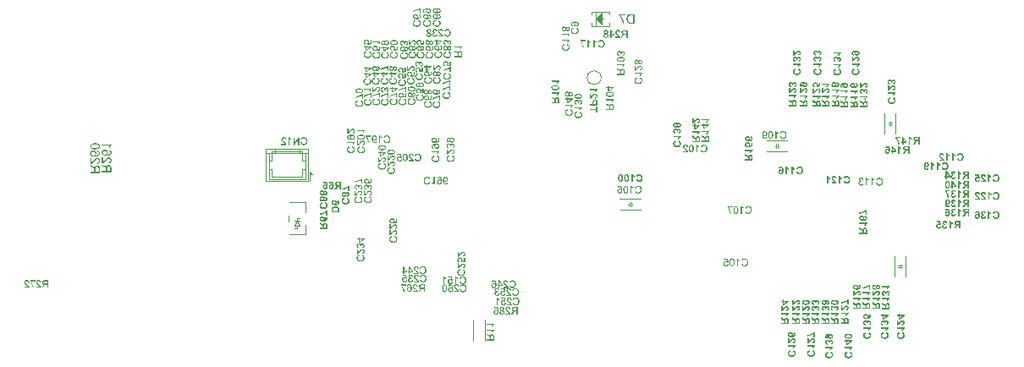
<source format=gbo>
G04*
G04 #@! TF.GenerationSoftware,Altium Limited,Altium Designer,24.0.1 (36)*
G04*
G04 Layer_Color=32896*
%FSLAX43Y43*%
%MOMM*%
G71*
G04*
G04 #@! TF.SameCoordinates,D2B2AA1F-A82D-4DD2-BA18-01BE398CF795*
G04*
G04*
G04 #@! TF.FilePolarity,Positive*
G04*
G01*
G75*
%ADD10C,0.120*%
%ADD12C,0.100*%
%ADD13C,0.080*%
G36*
X50129Y46226D02*
X50136Y46215D01*
X50152Y46192D01*
X50169Y46170D01*
X50178Y46160D01*
X50186Y46150D01*
X50195Y46142D01*
X50202Y46133D01*
X50209Y46127D01*
X50216Y46120D01*
X50220Y46115D01*
X50224Y46112D01*
X50227Y46110D01*
X50227Y46109D01*
X50256Y46086D01*
X50286Y46064D01*
X50315Y46045D01*
X50329Y46036D01*
X50342Y46028D01*
X50354Y46021D01*
X50365Y46015D01*
X50375Y46009D01*
X50383Y46005D01*
X50390Y46002D01*
X50396Y45999D01*
X50399Y45998D01*
X50400Y45997D01*
Y45883D01*
X50379Y45891D01*
X50358Y45901D01*
X50337Y45911D01*
X50317Y45921D01*
X50309Y45925D01*
X50301Y45930D01*
X50294Y45934D01*
X50288Y45937D01*
X50284Y45939D01*
X50279Y45941D01*
X50277Y45943D01*
X50277Y45943D01*
X50252Y45959D01*
X50241Y45966D01*
X50229Y45973D01*
X50220Y45981D01*
X50211Y45987D01*
X50202Y45994D01*
X50194Y46000D01*
X50188Y46005D01*
X50182Y46010D01*
X50176Y46015D01*
X50172Y46018D01*
X50168Y46021D01*
X50166Y46023D01*
X50165Y46025D01*
X50164Y46025D01*
Y45275D01*
X50046D01*
Y46238D01*
X50123D01*
X50129Y46226D01*
D02*
G37*
G36*
X117481Y44215D02*
X117499Y44213D01*
X117516Y44211D01*
X117533Y44207D01*
X117548Y44203D01*
X117562Y44199D01*
X117575Y44194D01*
X117587Y44189D01*
X117598Y44184D01*
X117607Y44179D01*
X117615Y44175D01*
X117622Y44171D01*
X117627Y44167D01*
X117631Y44165D01*
X117634Y44163D01*
X117635Y44162D01*
X117647Y44152D01*
X117658Y44140D01*
X117668Y44127D01*
X117676Y44113D01*
X117684Y44099D01*
X117691Y44084D01*
X117696Y44070D01*
X117701Y44056D01*
X117705Y44042D01*
X117708Y44030D01*
X117711Y44019D01*
X117713Y44009D01*
X117714Y44000D01*
X117715Y43997D01*
X117715Y43994D01*
Y43992D01*
X117716Y43990D01*
Y43989D01*
Y43989D01*
X117570Y43974D01*
X117569Y43986D01*
X117568Y43996D01*
X117565Y44006D01*
X117563Y44016D01*
X117561Y44024D01*
X117558Y44032D01*
X117555Y44038D01*
X117553Y44045D01*
X117550Y44050D01*
X117548Y44054D01*
X117545Y44058D01*
X117543Y44061D01*
X117542Y44063D01*
X117540Y44065D01*
X117539Y44066D01*
X117539Y44066D01*
X117533Y44071D01*
X117528Y44076D01*
X117522Y44079D01*
X117516Y44082D01*
X117503Y44087D01*
X117492Y44090D01*
X117481Y44092D01*
X117477Y44093D01*
X117473D01*
X117470Y44094D01*
X117465D01*
X117457Y44093D01*
X117449Y44093D01*
X117434Y44090D01*
X117421Y44086D01*
X117411Y44081D01*
X117407Y44078D01*
X117403Y44076D01*
X117400Y44073D01*
X117397Y44072D01*
X117395Y44069D01*
X117393Y44068D01*
X117393Y44068D01*
X117392Y44067D01*
X117388Y44062D01*
X117383Y44056D01*
X117377Y44045D01*
X117372Y44032D01*
X117369Y44020D01*
X117367Y44009D01*
X117366Y44004D01*
Y44000D01*
X117366Y43996D01*
Y43994D01*
Y43992D01*
Y43992D01*
X117366Y43984D01*
X117367Y43975D01*
X117370Y43959D01*
X117375Y43944D01*
X117380Y43930D01*
X117384Y43924D01*
X117387Y43918D01*
X117389Y43914D01*
X117391Y43909D01*
X117393Y43906D01*
X117395Y43904D01*
X117395Y43902D01*
X117396Y43902D01*
X117401Y43895D01*
X117408Y43887D01*
X117415Y43878D01*
X117425Y43868D01*
X117434Y43858D01*
X117445Y43848D01*
X117465Y43827D01*
X117476Y43817D01*
X117485Y43808D01*
X117494Y43799D01*
X117502Y43791D01*
X117508Y43785D01*
X117513Y43780D01*
X117517Y43778D01*
X117517Y43777D01*
X117518Y43777D01*
X117540Y43756D01*
X117560Y43736D01*
X117579Y43717D01*
X117596Y43700D01*
X117611Y43683D01*
X117625Y43668D01*
X117636Y43654D01*
X117647Y43641D01*
X117656Y43630D01*
X117663Y43620D01*
X117670Y43612D01*
X117675Y43605D01*
X117678Y43600D01*
X117681Y43596D01*
X117683Y43593D01*
X117683Y43593D01*
X117691Y43579D01*
X117697Y43567D01*
X117703Y43553D01*
X117709Y43541D01*
X117713Y43528D01*
X117717Y43516D01*
X117721Y43505D01*
X117724Y43494D01*
X117727Y43484D01*
X117728Y43475D01*
X117730Y43466D01*
X117731Y43460D01*
X117732Y43454D01*
X117733Y43450D01*
X117733Y43448D01*
Y43447D01*
X117218D01*
Y43583D01*
X117511D01*
X117506Y43590D01*
X117501Y43597D01*
X117496Y43604D01*
X117491Y43610D01*
X117487Y43615D01*
X117483Y43620D01*
X117481Y43622D01*
X117481Y43623D01*
X117477Y43628D01*
X117471Y43633D01*
X117466Y43639D01*
X117459Y43645D01*
X117444Y43659D01*
X117429Y43674D01*
X117422Y43680D01*
X117415Y43687D01*
X117409Y43692D01*
X117403Y43697D01*
X117399Y43702D01*
X117395Y43705D01*
X117393Y43707D01*
X117392Y43708D01*
X117379Y43720D01*
X117368Y43731D01*
X117357Y43741D01*
X117348Y43750D01*
X117339Y43759D01*
X117331Y43767D01*
X117324Y43774D01*
X117318Y43781D01*
X117312Y43787D01*
X117308Y43791D01*
X117304Y43796D01*
X117301Y43800D01*
X117299Y43803D01*
X117297Y43804D01*
X117296Y43805D01*
X117296Y43806D01*
X117282Y43825D01*
X117270Y43842D01*
X117260Y43859D01*
X117255Y43867D01*
X117251Y43874D01*
X117248Y43880D01*
X117245Y43886D01*
X117243Y43891D01*
X117240Y43895D01*
X117239Y43899D01*
X117238Y43901D01*
X117237Y43903D01*
Y43903D01*
X117231Y43921D01*
X117226Y43939D01*
X117223Y43955D01*
X117220Y43970D01*
X117220Y43977D01*
X117219Y43983D01*
X117219Y43989D01*
X117218Y43993D01*
Y43997D01*
Y44000D01*
Y44001D01*
Y44002D01*
X117219Y44019D01*
X117221Y44035D01*
X117224Y44050D01*
X117228Y44064D01*
X117233Y44078D01*
X117239Y44090D01*
X117245Y44102D01*
X117251Y44112D01*
X117257Y44122D01*
X117263Y44130D01*
X117269Y44137D01*
X117274Y44143D01*
X117277Y44148D01*
X117281Y44151D01*
X117283Y44154D01*
X117284Y44154D01*
X117296Y44165D01*
X117310Y44175D01*
X117324Y44182D01*
X117339Y44190D01*
X117353Y44196D01*
X117368Y44201D01*
X117383Y44205D01*
X117397Y44208D01*
X117410Y44211D01*
X117423Y44212D01*
X117434Y44214D01*
X117443Y44215D01*
X117451Y44215D01*
X117457Y44216D01*
X117462D01*
X117481Y44215D01*
D02*
G37*
G36*
X116885D02*
X116904Y44213D01*
X116921Y44211D01*
X116937Y44207D01*
X116952Y44203D01*
X116967Y44199D01*
X116980Y44194D01*
X116992Y44189D01*
X117002Y44184D01*
X117012Y44179D01*
X117020Y44175D01*
X117027Y44171D01*
X117032Y44167D01*
X117036Y44165D01*
X117039Y44163D01*
X117039Y44162D01*
X117052Y44152D01*
X117063Y44140D01*
X117073Y44127D01*
X117081Y44113D01*
X117089Y44099D01*
X117095Y44084D01*
X117101Y44070D01*
X117106Y44056D01*
X117110Y44042D01*
X117113Y44030D01*
X117116Y44019D01*
X117117Y44009D01*
X117119Y44000D01*
X117120Y43997D01*
X117120Y43994D01*
Y43992D01*
X117121Y43990D01*
Y43989D01*
Y43989D01*
X116975Y43974D01*
X116973Y43986D01*
X116972Y43996D01*
X116970Y44006D01*
X116968Y44016D01*
X116966Y44024D01*
X116963Y44032D01*
X116960Y44038D01*
X116957Y44045D01*
X116955Y44050D01*
X116952Y44054D01*
X116950Y44058D01*
X116948Y44061D01*
X116946Y44063D01*
X116945Y44065D01*
X116944Y44066D01*
X116944Y44066D01*
X116938Y44071D01*
X116932Y44076D01*
X116926Y44079D01*
X116921Y44082D01*
X116908Y44087D01*
X116896Y44090D01*
X116886Y44092D01*
X116882Y44093D01*
X116878D01*
X116874Y44094D01*
X116870D01*
X116862Y44093D01*
X116853Y44093D01*
X116839Y44090D01*
X116826Y44086D01*
X116816Y44081D01*
X116812Y44078D01*
X116808Y44076D01*
X116805Y44073D01*
X116802Y44072D01*
X116800Y44069D01*
X116798Y44068D01*
X116797Y44068D01*
X116797Y44067D01*
X116792Y44062D01*
X116788Y44056D01*
X116781Y44045D01*
X116777Y44032D01*
X116774Y44020D01*
X116771Y44009D01*
X116771Y44004D01*
Y44000D01*
X116770Y43996D01*
Y43994D01*
Y43992D01*
Y43992D01*
X116771Y43984D01*
X116771Y43975D01*
X116775Y43959D01*
X116780Y43944D01*
X116785Y43930D01*
X116789Y43924D01*
X116791Y43918D01*
X116794Y43914D01*
X116796Y43909D01*
X116798Y43906D01*
X116800Y43904D01*
X116800Y43902D01*
X116801Y43902D01*
X116806Y43895D01*
X116812Y43887D01*
X116820Y43878D01*
X116829Y43868D01*
X116839Y43858D01*
X116849Y43848D01*
X116870Y43827D01*
X116880Y43817D01*
X116890Y43808D01*
X116899Y43799D01*
X116906Y43791D01*
X116913Y43785D01*
X116918Y43780D01*
X116921Y43778D01*
X116922Y43777D01*
X116923Y43777D01*
X116945Y43756D01*
X116965Y43736D01*
X116983Y43717D01*
X117001Y43700D01*
X117016Y43683D01*
X117029Y43668D01*
X117041Y43654D01*
X117052Y43641D01*
X117060Y43630D01*
X117068Y43620D01*
X117075Y43612D01*
X117080Y43605D01*
X117083Y43600D01*
X117086Y43596D01*
X117088Y43593D01*
X117088Y43593D01*
X117095Y43579D01*
X117102Y43567D01*
X117108Y43553D01*
X117114Y43541D01*
X117118Y43528D01*
X117122Y43516D01*
X117126Y43505D01*
X117129Y43494D01*
X117131Y43484D01*
X117133Y43475D01*
X117135Y43466D01*
X117136Y43460D01*
X117137Y43454D01*
X117137Y43450D01*
X117138Y43448D01*
Y43447D01*
X116623D01*
Y43583D01*
X116915D01*
X116911Y43590D01*
X116906Y43597D01*
X116901Y43604D01*
X116896Y43610D01*
X116892Y43615D01*
X116888Y43620D01*
X116886Y43622D01*
X116885Y43623D01*
X116882Y43628D01*
X116876Y43633D01*
X116870Y43639D01*
X116864Y43645D01*
X116849Y43659D01*
X116834Y43674D01*
X116827Y43680D01*
X116820Y43687D01*
X116813Y43692D01*
X116808Y43697D01*
X116803Y43702D01*
X116800Y43705D01*
X116797Y43707D01*
X116797Y43708D01*
X116784Y43720D01*
X116772Y43731D01*
X116762Y43741D01*
X116753Y43750D01*
X116744Y43759D01*
X116736Y43767D01*
X116729Y43774D01*
X116723Y43781D01*
X116717Y43787D01*
X116713Y43791D01*
X116709Y43796D01*
X116705Y43800D01*
X116703Y43803D01*
X116702Y43804D01*
X116701Y43805D01*
X116700Y43806D01*
X116687Y43825D01*
X116674Y43842D01*
X116664Y43859D01*
X116660Y43867D01*
X116656Y43874D01*
X116653Y43880D01*
X116650Y43886D01*
X116647Y43891D01*
X116645Y43895D01*
X116644Y43899D01*
X116643Y43901D01*
X116642Y43903D01*
Y43903D01*
X116636Y43921D01*
X116631Y43939D01*
X116627Y43955D01*
X116625Y43970D01*
X116625Y43977D01*
X116624Y43983D01*
X116624Y43989D01*
X116623Y43993D01*
Y43997D01*
Y44000D01*
Y44001D01*
Y44002D01*
X116624Y44019D01*
X116626Y44035D01*
X116629Y44050D01*
X116633Y44064D01*
X116638Y44078D01*
X116643Y44090D01*
X116650Y44102D01*
X116656Y44112D01*
X116662Y44122D01*
X116668Y44130D01*
X116673Y44137D01*
X116678Y44143D01*
X116682Y44148D01*
X116686Y44151D01*
X116688Y44154D01*
X116688Y44154D01*
X116701Y44165D01*
X116714Y44175D01*
X116729Y44182D01*
X116744Y44190D01*
X116758Y44196D01*
X116773Y44201D01*
X116788Y44205D01*
X116802Y44208D01*
X116815Y44211D01*
X116827Y44212D01*
X116838Y44214D01*
X116848Y44215D01*
X116856Y44215D01*
X116862Y44216D01*
X116867D01*
X116885Y44215D01*
D02*
G37*
G36*
X118058Y44203D02*
X118064Y44190D01*
X118071Y44178D01*
X118078Y44167D01*
X118086Y44156D01*
X118094Y44146D01*
X118101Y44136D01*
X118109Y44128D01*
X118116Y44120D01*
X118123Y44113D01*
X118129Y44107D01*
X118135Y44102D01*
X118139Y44098D01*
X118143Y44095D01*
X118145Y44093D01*
X118146Y44093D01*
X118158Y44083D01*
X118171Y44074D01*
X118182Y44067D01*
X118194Y44059D01*
X118204Y44053D01*
X118215Y44047D01*
X118224Y44042D01*
X118233Y44037D01*
X118241Y44033D01*
X118249Y44030D01*
X118255Y44028D01*
X118260Y44026D01*
X118265Y44024D01*
X118268Y44023D01*
X118270Y44022D01*
X118270D01*
Y43888D01*
X118250Y43896D01*
X118231Y43903D01*
X118212Y43912D01*
X118194Y43921D01*
X118178Y43930D01*
X118162Y43939D01*
X118148Y43949D01*
X118135Y43958D01*
X118122Y43966D01*
X118112Y43974D01*
X118103Y43981D01*
X118095Y43988D01*
X118089Y43992D01*
X118084Y43996D01*
X118081Y43999D01*
X118080Y44000D01*
Y43447D01*
X117934D01*
Y44216D01*
X118053D01*
X118058Y44203D01*
D02*
G37*
G36*
X118734Y44225D02*
X118748Y44224D01*
X118776Y44221D01*
X118802Y44216D01*
X118827Y44209D01*
X118851Y44201D01*
X118872Y44192D01*
X118892Y44182D01*
X118909Y44172D01*
X118925Y44162D01*
X118939Y44153D01*
X118951Y44144D01*
X118961Y44136D01*
X118969Y44129D01*
X118974Y44124D01*
X118976Y44122D01*
X118977Y44120D01*
X118978Y44120D01*
X118978Y44119D01*
X118987Y44109D01*
X118996Y44099D01*
X119011Y44076D01*
X119024Y44053D01*
X119036Y44028D01*
X119045Y44004D01*
X119053Y43979D01*
X119059Y43955D01*
X119065Y43931D01*
X119069Y43909D01*
X119072Y43888D01*
X119073Y43879D01*
X119074Y43870D01*
X119075Y43862D01*
X119075Y43854D01*
X119076Y43847D01*
X119076Y43841D01*
Y43835D01*
X119077Y43831D01*
Y43827D01*
Y43825D01*
Y43823D01*
Y43822D01*
X119076Y43806D01*
X119076Y43789D01*
X119073Y43758D01*
X119068Y43729D01*
X119062Y43702D01*
X119054Y43676D01*
X119046Y43653D01*
X119037Y43631D01*
X119028Y43612D01*
X119019Y43595D01*
X119010Y43580D01*
X119006Y43573D01*
X119002Y43567D01*
X118998Y43562D01*
X118995Y43557D01*
X118991Y43552D01*
X118988Y43548D01*
X118986Y43545D01*
X118983Y43542D01*
X118981Y43540D01*
X118980Y43538D01*
X118979Y43538D01*
Y43537D01*
X118970Y43528D01*
X118960Y43519D01*
X118950Y43511D01*
X118940Y43503D01*
X118919Y43489D01*
X118899Y43477D01*
X118877Y43467D01*
X118857Y43459D01*
X118836Y43452D01*
X118817Y43447D01*
X118799Y43442D01*
X118782Y43439D01*
X118766Y43437D01*
X118760Y43435D01*
X118754Y43435D01*
X118748Y43434D01*
X118743Y43434D01*
X118739D01*
X118735Y43433D01*
X118728D01*
X118705Y43434D01*
X118684Y43436D01*
X118663Y43439D01*
X118645Y43443D01*
X118626Y43448D01*
X118610Y43453D01*
X118594Y43458D01*
X118580Y43464D01*
X118568Y43469D01*
X118557Y43475D01*
X118547Y43480D01*
X118539Y43485D01*
X118533Y43489D01*
X118529Y43491D01*
X118526Y43494D01*
X118525Y43494D01*
X118511Y43506D01*
X118497Y43520D01*
X118485Y43534D01*
X118473Y43549D01*
X118462Y43564D01*
X118453Y43580D01*
X118445Y43595D01*
X118438Y43610D01*
X118431Y43624D01*
X118425Y43638D01*
X118420Y43650D01*
X118416Y43660D01*
X118414Y43669D01*
X118413Y43672D01*
X118411Y43675D01*
X118411Y43677D01*
X118410Y43679D01*
X118410Y43680D01*
Y43681D01*
X118560Y43728D01*
X118564Y43713D01*
X118568Y43698D01*
X118573Y43686D01*
X118578Y43673D01*
X118583Y43662D01*
X118589Y43652D01*
X118594Y43643D01*
X118599Y43635D01*
X118604Y43628D01*
X118609Y43621D01*
X118613Y43616D01*
X118617Y43612D01*
X118620Y43609D01*
X118622Y43606D01*
X118624Y43605D01*
X118624Y43604D01*
X118632Y43598D01*
X118641Y43592D01*
X118650Y43587D01*
X118660Y43582D01*
X118668Y43578D01*
X118677Y43575D01*
X118686Y43572D01*
X118693Y43571D01*
X118701Y43569D01*
X118708Y43568D01*
X118714Y43567D01*
X118719Y43566D01*
X118724Y43566D01*
X118730D01*
X118745Y43566D01*
X118760Y43568D01*
X118774Y43571D01*
X118786Y43575D01*
X118799Y43580D01*
X118810Y43585D01*
X118820Y43590D01*
X118829Y43597D01*
X118837Y43602D01*
X118844Y43608D01*
X118851Y43613D01*
X118856Y43618D01*
X118860Y43621D01*
X118863Y43624D01*
X118865Y43626D01*
X118866Y43627D01*
X118875Y43640D01*
X118883Y43654D01*
X118890Y43669D01*
X118895Y43685D01*
X118900Y43702D01*
X118905Y43720D01*
X118908Y43737D01*
X118911Y43753D01*
X118913Y43769D01*
X118915Y43784D01*
X118916Y43798D01*
X118916Y43810D01*
X118917Y43815D01*
Y43820D01*
X118918Y43824D01*
Y43827D01*
Y43830D01*
Y43832D01*
Y43833D01*
Y43834D01*
X118917Y43858D01*
X118915Y43882D01*
X118913Y43903D01*
X118909Y43923D01*
X118905Y43940D01*
X118901Y43957D01*
X118896Y43971D01*
X118891Y43984D01*
X118887Y43996D01*
X118882Y44005D01*
X118877Y44014D01*
X118873Y44020D01*
X118870Y44025D01*
X118867Y44029D01*
X118866Y44031D01*
X118865Y44032D01*
X118854Y44043D01*
X118844Y44052D01*
X118832Y44060D01*
X118821Y44067D01*
X118810Y44073D01*
X118798Y44078D01*
X118787Y44082D01*
X118776Y44086D01*
X118766Y44088D01*
X118756Y44090D01*
X118748Y44092D01*
X118741Y44092D01*
X118735Y44093D01*
X118731Y44093D01*
X118727D01*
X118715Y44093D01*
X118705Y44092D01*
X118694Y44090D01*
X118684Y44088D01*
X118676Y44085D01*
X118667Y44082D01*
X118659Y44079D01*
X118651Y44076D01*
X118645Y44073D01*
X118639Y44069D01*
X118634Y44067D01*
X118630Y44064D01*
X118627Y44062D01*
X118624Y44060D01*
X118623Y44059D01*
X118622Y44058D01*
X118615Y44052D01*
X118607Y44045D01*
X118601Y44037D01*
X118595Y44029D01*
X118590Y44021D01*
X118585Y44014D01*
X118578Y43999D01*
X118575Y43992D01*
X118572Y43985D01*
X118570Y43980D01*
X118568Y43975D01*
X118567Y43970D01*
X118566Y43968D01*
X118565Y43965D01*
Y43965D01*
X118412Y44001D01*
X118417Y44018D01*
X118423Y44034D01*
X118429Y44048D01*
X118435Y44062D01*
X118442Y44074D01*
X118449Y44086D01*
X118455Y44097D01*
X118461Y44106D01*
X118467Y44114D01*
X118473Y44122D01*
X118478Y44128D01*
X118482Y44133D01*
X118486Y44137D01*
X118488Y44140D01*
X118490Y44141D01*
X118491Y44142D01*
X118508Y44157D01*
X118526Y44170D01*
X118544Y44181D01*
X118563Y44190D01*
X118583Y44198D01*
X118601Y44205D01*
X118620Y44211D01*
X118638Y44215D01*
X118655Y44218D01*
X118670Y44221D01*
X118683Y44223D01*
X118696Y44224D01*
X118701D01*
X118705Y44225D01*
X118709D01*
X118713Y44226D01*
X118719D01*
X118734Y44225D01*
D02*
G37*
G36*
X51821Y41837D02*
X51685D01*
Y42171D01*
X51660Y42152D01*
X51634Y42134D01*
X51609Y42118D01*
X51583Y42102D01*
X51558Y42087D01*
X51534Y42073D01*
X51510Y42061D01*
X51488Y42049D01*
X51467Y42040D01*
X51448Y42031D01*
X51439Y42027D01*
X51431Y42023D01*
X51423Y42020D01*
X51416Y42017D01*
X51410Y42015D01*
X51405Y42012D01*
X51400Y42010D01*
X51396Y42008D01*
X51393Y42007D01*
X51390Y42006D01*
X51389Y42006D01*
X51389D01*
X51358Y41995D01*
X51327Y41985D01*
X51297Y41977D01*
X51268Y41969D01*
X51240Y41963D01*
X51214Y41958D01*
X51188Y41954D01*
X51165Y41950D01*
X51143Y41947D01*
X51133Y41946D01*
X51124Y41945D01*
X51115Y41944D01*
X51107Y41943D01*
X51099Y41943D01*
X51092Y41942D01*
X51086Y41941D01*
X51080Y41941D01*
X51076D01*
X51072D01*
X51068Y41940D01*
X51066D01*
X51065D01*
X51065D01*
Y42082D01*
X51084Y42083D01*
X51103Y42083D01*
X51123Y42085D01*
X51143Y42087D01*
X51163Y42089D01*
X51182Y42092D01*
X51200Y42095D01*
X51217Y42098D01*
X51233Y42102D01*
X51248Y42104D01*
X51262Y42107D01*
X51273Y42110D01*
X51278Y42111D01*
X51282Y42112D01*
X51286Y42113D01*
X51289Y42113D01*
X51291Y42114D01*
X51293D01*
X51294Y42115D01*
X51294D01*
X51318Y42121D01*
X51342Y42129D01*
X51365Y42136D01*
X51387Y42144D01*
X51408Y42152D01*
X51428Y42161D01*
X51447Y42169D01*
X51464Y42176D01*
X51480Y42184D01*
X51495Y42191D01*
X51508Y42197D01*
X51518Y42202D01*
X51523Y42205D01*
X51526Y42207D01*
X51530Y42208D01*
X51533Y42210D01*
X51535Y42211D01*
X51537Y42212D01*
X51537Y42213D01*
X51538D01*
X51559Y42225D01*
X51578Y42237D01*
X51597Y42248D01*
X51614Y42260D01*
X51630Y42271D01*
X51644Y42281D01*
X51657Y42291D01*
X51669Y42300D01*
X51680Y42309D01*
X51689Y42316D01*
X51696Y42323D01*
X51702Y42329D01*
X51707Y42334D01*
X51711Y42337D01*
X51714Y42339D01*
X51714Y42340D01*
X51821D01*
Y41837D01*
D02*
G37*
G36*
X51331Y41753D02*
X51351Y41751D01*
X51369Y41748D01*
X51386Y41743D01*
X51402Y41738D01*
X51417Y41733D01*
X51431Y41727D01*
X51443Y41721D01*
X51454Y41714D01*
X51464Y41709D01*
X51472Y41703D01*
X51479Y41698D01*
X51485Y41694D01*
X51489Y41691D01*
X51492Y41688D01*
X51492Y41688D01*
X51504Y41675D01*
X51515Y41662D01*
X51525Y41649D01*
X51532Y41636D01*
X51540Y41623D01*
X51545Y41609D01*
X51550Y41597D01*
X51554Y41584D01*
X51556Y41573D01*
X51559Y41563D01*
X51560Y41553D01*
X51561Y41546D01*
X51562Y41539D01*
X51562Y41534D01*
Y41530D01*
X51562Y41515D01*
X51560Y41501D01*
X51556Y41487D01*
X51552Y41475D01*
X51547Y41463D01*
X51542Y41451D01*
X51536Y41441D01*
X51530Y41432D01*
X51524Y41423D01*
X51518Y41415D01*
X51512Y41409D01*
X51507Y41404D01*
X51503Y41399D01*
X51500Y41397D01*
X51498Y41394D01*
X51497Y41394D01*
X51521Y41396D01*
X51542Y41398D01*
X51562Y41401D01*
X51580Y41404D01*
X51596Y41407D01*
X51610Y41410D01*
X51623Y41414D01*
X51634Y41417D01*
X51643Y41420D01*
X51651Y41424D01*
X51657Y41427D01*
X51663Y41429D01*
X51666Y41432D01*
X51669Y41433D01*
X51670Y41434D01*
X51671Y41434D01*
X51678Y41440D01*
X51685Y41447D01*
X51690Y41454D01*
X51695Y41460D01*
X51699Y41467D01*
X51702Y41473D01*
X51706Y41480D01*
X51708Y41486D01*
X51710Y41491D01*
X51711Y41496D01*
X51712Y41501D01*
X51712Y41505D01*
X51713Y41508D01*
Y41513D01*
X51712Y41526D01*
X51710Y41537D01*
X51706Y41547D01*
X51702Y41555D01*
X51699Y41561D01*
X51695Y41566D01*
X51693Y41569D01*
X51692Y41570D01*
X51683Y41578D01*
X51673Y41584D01*
X51663Y41588D01*
X51652Y41592D01*
X51643Y41595D01*
X51638Y41595D01*
X51635Y41597D01*
X51632Y41597D01*
X51629Y41598D01*
X51628D01*
X51628D01*
X51643Y41740D01*
X51660Y41737D01*
X51676Y41732D01*
X51691Y41727D01*
X51704Y41722D01*
X51717Y41716D01*
X51729Y41709D01*
X51739Y41703D01*
X51748Y41697D01*
X51757Y41691D01*
X51764Y41685D01*
X51771Y41680D01*
X51776Y41676D01*
X51779Y41672D01*
X51782Y41669D01*
X51784Y41667D01*
X51784Y41666D01*
X51793Y41655D01*
X51800Y41644D01*
X51807Y41632D01*
X51813Y41620D01*
X51818Y41608D01*
X51822Y41596D01*
X51825Y41584D01*
X51828Y41573D01*
X51830Y41563D01*
X51831Y41553D01*
X51832Y41544D01*
X51833Y41537D01*
Y41531D01*
X51834Y41526D01*
Y41522D01*
X51833Y41500D01*
X51830Y41478D01*
X51825Y41458D01*
X51819Y41438D01*
X51812Y41420D01*
X51804Y41403D01*
X51796Y41388D01*
X51787Y41374D01*
X51778Y41362D01*
X51770Y41351D01*
X51762Y41342D01*
X51755Y41334D01*
X51749Y41328D01*
X51744Y41324D01*
X51741Y41321D01*
X51740Y41320D01*
X51731Y41312D01*
X51721Y41306D01*
X51711Y41300D01*
X51700Y41294D01*
X51678Y41284D01*
X51654Y41275D01*
X51628Y41268D01*
X51603Y41261D01*
X51578Y41256D01*
X51554Y41252D01*
X51530Y41249D01*
X51508Y41246D01*
X51498Y41245D01*
X51488Y41244D01*
X51479Y41244D01*
X51471Y41243D01*
X51463Y41243D01*
X51457D01*
X51451D01*
X51446Y41242D01*
X51442D01*
X51439D01*
X51437D01*
X51437D01*
X51418D01*
X51400Y41243D01*
X51382Y41244D01*
X51365Y41245D01*
X51349Y41247D01*
X51333Y41249D01*
X51318Y41251D01*
X51304Y41254D01*
X51290Y41257D01*
X51277Y41259D01*
X51264Y41263D01*
X51253Y41265D01*
X51242Y41269D01*
X51231Y41273D01*
X51221Y41276D01*
X51212Y41279D01*
X51203Y41283D01*
X51195Y41286D01*
X51188Y41290D01*
X51180Y41293D01*
X51174Y41296D01*
X51168Y41299D01*
X51163Y41302D01*
X51158Y41305D01*
X51154Y41307D01*
X51151Y41310D01*
X51148Y41311D01*
X51145Y41313D01*
X51142Y41316D01*
X51141Y41316D01*
X51125Y41331D01*
X51112Y41346D01*
X51099Y41362D01*
X51089Y41378D01*
X51081Y41394D01*
X51073Y41410D01*
X51067Y41425D01*
X51062Y41440D01*
X51059Y41454D01*
X51056Y41466D01*
X51054Y41478D01*
X51053Y41488D01*
X51052Y41496D01*
Y41500D01*
X51051Y41502D01*
Y41507D01*
X51052Y41527D01*
X51055Y41546D01*
X51058Y41564D01*
X51062Y41580D01*
X51068Y41597D01*
X51074Y41611D01*
X51080Y41624D01*
X51087Y41636D01*
X51093Y41647D01*
X51100Y41657D01*
X51106Y41665D01*
X51111Y41672D01*
X51116Y41677D01*
X51119Y41681D01*
X51122Y41684D01*
X51122Y41685D01*
X51136Y41697D01*
X51150Y41707D01*
X51166Y41717D01*
X51181Y41724D01*
X51197Y41731D01*
X51213Y41737D01*
X51229Y41742D01*
X51243Y41745D01*
X51257Y41748D01*
X51270Y41750D01*
X51282Y41752D01*
X51292Y41753D01*
X51300Y41753D01*
X51303Y41754D01*
X51306D01*
X51308D01*
X51310D01*
X51310D01*
X51311D01*
X51331Y41753D01*
D02*
G37*
G36*
X51214Y41097D02*
X51230Y41087D01*
X51245Y41077D01*
X51258Y41068D01*
X51271Y41060D01*
X51282Y41052D01*
X51293Y41045D01*
X51302Y41038D01*
X51309Y41032D01*
X51317Y41027D01*
X51323Y41022D01*
X51328Y41018D01*
X51331Y41015D01*
X51334Y41012D01*
X51336Y41011D01*
X51338Y41010D01*
X51338Y41009D01*
X51351Y40996D01*
X51363Y40982D01*
X51374Y40969D01*
X51384Y40955D01*
X51388Y40949D01*
X51392Y40944D01*
X51395Y40939D01*
X51398Y40934D01*
X51400Y40931D01*
X51402Y40928D01*
X51402Y40927D01*
X51403Y40926D01*
X51406Y40944D01*
X51410Y40961D01*
X51415Y40977D01*
X51420Y40992D01*
X51426Y41006D01*
X51432Y41018D01*
X51437Y41030D01*
X51443Y41040D01*
X51449Y41049D01*
X51455Y41057D01*
X51460Y41063D01*
X51464Y41068D01*
X51468Y41072D01*
X51471Y41075D01*
X51473Y41077D01*
X51473Y41078D01*
X51484Y41087D01*
X51495Y41094D01*
X51508Y41102D01*
X51519Y41107D01*
X51531Y41112D01*
X51543Y41116D01*
X51555Y41120D01*
X51566Y41123D01*
X51576Y41124D01*
X51586Y41126D01*
X51595Y41127D01*
X51602Y41128D01*
X51608D01*
X51612Y41129D01*
X51615D01*
X51616D01*
X51629Y41128D01*
X51640Y41127D01*
X51652Y41125D01*
X51663Y41124D01*
X51674Y41121D01*
X51684Y41118D01*
X51693Y41115D01*
X51701Y41112D01*
X51709Y41109D01*
X51716Y41105D01*
X51722Y41103D01*
X51727Y41100D01*
X51731Y41098D01*
X51734Y41097D01*
X51736Y41095D01*
X51736Y41095D01*
X51746Y41088D01*
X51755Y41082D01*
X51763Y41074D01*
X51770Y41067D01*
X51777Y41059D01*
X51783Y41052D01*
X51788Y41045D01*
X51793Y41038D01*
X51797Y41031D01*
X51800Y41025D01*
X51804Y41020D01*
X51806Y41015D01*
X51808Y41011D01*
X51809Y41008D01*
X51810Y41006D01*
Y41006D01*
X51814Y40995D01*
X51817Y40982D01*
X51820Y40969D01*
X51822Y40955D01*
X51826Y40925D01*
X51827Y40910D01*
X51828Y40896D01*
X51829Y40882D01*
X51830Y40869D01*
X51830Y40858D01*
Y40847D01*
X51831Y40839D01*
Y40502D01*
X51065D01*
Y40657D01*
X51385D01*
Y40697D01*
X51384Y40707D01*
Y40715D01*
X51384Y40722D01*
X51382Y40729D01*
X51382Y40736D01*
X51381Y40742D01*
X51380Y40747D01*
X51380Y40751D01*
X51379Y40755D01*
X51378Y40758D01*
X51377Y40761D01*
X51377Y40763D01*
X51376Y40764D01*
X51376Y40765D01*
X51372Y40775D01*
X51367Y40783D01*
X51362Y40791D01*
X51356Y40798D01*
X51351Y40804D01*
X51348Y40808D01*
X51345Y40811D01*
X51344Y40812D01*
X51339Y40816D01*
X51332Y40822D01*
X51325Y40828D01*
X51317Y40834D01*
X51307Y40841D01*
X51298Y40847D01*
X51279Y40861D01*
X51269Y40868D01*
X51261Y40874D01*
X51253Y40879D01*
X51246Y40884D01*
X51240Y40888D01*
X51235Y40891D01*
X51232Y40893D01*
X51231Y40894D01*
X51065Y41005D01*
Y41191D01*
X51214Y41097D01*
D02*
G37*
G36*
X52220Y45261D02*
X52242Y45258D01*
X52262Y45253D01*
X52282Y45248D01*
X52300Y45241D01*
X52316Y45233D01*
X52331Y45224D01*
X52345Y45216D01*
X52358Y45207D01*
X52368Y45199D01*
X52378Y45190D01*
X52386Y45183D01*
X52392Y45177D01*
X52396Y45173D01*
X52399Y45170D01*
X52400Y45169D01*
X52407Y45160D01*
X52414Y45150D01*
X52420Y45140D01*
X52426Y45129D01*
X52436Y45106D01*
X52445Y45082D01*
X52452Y45057D01*
X52459Y45032D01*
X52464Y45006D01*
X52468Y44982D01*
X52471Y44959D01*
X52474Y44937D01*
X52474Y44927D01*
X52475Y44917D01*
X52476Y44908D01*
X52476Y44900D01*
X52477Y44892D01*
Y44885D01*
Y44880D01*
X52478Y44875D01*
Y44871D01*
Y44867D01*
Y44866D01*
Y44865D01*
Y44846D01*
X52476Y44828D01*
X52476Y44810D01*
X52474Y44794D01*
X52473Y44777D01*
X52471Y44762D01*
X52469Y44747D01*
X52466Y44732D01*
X52463Y44718D01*
X52460Y44706D01*
X52457Y44693D01*
X52454Y44681D01*
X52451Y44670D01*
X52447Y44660D01*
X52444Y44650D01*
X52440Y44640D01*
X52437Y44632D01*
X52433Y44623D01*
X52430Y44616D01*
X52427Y44609D01*
X52424Y44603D01*
X52421Y44597D01*
X52418Y44592D01*
X52415Y44587D01*
X52412Y44583D01*
X52410Y44579D01*
X52408Y44576D01*
X52407Y44574D01*
X52404Y44571D01*
X52403Y44569D01*
X52389Y44554D01*
X52373Y44540D01*
X52358Y44528D01*
X52342Y44517D01*
X52326Y44509D01*
X52310Y44502D01*
X52295Y44496D01*
X52280Y44491D01*
X52266Y44488D01*
X52253Y44485D01*
X52242Y44483D01*
X52232Y44481D01*
X52223Y44480D01*
X52220D01*
X52217Y44480D01*
X52212D01*
X52192Y44480D01*
X52174Y44483D01*
X52156Y44486D01*
X52139Y44491D01*
X52123Y44496D01*
X52109Y44502D01*
X52095Y44509D01*
X52083Y44515D01*
X52072Y44522D01*
X52063Y44529D01*
X52055Y44534D01*
X52048Y44540D01*
X52042Y44544D01*
X52038Y44548D01*
X52036Y44550D01*
X52035Y44551D01*
X52023Y44565D01*
X52012Y44579D01*
X52003Y44594D01*
X51995Y44610D01*
X51989Y44626D01*
X51983Y44641D01*
X51978Y44657D01*
X51975Y44672D01*
X51971Y44686D01*
X51970Y44699D01*
X51968Y44710D01*
X51967Y44720D01*
X51966Y44728D01*
X51966Y44732D01*
Y44735D01*
Y44737D01*
Y44738D01*
Y44739D01*
Y44739D01*
X51966Y44760D01*
X51969Y44779D01*
X51972Y44797D01*
X51976Y44815D01*
X51981Y44830D01*
X51987Y44845D01*
X51993Y44859D01*
X51999Y44872D01*
X52005Y44883D01*
X52011Y44892D01*
X52016Y44901D01*
X52021Y44908D01*
X52026Y44913D01*
X52029Y44917D01*
X52031Y44920D01*
X52032Y44921D01*
X52045Y44933D01*
X52057Y44944D01*
X52071Y44953D01*
X52084Y44961D01*
X52097Y44968D01*
X52110Y44974D01*
X52123Y44978D01*
X52135Y44982D01*
X52146Y44985D01*
X52157Y44987D01*
X52166Y44989D01*
X52174Y44990D01*
X52181Y44990D01*
X52186Y44991D01*
X52190D01*
X52205Y44990D01*
X52219Y44988D01*
X52232Y44985D01*
X52245Y44981D01*
X52257Y44976D01*
X52268Y44970D01*
X52279Y44964D01*
X52288Y44958D01*
X52296Y44952D01*
X52304Y44946D01*
X52311Y44940D01*
X52316Y44936D01*
X52320Y44932D01*
X52323Y44928D01*
X52325Y44926D01*
X52326Y44926D01*
X52324Y44949D01*
X52322Y44971D01*
X52319Y44991D01*
X52316Y45009D01*
X52313Y45025D01*
X52309Y45039D01*
X52306Y45051D01*
X52303Y45062D01*
X52299Y45072D01*
X52296Y45079D01*
X52293Y45086D01*
X52290Y45091D01*
X52288Y45095D01*
X52287Y45097D01*
X52286Y45099D01*
X52285Y45099D01*
X52279Y45107D01*
X52273Y45113D01*
X52266Y45119D01*
X52259Y45124D01*
X52253Y45128D01*
X52247Y45131D01*
X52240Y45134D01*
X52234Y45137D01*
X52228Y45138D01*
X52223Y45139D01*
X52218Y45140D01*
X52215Y45141D01*
X52211Y45141D01*
X52207D01*
X52194Y45140D01*
X52183Y45138D01*
X52173Y45135D01*
X52165Y45131D01*
X52159Y45127D01*
X52154Y45124D01*
X52151Y45122D01*
X52150Y45120D01*
X52142Y45112D01*
X52136Y45102D01*
X52131Y45091D01*
X52128Y45081D01*
X52125Y45071D01*
X52124Y45067D01*
X52123Y45063D01*
X52123Y45060D01*
X52122Y45058D01*
Y45057D01*
Y45056D01*
X51980Y45072D01*
X51983Y45088D01*
X51988Y45104D01*
X51993Y45119D01*
X51998Y45133D01*
X52004Y45145D01*
X52010Y45157D01*
X52016Y45168D01*
X52022Y45177D01*
X52028Y45185D01*
X52035Y45192D01*
X52040Y45199D01*
X52044Y45204D01*
X52048Y45208D01*
X52051Y45211D01*
X52053Y45212D01*
X52053Y45213D01*
X52064Y45222D01*
X52076Y45229D01*
X52088Y45236D01*
X52100Y45241D01*
X52112Y45246D01*
X52124Y45250D01*
X52135Y45253D01*
X52147Y45256D01*
X52157Y45258D01*
X52167Y45259D01*
X52175Y45261D01*
X52183Y45262D01*
X52189D01*
X52194Y45262D01*
X52197D01*
X52220Y45261D01*
D02*
G37*
G36*
X51625D02*
X51646Y45258D01*
X51667Y45253D01*
X51686Y45248D01*
X51705Y45241D01*
X51721Y45233D01*
X51736Y45224D01*
X51750Y45216D01*
X51763Y45207D01*
X51773Y45199D01*
X51783Y45190D01*
X51790Y45183D01*
X51796Y45177D01*
X51801Y45173D01*
X51804Y45170D01*
X51805Y45169D01*
X51812Y45160D01*
X51819Y45150D01*
X51825Y45140D01*
X51830Y45129D01*
X51841Y45106D01*
X51850Y45082D01*
X51857Y45057D01*
X51863Y45032D01*
X51868Y45006D01*
X51872Y44982D01*
X51876Y44959D01*
X51878Y44937D01*
X51879Y44927D01*
X51880Y44917D01*
X51881Y44908D01*
X51881Y44900D01*
X51882Y44892D01*
Y44885D01*
Y44880D01*
X51882Y44875D01*
Y44871D01*
Y44867D01*
Y44866D01*
Y44865D01*
Y44846D01*
X51881Y44828D01*
X51881Y44810D01*
X51879Y44794D01*
X51877Y44777D01*
X51876Y44762D01*
X51873Y44747D01*
X51871Y44732D01*
X51868Y44718D01*
X51865Y44706D01*
X51862Y44693D01*
X51859Y44681D01*
X51856Y44670D01*
X51852Y44660D01*
X51849Y44650D01*
X51845Y44640D01*
X51842Y44632D01*
X51838Y44623D01*
X51835Y44616D01*
X51831Y44609D01*
X51829Y44603D01*
X51825Y44597D01*
X51823Y44592D01*
X51820Y44587D01*
X51817Y44583D01*
X51815Y44579D01*
X51813Y44576D01*
X51811Y44574D01*
X51809Y44571D01*
X51808Y44569D01*
X51794Y44554D01*
X51778Y44540D01*
X51763Y44528D01*
X51747Y44517D01*
X51731Y44509D01*
X51715Y44502D01*
X51700Y44496D01*
X51685Y44491D01*
X51671Y44488D01*
X51658Y44485D01*
X51646Y44483D01*
X51636Y44481D01*
X51628Y44480D01*
X51625D01*
X51622Y44480D01*
X51617D01*
X51597Y44480D01*
X51578Y44483D01*
X51561Y44486D01*
X51544Y44491D01*
X51528Y44496D01*
X51514Y44502D01*
X51500Y44509D01*
X51488Y44515D01*
X51477Y44522D01*
X51468Y44529D01*
X51459Y44534D01*
X51453Y44540D01*
X51447Y44544D01*
X51443Y44548D01*
X51440Y44550D01*
X51440Y44551D01*
X51428Y44565D01*
X51417Y44579D01*
X51408Y44594D01*
X51400Y44610D01*
X51393Y44626D01*
X51387Y44641D01*
X51383Y44657D01*
X51380Y44672D01*
X51376Y44686D01*
X51375Y44699D01*
X51373Y44710D01*
X51372Y44720D01*
X51371Y44728D01*
X51371Y44732D01*
Y44735D01*
Y44737D01*
Y44738D01*
Y44739D01*
Y44739D01*
X51371Y44760D01*
X51373Y44779D01*
X51377Y44797D01*
X51381Y44815D01*
X51386Y44830D01*
X51392Y44845D01*
X51397Y44859D01*
X51403Y44872D01*
X51410Y44883D01*
X51416Y44892D01*
X51421Y44901D01*
X51426Y44908D01*
X51430Y44913D01*
X51434Y44917D01*
X51436Y44920D01*
X51437Y44921D01*
X51449Y44933D01*
X51462Y44944D01*
X51475Y44953D01*
X51489Y44961D01*
X51502Y44968D01*
X51515Y44974D01*
X51528Y44978D01*
X51540Y44982D01*
X51551Y44985D01*
X51562Y44987D01*
X51571Y44989D01*
X51579Y44990D01*
X51586Y44990D01*
X51590Y44991D01*
X51594D01*
X51609Y44990D01*
X51624Y44988D01*
X51637Y44985D01*
X51650Y44981D01*
X51662Y44976D01*
X51673Y44970D01*
X51684Y44964D01*
X51693Y44958D01*
X51701Y44952D01*
X51709Y44946D01*
X51716Y44940D01*
X51721Y44936D01*
X51725Y44932D01*
X51728Y44928D01*
X51730Y44926D01*
X51731Y44926D01*
X51729Y44949D01*
X51727Y44971D01*
X51724Y44991D01*
X51721Y45009D01*
X51717Y45025D01*
X51714Y45039D01*
X51711Y45051D01*
X51707Y45062D01*
X51704Y45072D01*
X51701Y45079D01*
X51698Y45086D01*
X51695Y45091D01*
X51693Y45095D01*
X51691Y45097D01*
X51691Y45099D01*
X51690Y45099D01*
X51684Y45107D01*
X51677Y45113D01*
X51671Y45119D01*
X51664Y45124D01*
X51658Y45128D01*
X51651Y45131D01*
X51645Y45134D01*
X51639Y45137D01*
X51633Y45138D01*
X51628Y45139D01*
X51623Y45140D01*
X51619Y45141D01*
X51616Y45141D01*
X51612D01*
X51599Y45140D01*
X51588Y45138D01*
X51578Y45135D01*
X51569Y45131D01*
X51563Y45127D01*
X51558Y45124D01*
X51556Y45122D01*
X51555Y45120D01*
X51547Y45112D01*
X51541Y45102D01*
X51536Y45091D01*
X51532Y45081D01*
X51530Y45071D01*
X51529Y45067D01*
X51528Y45063D01*
X51527Y45060D01*
X51527Y45058D01*
Y45057D01*
Y45056D01*
X51385Y45072D01*
X51388Y45088D01*
X51392Y45104D01*
X51397Y45119D01*
X51403Y45133D01*
X51409Y45145D01*
X51415Y45157D01*
X51421Y45168D01*
X51427Y45177D01*
X51433Y45185D01*
X51439Y45192D01*
X51444Y45199D01*
X51449Y45204D01*
X51453Y45208D01*
X51455Y45211D01*
X51458Y45212D01*
X51458Y45213D01*
X51469Y45222D01*
X51481Y45229D01*
X51492Y45236D01*
X51505Y45241D01*
X51517Y45246D01*
X51528Y45250D01*
X51540Y45253D01*
X51552Y45256D01*
X51562Y45258D01*
X51572Y45259D01*
X51580Y45261D01*
X51588Y45262D01*
X51594D01*
X51598Y45262D01*
X51602D01*
X51625Y45261D01*
D02*
G37*
G36*
X53217Y44493D02*
X53063D01*
Y44813D01*
X53022D01*
X53013Y44813D01*
X53005D01*
X52998Y44812D01*
X52990Y44811D01*
X52984Y44810D01*
X52978Y44810D01*
X52973Y44809D01*
X52969Y44808D01*
X52965Y44807D01*
X52962Y44806D01*
X52959Y44806D01*
X52957Y44805D01*
X52955Y44805D01*
X52954Y44804D01*
X52945Y44800D01*
X52937Y44795D01*
X52929Y44790D01*
X52922Y44785D01*
X52916Y44780D01*
X52912Y44776D01*
X52909Y44773D01*
X52908Y44772D01*
X52903Y44767D01*
X52898Y44761D01*
X52892Y44753D01*
X52886Y44745D01*
X52879Y44736D01*
X52872Y44726D01*
X52859Y44707D01*
X52852Y44698D01*
X52846Y44689D01*
X52840Y44681D01*
X52835Y44674D01*
X52831Y44668D01*
X52829Y44664D01*
X52826Y44661D01*
X52826Y44660D01*
X52715Y44493D01*
X52529D01*
X52623Y44643D01*
X52633Y44659D01*
X52643Y44674D01*
X52651Y44687D01*
X52660Y44700D01*
X52667Y44711D01*
X52675Y44721D01*
X52681Y44730D01*
X52687Y44738D01*
X52693Y44745D01*
X52697Y44751D01*
X52701Y44756D01*
X52705Y44760D01*
X52707Y44763D01*
X52709Y44765D01*
X52710Y44766D01*
X52711Y44767D01*
X52723Y44779D01*
X52737Y44792D01*
X52751Y44803D01*
X52764Y44813D01*
X52770Y44816D01*
X52776Y44820D01*
X52781Y44824D01*
X52785Y44826D01*
X52789Y44829D01*
X52792Y44830D01*
X52793Y44831D01*
X52794Y44831D01*
X52775Y44835D01*
X52758Y44839D01*
X52742Y44843D01*
X52727Y44849D01*
X52713Y44854D01*
X52701Y44860D01*
X52690Y44866D01*
X52680Y44872D01*
X52671Y44878D01*
X52663Y44883D01*
X52657Y44888D01*
X52651Y44893D01*
X52648Y44897D01*
X52644Y44900D01*
X52643Y44901D01*
X52642Y44902D01*
X52633Y44913D01*
X52625Y44924D01*
X52618Y44936D01*
X52613Y44948D01*
X52608Y44960D01*
X52603Y44972D01*
X52600Y44983D01*
X52597Y44994D01*
X52596Y45005D01*
X52594Y45014D01*
X52593Y45023D01*
X52592Y45030D01*
Y45036D01*
X52591Y45041D01*
Y45043D01*
Y45045D01*
X52592Y45057D01*
X52593Y45069D01*
X52594Y45081D01*
X52596Y45092D01*
X52599Y45102D01*
X52602Y45112D01*
X52605Y45122D01*
X52608Y45130D01*
X52611Y45138D01*
X52614Y45145D01*
X52617Y45150D01*
X52619Y45155D01*
X52622Y45159D01*
X52623Y45163D01*
X52624Y45164D01*
X52625Y45165D01*
X52631Y45174D01*
X52638Y45183D01*
X52645Y45191D01*
X52653Y45199D01*
X52660Y45205D01*
X52667Y45211D01*
X52675Y45217D01*
X52682Y45222D01*
X52689Y45226D01*
X52695Y45229D01*
X52700Y45232D01*
X52705Y45235D01*
X52708Y45236D01*
X52712Y45237D01*
X52713Y45238D01*
X52714D01*
X52725Y45242D01*
X52738Y45246D01*
X52751Y45248D01*
X52765Y45251D01*
X52795Y45254D01*
X52809Y45256D01*
X52824Y45257D01*
X52837Y45258D01*
X52850Y45258D01*
X52862Y45259D01*
X52872D01*
X52881Y45259D01*
X53217D01*
Y44493D01*
D02*
G37*
G36*
X52516Y43410D02*
X52535Y43407D01*
X52553Y43404D01*
X52571Y43400D01*
X52586Y43395D01*
X52601Y43389D01*
X52615Y43384D01*
X52628Y43377D01*
X52639Y43371D01*
X52648Y43365D01*
X52656Y43360D01*
X52664Y43355D01*
X52669Y43350D01*
X52673Y43347D01*
X52676Y43345D01*
X52676Y43344D01*
X52688Y43331D01*
X52700Y43319D01*
X52709Y43305D01*
X52717Y43292D01*
X52724Y43279D01*
X52729Y43266D01*
X52734Y43253D01*
X52738Y43241D01*
X52741Y43230D01*
X52743Y43219D01*
X52744Y43210D01*
X52746Y43202D01*
X52746Y43195D01*
X52747Y43190D01*
Y43186D01*
X52746Y43171D01*
X52744Y43157D01*
X52741Y43144D01*
X52737Y43131D01*
X52732Y43119D01*
X52726Y43108D01*
X52720Y43097D01*
X52714Y43088D01*
X52708Y43080D01*
X52702Y43072D01*
X52696Y43065D01*
X52691Y43060D01*
X52687Y43056D01*
X52684Y43053D01*
X52682Y43051D01*
X52681Y43050D01*
X52705Y43052D01*
X52727Y43054D01*
X52747Y43057D01*
X52764Y43060D01*
X52780Y43063D01*
X52794Y43067D01*
X52807Y43070D01*
X52818Y43073D01*
X52827Y43077D01*
X52835Y43080D01*
X52841Y43083D01*
X52847Y43086D01*
X52851Y43088D01*
X52853Y43089D01*
X52855Y43090D01*
X52855Y43091D01*
X52862Y43097D01*
X52869Y43103D01*
X52875Y43110D01*
X52880Y43117D01*
X52883Y43123D01*
X52887Y43129D01*
X52890Y43136D01*
X52892Y43142D01*
X52894Y43148D01*
X52895Y43153D01*
X52896Y43158D01*
X52897Y43161D01*
X52897Y43165D01*
Y43169D01*
X52896Y43182D01*
X52894Y43193D01*
X52891Y43203D01*
X52887Y43211D01*
X52883Y43217D01*
X52880Y43222D01*
X52877Y43225D01*
X52876Y43226D01*
X52867Y43234D01*
X52857Y43240D01*
X52847Y43245D01*
X52836Y43248D01*
X52827Y43251D01*
X52822Y43252D01*
X52819Y43253D01*
X52816Y43253D01*
X52814Y43254D01*
X52813D01*
X52812D01*
X52827Y43396D01*
X52844Y43393D01*
X52860Y43389D01*
X52875Y43384D01*
X52888Y43378D01*
X52901Y43372D01*
X52913Y43366D01*
X52923Y43360D01*
X52933Y43354D01*
X52941Y43348D01*
X52948Y43341D01*
X52955Y43336D01*
X52960Y43332D01*
X52964Y43328D01*
X52966Y43325D01*
X52968Y43323D01*
X52969Y43323D01*
X52978Y43312D01*
X52985Y43300D01*
X52991Y43288D01*
X52997Y43276D01*
X53002Y43264D01*
X53006Y43252D01*
X53009Y43241D01*
X53012Y43229D01*
X53014Y43219D01*
X53015Y43209D01*
X53016Y43201D01*
X53017Y43193D01*
Y43187D01*
X53018Y43183D01*
Y43179D01*
X53017Y43156D01*
X53014Y43134D01*
X53009Y43114D01*
X53004Y43094D01*
X52996Y43076D01*
X52989Y43060D01*
X52980Y43045D01*
X52971Y43031D01*
X52963Y43018D01*
X52954Y43008D01*
X52946Y42998D01*
X52939Y42990D01*
X52933Y42984D01*
X52928Y42980D01*
X52925Y42977D01*
X52924Y42976D01*
X52916Y42969D01*
X52906Y42962D01*
X52896Y42956D01*
X52884Y42951D01*
X52862Y42940D01*
X52838Y42931D01*
X52813Y42924D01*
X52788Y42917D01*
X52762Y42912D01*
X52738Y42908D01*
X52715Y42905D01*
X52692Y42902D01*
X52682Y42902D01*
X52672Y42901D01*
X52664Y42900D01*
X52655Y42900D01*
X52648Y42899D01*
X52641D01*
X52635D01*
X52630Y42898D01*
X52626D01*
X52623D01*
X52621D01*
X52621D01*
X52602D01*
X52584Y42900D01*
X52566Y42900D01*
X52549Y42902D01*
X52533Y42903D01*
X52517Y42905D01*
X52502Y42907D01*
X52488Y42910D01*
X52474Y42913D01*
X52461Y42916D01*
X52449Y42919D01*
X52437Y42922D01*
X52426Y42925D01*
X52416Y42929D01*
X52406Y42932D01*
X52396Y42936D01*
X52387Y42939D01*
X52379Y42943D01*
X52372Y42946D01*
X52365Y42949D01*
X52358Y42952D01*
X52352Y42955D01*
X52347Y42958D01*
X52342Y42961D01*
X52339Y42964D01*
X52335Y42966D01*
X52332Y42968D01*
X52330Y42969D01*
X52326Y42972D01*
X52325Y42973D01*
X52310Y42987D01*
X52296Y43003D01*
X52284Y43018D01*
X52273Y43034D01*
X52265Y43050D01*
X52258Y43066D01*
X52252Y43081D01*
X52247Y43096D01*
X52243Y43110D01*
X52241Y43123D01*
X52238Y43134D01*
X52237Y43144D01*
X52236Y43153D01*
Y43156D01*
X52236Y43159D01*
Y43164D01*
X52236Y43184D01*
X52239Y43202D01*
X52242Y43220D01*
X52247Y43237D01*
X52252Y43253D01*
X52258Y43267D01*
X52264Y43281D01*
X52271Y43293D01*
X52278Y43304D01*
X52284Y43313D01*
X52290Y43321D01*
X52295Y43328D01*
X52300Y43334D01*
X52304Y43338D01*
X52306Y43340D01*
X52306Y43341D01*
X52320Y43353D01*
X52335Y43364D01*
X52350Y43373D01*
X52366Y43381D01*
X52382Y43387D01*
X52397Y43393D01*
X52413Y43398D01*
X52428Y43401D01*
X52442Y43405D01*
X52454Y43406D01*
X52466Y43408D01*
X52476Y43409D01*
X52484Y43410D01*
X52487Y43410D01*
X52490D01*
X52492D01*
X52494D01*
X52495D01*
X52495D01*
X52516Y43410D01*
D02*
G37*
G36*
X52663Y42799D02*
X52681Y42798D01*
X52698Y42796D01*
X52714Y42794D01*
X52729Y42792D01*
X52743Y42789D01*
X52755Y42787D01*
X52767Y42785D01*
X52777Y42783D01*
X52785Y42781D01*
X52792Y42778D01*
X52798Y42777D01*
X52802Y42776D01*
X52805Y42775D01*
X52805Y42774D01*
X52819Y42769D01*
X52832Y42764D01*
X52844Y42758D01*
X52856Y42752D01*
X52867Y42746D01*
X52877Y42740D01*
X52886Y42735D01*
X52895Y42728D01*
X52903Y42723D01*
X52909Y42718D01*
X52916Y42714D01*
X52920Y42709D01*
X52924Y42706D01*
X52927Y42704D01*
X52929Y42702D01*
X52929Y42701D01*
X52939Y42692D01*
X52947Y42683D01*
X52955Y42673D01*
X52962Y42663D01*
X52968Y42653D01*
X52974Y42644D01*
X52979Y42634D01*
X52984Y42625D01*
X52988Y42617D01*
X52991Y42609D01*
X52994Y42603D01*
X52996Y42597D01*
X52998Y42592D01*
X52999Y42588D01*
X53000Y42586D01*
Y42586D01*
X53003Y42576D01*
X53005Y42565D01*
X53007Y42553D01*
X53009Y42542D01*
X53011Y42518D01*
X53012Y42506D01*
X53014Y42494D01*
X53014Y42483D01*
X53015Y42473D01*
Y42464D01*
X53015Y42455D01*
Y42158D01*
X52249D01*
Y42464D01*
X52249Y42479D01*
X52250Y42493D01*
X52252Y42506D01*
X52253Y42518D01*
X52254Y42530D01*
X52255Y42540D01*
X52257Y42549D01*
X52258Y42557D01*
X52260Y42565D01*
X52261Y42571D01*
X52263Y42576D01*
X52263Y42580D01*
X52264Y42583D01*
X52265Y42585D01*
Y42586D01*
X52269Y42598D01*
X52274Y42610D01*
X52279Y42621D01*
X52284Y42632D01*
X52289Y42641D01*
X52294Y42650D01*
X52299Y42658D01*
X52304Y42665D01*
X52308Y42672D01*
X52313Y42678D01*
X52316Y42683D01*
X52319Y42687D01*
X52322Y42690D01*
X52324Y42692D01*
X52325Y42694D01*
X52326Y42694D01*
X52336Y42704D01*
X52347Y42713D01*
X52358Y42721D01*
X52369Y42730D01*
X52381Y42737D01*
X52392Y42743D01*
X52403Y42750D01*
X52413Y42755D01*
X52423Y42760D01*
X52432Y42764D01*
X52440Y42768D01*
X52448Y42771D01*
X52453Y42773D01*
X52458Y42775D01*
X52460Y42776D01*
X52461Y42776D01*
X52475Y42781D01*
X52488Y42784D01*
X52516Y42790D01*
X52543Y42794D01*
X52556Y42795D01*
X52568Y42797D01*
X52580Y42798D01*
X52590Y42799D01*
X52600Y42799D01*
X52608D01*
X52615Y42800D01*
X52620D01*
X52623D01*
X52624D01*
X52644D01*
X52663Y42799D01*
D02*
G37*
G36*
X51296Y44373D02*
X51308Y44372D01*
X51319Y44370D01*
X51330Y44369D01*
X51340Y44366D01*
X51349Y44363D01*
X51357Y44360D01*
X51366Y44357D01*
X51373Y44354D01*
X51379Y44351D01*
X51384Y44348D01*
X51389Y44346D01*
X51393Y44344D01*
X51395Y44342D01*
X51397Y44341D01*
X51398Y44341D01*
X51407Y44334D01*
X51415Y44327D01*
X51423Y44319D01*
X51430Y44311D01*
X51437Y44303D01*
X51443Y44295D01*
X51449Y44287D01*
X51454Y44280D01*
X51458Y44272D01*
X51462Y44266D01*
X51465Y44260D01*
X51468Y44254D01*
X51470Y44250D01*
X51472Y44246D01*
X51472Y44244D01*
X51473Y44244D01*
X51482Y44261D01*
X51492Y44277D01*
X51497Y44283D01*
X51502Y44290D01*
X51508Y44296D01*
X51513Y44301D01*
X51517Y44306D01*
X51522Y44310D01*
X51526Y44313D01*
X51529Y44316D01*
X51532Y44318D01*
X51534Y44320D01*
X51536Y44321D01*
X51536Y44321D01*
X51544Y44326D01*
X51552Y44331D01*
X51560Y44334D01*
X51569Y44338D01*
X51584Y44343D01*
X51599Y44346D01*
X51606Y44347D01*
X51612Y44348D01*
X51617Y44348D01*
X51622Y44349D01*
X51626Y44349D01*
X51629D01*
X51631D01*
X51631D01*
X51647Y44349D01*
X51662Y44347D01*
X51676Y44344D01*
X51689Y44340D01*
X51702Y44336D01*
X51713Y44330D01*
X51724Y44324D01*
X51734Y44319D01*
X51743Y44313D01*
X51750Y44308D01*
X51757Y44303D01*
X51763Y44298D01*
X51767Y44294D01*
X51770Y44291D01*
X51772Y44289D01*
X51773Y44288D01*
X51782Y44277D01*
X51791Y44264D01*
X51799Y44250D01*
X51805Y44236D01*
X51811Y44223D01*
X51815Y44208D01*
X51819Y44194D01*
X51822Y44181D01*
X51824Y44168D01*
X51826Y44157D01*
X51827Y44146D01*
X51828Y44137D01*
X51828Y44130D01*
X51829Y44124D01*
Y44119D01*
X51828Y44099D01*
X51827Y44080D01*
X51824Y44063D01*
X51820Y44046D01*
X51816Y44031D01*
X51811Y44017D01*
X51806Y44004D01*
X51801Y43993D01*
X51796Y43983D01*
X51790Y43974D01*
X51786Y43966D01*
X51781Y43960D01*
X51778Y43955D01*
X51775Y43952D01*
X51773Y43950D01*
X51773Y43949D01*
X51762Y43939D01*
X51750Y43929D01*
X51739Y43921D01*
X51727Y43915D01*
X51715Y43909D01*
X51703Y43904D01*
X51692Y43900D01*
X51681Y43897D01*
X51671Y43894D01*
X51661Y43893D01*
X51653Y43891D01*
X51646Y43890D01*
X51640Y43890D01*
X51635Y43889D01*
X51632D01*
X51631D01*
X51622Y43890D01*
X51613Y43890D01*
X51596Y43893D01*
X51580Y43898D01*
X51573Y43900D01*
X51566Y43902D01*
X51560Y43904D01*
X51555Y43906D01*
X51550Y43909D01*
X51546Y43911D01*
X51543Y43912D01*
X51541Y43914D01*
X51539Y43915D01*
X51539D01*
X51531Y43920D01*
X51524Y43926D01*
X51511Y43939D01*
X51500Y43952D01*
X51490Y43966D01*
X51486Y43972D01*
X51483Y43978D01*
X51480Y43983D01*
X51477Y43988D01*
X51476Y43992D01*
X51474Y43995D01*
X51474Y43997D01*
X51473Y43997D01*
X51467Y43985D01*
X51461Y43974D01*
X51455Y43964D01*
X51449Y43954D01*
X51442Y43946D01*
X51435Y43937D01*
X51429Y43930D01*
X51422Y43924D01*
X51416Y43919D01*
X51410Y43914D01*
X51405Y43910D01*
X51402Y43906D01*
X51398Y43904D01*
X51395Y43902D01*
X51393Y43901D01*
X51393Y43900D01*
X51383Y43895D01*
X51373Y43890D01*
X51363Y43886D01*
X51353Y43883D01*
X51333Y43877D01*
X51325Y43875D01*
X51316Y43874D01*
X51308Y43873D01*
X51301Y43872D01*
X51294Y43871D01*
X51289Y43870D01*
X51284Y43870D01*
X51281D01*
X51279D01*
X51278D01*
X51258Y43871D01*
X51238Y43873D01*
X51220Y43878D01*
X51203Y43883D01*
X51187Y43889D01*
X51173Y43896D01*
X51160Y43903D01*
X51147Y43911D01*
X51137Y43919D01*
X51127Y43926D01*
X51119Y43933D01*
X51112Y43939D01*
X51107Y43944D01*
X51104Y43948D01*
X51101Y43951D01*
X51101Y43952D01*
X51091Y43965D01*
X51083Y43979D01*
X51075Y43993D01*
X51069Y44008D01*
X51064Y44023D01*
X51059Y44037D01*
X51056Y44051D01*
X51053Y44065D01*
X51050Y44077D01*
X51049Y44089D01*
X51048Y44099D01*
X51047Y44109D01*
X51047Y44116D01*
X51046Y44121D01*
Y44126D01*
X51047Y44146D01*
X51049Y44166D01*
X51052Y44184D01*
X51057Y44201D01*
X51062Y44217D01*
X51067Y44232D01*
X51073Y44246D01*
X51079Y44258D01*
X51085Y44269D01*
X51091Y44278D01*
X51096Y44287D01*
X51101Y44293D01*
X51106Y44298D01*
X51109Y44302D01*
X51111Y44305D01*
X51112Y44306D01*
X51125Y44318D01*
X51139Y44328D01*
X51152Y44337D01*
X51167Y44345D01*
X51182Y44352D01*
X51196Y44357D01*
X51210Y44362D01*
X51223Y44365D01*
X51236Y44368D01*
X51248Y44370D01*
X51258Y44372D01*
X51267Y44373D01*
X51275Y44373D01*
X51280Y44374D01*
X51282D01*
X51284D01*
X51284D01*
X51285D01*
X51296Y44373D01*
D02*
G37*
G36*
Y43778D02*
X51308Y43777D01*
X51319Y43775D01*
X51330Y43774D01*
X51340Y43771D01*
X51349Y43768D01*
X51357Y43765D01*
X51366Y43762D01*
X51373Y43759D01*
X51379Y43756D01*
X51384Y43753D01*
X51389Y43750D01*
X51393Y43749D01*
X51395Y43747D01*
X51397Y43746D01*
X51398Y43745D01*
X51407Y43739D01*
X51415Y43731D01*
X51423Y43724D01*
X51430Y43716D01*
X51437Y43708D01*
X51443Y43700D01*
X51449Y43692D01*
X51454Y43684D01*
X51458Y43677D01*
X51462Y43671D01*
X51465Y43664D01*
X51468Y43659D01*
X51470Y43654D01*
X51472Y43651D01*
X51472Y43649D01*
X51473Y43648D01*
X51482Y43666D01*
X51492Y43682D01*
X51497Y43688D01*
X51502Y43695D01*
X51508Y43700D01*
X51513Y43706D01*
X51517Y43710D01*
X51522Y43714D01*
X51526Y43718D01*
X51529Y43721D01*
X51532Y43723D01*
X51534Y43725D01*
X51536Y43725D01*
X51536Y43726D01*
X51544Y43731D01*
X51552Y43735D01*
X51560Y43739D01*
X51569Y43743D01*
X51584Y43747D01*
X51599Y43751D01*
X51606Y43752D01*
X51612Y43752D01*
X51617Y43753D01*
X51622Y43754D01*
X51626Y43754D01*
X51629D01*
X51631D01*
X51631D01*
X51647Y43754D01*
X51662Y43751D01*
X51676Y43749D01*
X51689Y43745D01*
X51702Y43740D01*
X51713Y43735D01*
X51724Y43729D01*
X51734Y43724D01*
X51743Y43718D01*
X51750Y43713D01*
X51757Y43708D01*
X51763Y43703D01*
X51767Y43699D01*
X51770Y43696D01*
X51772Y43694D01*
X51773Y43693D01*
X51782Y43682D01*
X51791Y43669D01*
X51799Y43655D01*
X51805Y43641D01*
X51811Y43627D01*
X51815Y43613D01*
X51819Y43599D01*
X51822Y43586D01*
X51824Y43573D01*
X51826Y43561D01*
X51827Y43551D01*
X51828Y43542D01*
X51828Y43534D01*
X51829Y43529D01*
Y43524D01*
X51828Y43504D01*
X51827Y43485D01*
X51824Y43467D01*
X51820Y43451D01*
X51816Y43436D01*
X51811Y43421D01*
X51806Y43409D01*
X51801Y43398D01*
X51796Y43388D01*
X51790Y43379D01*
X51786Y43371D01*
X51781Y43365D01*
X51778Y43360D01*
X51775Y43357D01*
X51773Y43354D01*
X51773Y43354D01*
X51762Y43343D01*
X51750Y43334D01*
X51739Y43326D01*
X51727Y43319D01*
X51715Y43313D01*
X51703Y43308D01*
X51692Y43305D01*
X51681Y43302D01*
X51671Y43299D01*
X51661Y43297D01*
X51653Y43296D01*
X51646Y43295D01*
X51640Y43295D01*
X51635Y43294D01*
X51632D01*
X51631D01*
X51622Y43295D01*
X51613Y43295D01*
X51596Y43298D01*
X51580Y43302D01*
X51573Y43305D01*
X51566Y43307D01*
X51560Y43309D01*
X51555Y43311D01*
X51550Y43313D01*
X51546Y43316D01*
X51543Y43317D01*
X51541Y43318D01*
X51539Y43319D01*
X51539D01*
X51531Y43324D01*
X51524Y43331D01*
X51511Y43343D01*
X51500Y43357D01*
X51490Y43370D01*
X51486Y43377D01*
X51483Y43383D01*
X51480Y43388D01*
X51477Y43393D01*
X51476Y43396D01*
X51474Y43400D01*
X51474Y43401D01*
X51473Y43402D01*
X51467Y43390D01*
X51461Y43379D01*
X51455Y43369D01*
X51449Y43359D01*
X51442Y43350D01*
X51435Y43342D01*
X51429Y43335D01*
X51422Y43329D01*
X51416Y43323D01*
X51410Y43318D01*
X51405Y43314D01*
X51402Y43311D01*
X51398Y43308D01*
X51395Y43307D01*
X51393Y43306D01*
X51393Y43305D01*
X51383Y43300D01*
X51373Y43295D01*
X51363Y43291D01*
X51353Y43287D01*
X51333Y43282D01*
X51325Y43280D01*
X51316Y43278D01*
X51308Y43277D01*
X51301Y43276D01*
X51294Y43276D01*
X51289Y43275D01*
X51284Y43275D01*
X51281D01*
X51279D01*
X51278D01*
X51258Y43276D01*
X51238Y43278D01*
X51220Y43282D01*
X51203Y43287D01*
X51187Y43293D01*
X51173Y43301D01*
X51160Y43308D01*
X51147Y43316D01*
X51137Y43323D01*
X51127Y43331D01*
X51119Y43338D01*
X51112Y43344D01*
X51107Y43349D01*
X51104Y43353D01*
X51101Y43355D01*
X51101Y43357D01*
X51091Y43370D01*
X51083Y43384D01*
X51075Y43398D01*
X51069Y43413D01*
X51064Y43427D01*
X51059Y43442D01*
X51056Y43456D01*
X51053Y43470D01*
X51050Y43482D01*
X51049Y43494D01*
X51048Y43504D01*
X51047Y43513D01*
X51047Y43520D01*
X51046Y43526D01*
Y43530D01*
X51047Y43551D01*
X51049Y43570D01*
X51052Y43589D01*
X51057Y43606D01*
X51062Y43622D01*
X51067Y43637D01*
X51073Y43651D01*
X51079Y43663D01*
X51085Y43673D01*
X51091Y43683D01*
X51096Y43692D01*
X51101Y43698D01*
X51106Y43703D01*
X51109Y43707D01*
X51111Y43710D01*
X51112Y43710D01*
X51125Y43723D01*
X51139Y43733D01*
X51152Y43742D01*
X51167Y43750D01*
X51182Y43756D01*
X51196Y43762D01*
X51210Y43766D01*
X51223Y43770D01*
X51236Y43773D01*
X51248Y43775D01*
X51258Y43776D01*
X51267Y43777D01*
X51275Y43778D01*
X51280Y43778D01*
X51282D01*
X51284D01*
X51284D01*
X51285D01*
X51296Y43778D01*
D02*
G37*
G36*
X51342Y43027D02*
X51326Y43023D01*
X51312Y43018D01*
X51299Y43013D01*
X51286Y43008D01*
X51275Y43003D01*
X51265Y42998D01*
X51256Y42992D01*
X51248Y42987D01*
X51241Y42982D01*
X51235Y42978D01*
X51229Y42973D01*
X51225Y42970D01*
X51222Y42967D01*
X51219Y42965D01*
X51218Y42963D01*
X51218Y42962D01*
X51211Y42954D01*
X51205Y42945D01*
X51200Y42936D01*
X51196Y42927D01*
X51192Y42918D01*
X51188Y42909D01*
X51186Y42901D01*
X51184Y42893D01*
X51182Y42885D01*
X51181Y42878D01*
X51180Y42872D01*
X51179Y42867D01*
X51179Y42863D01*
Y42857D01*
X51179Y42841D01*
X51182Y42827D01*
X51184Y42813D01*
X51188Y42800D01*
X51193Y42788D01*
X51198Y42777D01*
X51204Y42767D01*
X51210Y42757D01*
X51215Y42749D01*
X51221Y42742D01*
X51226Y42735D01*
X51231Y42730D01*
X51235Y42726D01*
X51238Y42723D01*
X51240Y42721D01*
X51240Y42721D01*
X51253Y42711D01*
X51267Y42704D01*
X51282Y42697D01*
X51299Y42691D01*
X51316Y42686D01*
X51333Y42682D01*
X51350Y42678D01*
X51367Y42675D01*
X51383Y42673D01*
X51398Y42672D01*
X51411Y42671D01*
X51423Y42670D01*
X51429Y42669D01*
X51433D01*
X51437Y42669D01*
X51441D01*
X51443D01*
X51445D01*
X51446D01*
X51447D01*
X51472Y42669D01*
X51495Y42671D01*
X51516Y42674D01*
X51536Y42677D01*
X51554Y42681D01*
X51570Y42685D01*
X51585Y42690D01*
X51598Y42695D01*
X51609Y42700D01*
X51619Y42705D01*
X51627Y42709D01*
X51634Y42713D01*
X51639Y42716D01*
X51642Y42719D01*
X51645Y42721D01*
X51645Y42721D01*
X51656Y42732D01*
X51666Y42742D01*
X51673Y42754D01*
X51681Y42765D01*
X51687Y42777D01*
X51692Y42788D01*
X51696Y42800D01*
X51699Y42811D01*
X51702Y42821D01*
X51703Y42830D01*
X51705Y42838D01*
X51706Y42845D01*
X51706Y42851D01*
X51707Y42855D01*
Y42859D01*
X51706Y42871D01*
X51705Y42881D01*
X51703Y42892D01*
X51701Y42902D01*
X51698Y42911D01*
X51696Y42920D01*
X51692Y42927D01*
X51689Y42935D01*
X51686Y42941D01*
X51683Y42947D01*
X51680Y42952D01*
X51677Y42956D01*
X51675Y42960D01*
X51673Y42962D01*
X51672Y42963D01*
X51672Y42964D01*
X51665Y42972D01*
X51658Y42979D01*
X51650Y42986D01*
X51642Y42991D01*
X51635Y42996D01*
X51627Y43001D01*
X51612Y43009D01*
X51605Y43012D01*
X51599Y43014D01*
X51593Y43017D01*
X51588Y43018D01*
X51584Y43019D01*
X51581Y43020D01*
X51579Y43021D01*
X51578D01*
X51615Y43174D01*
X51631Y43169D01*
X51647Y43163D01*
X51662Y43157D01*
X51676Y43151D01*
X51688Y43144D01*
X51699Y43138D01*
X51710Y43131D01*
X51719Y43125D01*
X51728Y43119D01*
X51735Y43113D01*
X51742Y43108D01*
X51746Y43104D01*
X51750Y43101D01*
X51753Y43098D01*
X51755Y43096D01*
X51755Y43096D01*
X51770Y43079D01*
X51783Y43061D01*
X51794Y43042D01*
X51804Y43023D01*
X51812Y43004D01*
X51818Y42985D01*
X51824Y42966D01*
X51828Y42948D01*
X51832Y42932D01*
X51835Y42916D01*
X51836Y42903D01*
X51838Y42891D01*
Y42886D01*
X51838Y42881D01*
Y42877D01*
X51839Y42874D01*
Y42868D01*
X51838Y42853D01*
X51838Y42838D01*
X51835Y42810D01*
X51829Y42784D01*
X51822Y42759D01*
X51815Y42736D01*
X51805Y42715D01*
X51796Y42695D01*
X51786Y42677D01*
X51776Y42662D01*
X51766Y42648D01*
X51758Y42636D01*
X51749Y42626D01*
X51743Y42618D01*
X51737Y42612D01*
X51735Y42611D01*
X51734Y42609D01*
X51733Y42608D01*
X51733Y42608D01*
X51723Y42599D01*
X51712Y42591D01*
X51689Y42575D01*
X51666Y42563D01*
X51642Y42551D01*
X51617Y42541D01*
X51593Y42533D01*
X51568Y42527D01*
X51544Y42522D01*
X51522Y42518D01*
X51502Y42514D01*
X51492Y42513D01*
X51483Y42512D01*
X51475Y42512D01*
X51467Y42511D01*
X51460Y42510D01*
X51454Y42510D01*
X51449D01*
X51444Y42509D01*
X51441D01*
X51438D01*
X51436D01*
X51436D01*
X51419Y42510D01*
X51403Y42510D01*
X51372Y42514D01*
X51342Y42518D01*
X51315Y42525D01*
X51290Y42532D01*
X51266Y42540D01*
X51245Y42549D01*
X51225Y42559D01*
X51208Y42568D01*
X51193Y42576D01*
X51187Y42581D01*
X51181Y42585D01*
X51175Y42589D01*
X51170Y42592D01*
X51166Y42595D01*
X51162Y42599D01*
X51158Y42601D01*
X51156Y42603D01*
X51153Y42605D01*
X51152Y42606D01*
X51151Y42607D01*
X51151D01*
X51141Y42617D01*
X51132Y42626D01*
X51124Y42636D01*
X51116Y42646D01*
X51103Y42667D01*
X51090Y42688D01*
X51080Y42709D01*
X51072Y42730D01*
X51065Y42750D01*
X51060Y42770D01*
X51055Y42788D01*
X51052Y42805D01*
X51050Y42820D01*
X51049Y42827D01*
X51048Y42833D01*
X51048Y42838D01*
X51047Y42843D01*
Y42848D01*
X51047Y42852D01*
Y42858D01*
X51047Y42881D01*
X51049Y42903D01*
X51052Y42923D01*
X51056Y42942D01*
X51061Y42960D01*
X51066Y42977D01*
X51072Y42992D01*
X51077Y43006D01*
X51083Y43019D01*
X51088Y43030D01*
X51094Y43039D01*
X51098Y43047D01*
X51102Y43053D01*
X51105Y43058D01*
X51107Y43060D01*
X51107Y43061D01*
X51120Y43076D01*
X51133Y43090D01*
X51147Y43102D01*
X51162Y43113D01*
X51178Y43124D01*
X51193Y43133D01*
X51209Y43142D01*
X51224Y43149D01*
X51238Y43156D01*
X51251Y43161D01*
X51263Y43166D01*
X51274Y43170D01*
X51282Y43173D01*
X51286Y43174D01*
X51289Y43175D01*
X51291Y43175D01*
X51292Y43176D01*
X51294Y43177D01*
X51294D01*
X51342Y43027D01*
D02*
G37*
G36*
X54016Y44325D02*
X53880D01*
Y44659D01*
X53855Y44640D01*
X53830Y44622D01*
X53804Y44605D01*
X53779Y44589D01*
X53753Y44575D01*
X53729Y44561D01*
X53705Y44549D01*
X53683Y44537D01*
X53662Y44527D01*
X53643Y44518D01*
X53634Y44515D01*
X53626Y44511D01*
X53619Y44508D01*
X53611Y44505D01*
X53605Y44502D01*
X53600Y44500D01*
X53595Y44498D01*
X53591Y44496D01*
X53588Y44495D01*
X53585Y44494D01*
X53584Y44494D01*
X53584D01*
X53553Y44482D01*
X53522Y44473D01*
X53492Y44465D01*
X53464Y44457D01*
X53435Y44451D01*
X53409Y44445D01*
X53383Y44442D01*
X53360Y44438D01*
X53338Y44435D01*
X53328Y44434D01*
X53319Y44433D01*
X53310Y44432D01*
X53302Y44431D01*
X53294Y44430D01*
X53288Y44430D01*
X53281Y44429D01*
X53275Y44429D01*
X53271D01*
X53267D01*
X53264Y44428D01*
X53262D01*
X53260D01*
X53260D01*
Y44570D01*
X53279Y44571D01*
X53299Y44571D01*
X53319Y44573D01*
X53338Y44575D01*
X53358Y44577D01*
X53377Y44580D01*
X53396Y44583D01*
X53413Y44586D01*
X53429Y44589D01*
X53444Y44592D01*
X53457Y44595D01*
X53468Y44598D01*
X53473Y44599D01*
X53477Y44600D01*
X53481Y44600D01*
X53484Y44601D01*
X53486Y44602D01*
X53488D01*
X53489Y44603D01*
X53490D01*
X53513Y44609D01*
X53537Y44617D01*
X53560Y44624D01*
X53582Y44632D01*
X53603Y44640D01*
X53624Y44649D01*
X53642Y44656D01*
X53660Y44664D01*
X53676Y44672D01*
X53690Y44679D01*
X53703Y44685D01*
X53713Y44690D01*
X53718Y44692D01*
X53722Y44695D01*
X53726Y44696D01*
X53728Y44698D01*
X53730Y44699D01*
X53732Y44700D01*
X53733Y44701D01*
X53733D01*
X53754Y44713D01*
X53774Y44724D01*
X53792Y44736D01*
X53809Y44748D01*
X53825Y44759D01*
X53840Y44769D01*
X53852Y44779D01*
X53864Y44788D01*
X53875Y44796D01*
X53884Y44804D01*
X53892Y44811D01*
X53898Y44817D01*
X53903Y44821D01*
X53907Y44825D01*
X53909Y44827D01*
X53909Y44827D01*
X54016D01*
Y44325D01*
D02*
G37*
G36*
X53496Y44231D02*
X53508Y44230D01*
X53519Y44228D01*
X53529Y44227D01*
X53539Y44224D01*
X53549Y44221D01*
X53557Y44218D01*
X53565Y44215D01*
X53573Y44212D01*
X53579Y44209D01*
X53584Y44206D01*
X53589Y44203D01*
X53593Y44202D01*
X53595Y44200D01*
X53597Y44199D01*
X53598Y44198D01*
X53606Y44192D01*
X53615Y44185D01*
X53623Y44177D01*
X53630Y44169D01*
X53637Y44161D01*
X53643Y44153D01*
X53649Y44145D01*
X53654Y44138D01*
X53658Y44130D01*
X53662Y44124D01*
X53665Y44118D01*
X53668Y44112D01*
X53670Y44108D01*
X53672Y44104D01*
X53672Y44102D01*
X53673Y44102D01*
X53682Y44119D01*
X53692Y44135D01*
X53697Y44141D01*
X53702Y44148D01*
X53708Y44154D01*
X53713Y44159D01*
X53717Y44164D01*
X53722Y44167D01*
X53726Y44171D01*
X53729Y44174D01*
X53732Y44176D01*
X53734Y44178D01*
X53735Y44179D01*
X53736Y44179D01*
X53744Y44184D01*
X53752Y44188D01*
X53760Y44192D01*
X53769Y44196D01*
X53784Y44201D01*
X53799Y44204D01*
X53806Y44205D01*
X53812Y44206D01*
X53817Y44206D01*
X53822Y44207D01*
X53826Y44207D01*
X53829D01*
X53831D01*
X53831D01*
X53847Y44207D01*
X53862Y44205D01*
X53876Y44202D01*
X53889Y44198D01*
X53902Y44193D01*
X53913Y44188D01*
X53924Y44182D01*
X53934Y44177D01*
X53943Y44171D01*
X53950Y44166D01*
X53957Y44161D01*
X53963Y44156D01*
X53967Y44152D01*
X53970Y44149D01*
X53972Y44147D01*
X53972Y44146D01*
X53982Y44135D01*
X53991Y44122D01*
X53999Y44108D01*
X54005Y44094D01*
X54011Y44081D01*
X54015Y44066D01*
X54019Y44052D01*
X54022Y44039D01*
X54024Y44026D01*
X54026Y44015D01*
X54027Y44004D01*
X54028Y43995D01*
X54028Y43987D01*
X54029Y43982D01*
Y43977D01*
X54028Y43957D01*
X54027Y43938D01*
X54024Y43920D01*
X54020Y43904D01*
X54016Y43889D01*
X54011Y43875D01*
X54006Y43862D01*
X54001Y43851D01*
X53996Y43841D01*
X53990Y43832D01*
X53986Y43824D01*
X53981Y43818D01*
X53977Y43813D01*
X53975Y43810D01*
X53973Y43808D01*
X53972Y43807D01*
X53962Y43796D01*
X53950Y43787D01*
X53939Y43779D01*
X53927Y43773D01*
X53915Y43767D01*
X53903Y43762D01*
X53892Y43758D01*
X53881Y43755D01*
X53871Y43752D01*
X53861Y43750D01*
X53853Y43749D01*
X53846Y43748D01*
X53840Y43748D01*
X53835Y43747D01*
X53832D01*
X53831D01*
X53822Y43748D01*
X53813Y43748D01*
X53796Y43751D01*
X53780Y43755D01*
X53773Y43758D01*
X53766Y43760D01*
X53760Y43762D01*
X53755Y43764D01*
X53750Y43767D01*
X53746Y43769D01*
X53743Y43770D01*
X53740Y43772D01*
X53739Y43773D01*
X53739D01*
X53731Y43778D01*
X53724Y43784D01*
X53711Y43796D01*
X53699Y43810D01*
X53690Y43824D01*
X53686Y43830D01*
X53683Y43836D01*
X53680Y43841D01*
X53677Y43846D01*
X53676Y43850D01*
X53674Y43853D01*
X53673Y43855D01*
X53673Y43855D01*
X53667Y43843D01*
X53661Y43832D01*
X53655Y43822D01*
X53649Y43812D01*
X53642Y43804D01*
X53635Y43795D01*
X53629Y43788D01*
X53622Y43782D01*
X53616Y43777D01*
X53610Y43772D01*
X53605Y43768D01*
X53601Y43764D01*
X53598Y43762D01*
X53595Y43760D01*
X53593Y43759D01*
X53593Y43758D01*
X53583Y43753D01*
X53573Y43748D01*
X53563Y43744D01*
X53553Y43741D01*
X53533Y43735D01*
X53525Y43733D01*
X53516Y43732D01*
X53508Y43731D01*
X53501Y43729D01*
X53494Y43729D01*
X53489Y43728D01*
X53484Y43728D01*
X53481D01*
X53479D01*
X53478D01*
X53458Y43729D01*
X53438Y43731D01*
X53420Y43736D01*
X53403Y43741D01*
X53387Y43747D01*
X53373Y43754D01*
X53360Y43761D01*
X53347Y43769D01*
X53337Y43777D01*
X53327Y43784D01*
X53319Y43791D01*
X53312Y43797D01*
X53307Y43802D01*
X53304Y43806D01*
X53301Y43809D01*
X53301Y43810D01*
X53291Y43823D01*
X53283Y43837D01*
X53275Y43851D01*
X53269Y43866D01*
X53264Y43881D01*
X53259Y43895D01*
X53256Y43909D01*
X53253Y43923D01*
X53250Y43935D01*
X53249Y43947D01*
X53248Y43957D01*
X53247Y43966D01*
X53247Y43974D01*
X53246Y43979D01*
Y43984D01*
X53247Y44004D01*
X53249Y44023D01*
X53252Y44042D01*
X53257Y44059D01*
X53262Y44075D01*
X53267Y44090D01*
X53273Y44104D01*
X53279Y44116D01*
X53285Y44126D01*
X53291Y44136D01*
X53296Y44145D01*
X53301Y44151D01*
X53306Y44156D01*
X53309Y44160D01*
X53311Y44163D01*
X53312Y44164D01*
X53325Y44176D01*
X53338Y44186D01*
X53352Y44195D01*
X53367Y44203D01*
X53382Y44210D01*
X53396Y44215D01*
X53410Y44219D01*
X53423Y44223D01*
X53436Y44226D01*
X53448Y44228D01*
X53458Y44229D01*
X53467Y44231D01*
X53475Y44231D01*
X53480Y44232D01*
X53482D01*
X53484D01*
X53484D01*
X53485D01*
X53496Y44231D01*
D02*
G37*
G36*
X53542Y43480D02*
X53526Y43476D01*
X53512Y43471D01*
X53499Y43466D01*
X53486Y43461D01*
X53475Y43456D01*
X53465Y43451D01*
X53456Y43445D01*
X53448Y43440D01*
X53441Y43435D01*
X53435Y43431D01*
X53429Y43427D01*
X53425Y43423D01*
X53422Y43420D01*
X53419Y43418D01*
X53418Y43416D01*
X53418Y43415D01*
X53411Y43407D01*
X53405Y43398D01*
X53400Y43389D01*
X53396Y43380D01*
X53392Y43371D01*
X53388Y43362D01*
X53386Y43354D01*
X53384Y43346D01*
X53382Y43339D01*
X53381Y43331D01*
X53380Y43325D01*
X53379Y43320D01*
X53379Y43316D01*
Y43310D01*
X53379Y43294D01*
X53382Y43280D01*
X53384Y43266D01*
X53388Y43253D01*
X53393Y43241D01*
X53398Y43230D01*
X53404Y43220D01*
X53410Y43211D01*
X53415Y43202D01*
X53421Y43195D01*
X53426Y43188D01*
X53431Y43183D01*
X53435Y43180D01*
X53438Y43176D01*
X53440Y43175D01*
X53440Y43174D01*
X53453Y43165D01*
X53467Y43157D01*
X53482Y43150D01*
X53498Y43144D01*
X53516Y43139D01*
X53533Y43135D01*
X53550Y43131D01*
X53567Y43129D01*
X53583Y43126D01*
X53598Y43125D01*
X53611Y43124D01*
X53623Y43123D01*
X53629Y43123D01*
X53633D01*
X53637Y43122D01*
X53641D01*
X53643D01*
X53645D01*
X53646D01*
X53647D01*
X53672Y43123D01*
X53695Y43124D01*
X53716Y43127D01*
X53736Y43130D01*
X53754Y43134D01*
X53770Y43139D01*
X53785Y43144D01*
X53798Y43149D01*
X53809Y43153D01*
X53819Y43158D01*
X53827Y43162D01*
X53833Y43166D01*
X53838Y43170D01*
X53842Y43172D01*
X53845Y43174D01*
X53845Y43175D01*
X53856Y43185D01*
X53866Y43196D01*
X53873Y43207D01*
X53881Y43218D01*
X53887Y43230D01*
X53892Y43242D01*
X53896Y43253D01*
X53899Y43264D01*
X53902Y43274D01*
X53903Y43283D01*
X53905Y43291D01*
X53905Y43299D01*
X53906Y43304D01*
X53907Y43309D01*
Y43312D01*
X53906Y43324D01*
X53905Y43335D01*
X53903Y43345D01*
X53901Y43355D01*
X53898Y43364D01*
X53896Y43373D01*
X53892Y43381D01*
X53889Y43388D01*
X53886Y43394D01*
X53883Y43401D01*
X53880Y43406D01*
X53877Y43409D01*
X53875Y43413D01*
X53873Y43415D01*
X53872Y43417D01*
X53872Y43417D01*
X53865Y43425D01*
X53858Y43432D01*
X53850Y43439D01*
X53842Y43444D01*
X53835Y43449D01*
X53827Y43454D01*
X53812Y43462D01*
X53805Y43465D01*
X53799Y43468D01*
X53793Y43470D01*
X53788Y43471D01*
X53784Y43473D01*
X53781Y43474D01*
X53779Y43474D01*
X53778D01*
X53815Y43628D01*
X53831Y43623D01*
X53847Y43616D01*
X53862Y43610D01*
X53876Y43604D01*
X53888Y43598D01*
X53899Y43591D01*
X53910Y43584D01*
X53919Y43578D01*
X53928Y43572D01*
X53935Y43567D01*
X53941Y43562D01*
X53946Y43557D01*
X53950Y43554D01*
X53953Y43551D01*
X53955Y43549D01*
X53955Y43549D01*
X53970Y43532D01*
X53983Y43514D01*
X53994Y43495D01*
X54003Y43476D01*
X54012Y43457D01*
X54018Y43438D01*
X54024Y43419D01*
X54028Y43402D01*
X54032Y43385D01*
X54034Y43370D01*
X54036Y43356D01*
X54038Y43344D01*
Y43339D01*
X54038Y43334D01*
Y43330D01*
X54039Y43327D01*
Y43321D01*
X54038Y43306D01*
X54038Y43291D01*
X54034Y43263D01*
X54029Y43237D01*
X54022Y43212D01*
X54015Y43189D01*
X54005Y43168D01*
X53996Y43148D01*
X53986Y43130D01*
X53976Y43115D01*
X53966Y43101D01*
X53958Y43089D01*
X53949Y43079D01*
X53943Y43071D01*
X53937Y43066D01*
X53935Y43064D01*
X53934Y43062D01*
X53933Y43062D01*
X53933Y43061D01*
X53923Y43052D01*
X53912Y43044D01*
X53889Y43028D01*
X53866Y43016D01*
X53842Y43004D01*
X53817Y42995D01*
X53793Y42986D01*
X53768Y42980D01*
X53744Y42975D01*
X53722Y42971D01*
X53702Y42968D01*
X53692Y42966D01*
X53683Y42965D01*
X53675Y42965D01*
X53667Y42964D01*
X53660Y42964D01*
X53654Y42963D01*
X53649D01*
X53644Y42963D01*
X53641D01*
X53638D01*
X53636D01*
X53636D01*
X53619Y42963D01*
X53603Y42964D01*
X53572Y42967D01*
X53542Y42971D01*
X53515Y42978D01*
X53490Y42985D01*
X53466Y42994D01*
X53445Y43002D01*
X53425Y43012D01*
X53408Y43021D01*
X53393Y43030D01*
X53387Y43034D01*
X53381Y43038D01*
X53375Y43042D01*
X53370Y43045D01*
X53366Y43048D01*
X53362Y43052D01*
X53358Y43054D01*
X53356Y43056D01*
X53353Y43058D01*
X53352Y43059D01*
X53351Y43061D01*
X53351D01*
X53341Y43070D01*
X53332Y43079D01*
X53324Y43089D01*
X53316Y43099D01*
X53302Y43120D01*
X53290Y43141D01*
X53280Y43162D01*
X53272Y43183D01*
X53265Y43203D01*
X53260Y43223D01*
X53255Y43241D01*
X53252Y43258D01*
X53250Y43273D01*
X53249Y43280D01*
X53248Y43286D01*
X53248Y43291D01*
X53247Y43296D01*
Y43301D01*
X53247Y43305D01*
Y43311D01*
X53247Y43334D01*
X53249Y43356D01*
X53252Y43376D01*
X53256Y43395D01*
X53261Y43413D01*
X53266Y43430D01*
X53271Y43445D01*
X53277Y43459D01*
X53283Y43472D01*
X53288Y43483D01*
X53294Y43492D01*
X53298Y43500D01*
X53302Y43506D01*
X53305Y43511D01*
X53307Y43513D01*
X53307Y43515D01*
X53320Y43529D01*
X53333Y43543D01*
X53347Y43555D01*
X53362Y43567D01*
X53378Y43577D01*
X53393Y43587D01*
X53409Y43595D01*
X53424Y43602D01*
X53438Y43609D01*
X53451Y43614D01*
X53463Y43619D01*
X53474Y43623D01*
X53482Y43626D01*
X53486Y43627D01*
X53489Y43628D01*
X53491Y43629D01*
X53492Y43629D01*
X53494Y43630D01*
X53494D01*
X53542Y43480D01*
D02*
G37*
G36*
X28623Y49103D02*
X28644Y49102D01*
X28665Y49100D01*
X28704Y49096D01*
X28741Y49091D01*
X28775Y49084D01*
X28806Y49075D01*
X28835Y49066D01*
X28862Y49056D01*
X28887Y49044D01*
X28910Y49032D01*
X28931Y49019D01*
X28950Y49006D01*
X28967Y48992D01*
X28982Y48978D01*
X28996Y48964D01*
X29009Y48950D01*
X29019Y48935D01*
X29029Y48921D01*
X29037Y48907D01*
X29044Y48893D01*
X29049Y48880D01*
X29054Y48867D01*
X29058Y48855D01*
X29062Y48844D01*
X29065Y48833D01*
X29066Y48824D01*
X29067Y48815D01*
X29069Y48808D01*
Y48803D01*
X29070Y48799D01*
Y48781D01*
X29068Y48768D01*
X29064Y48741D01*
X29058Y48716D01*
X29049Y48693D01*
X29038Y48672D01*
X29024Y48652D01*
X29009Y48634D01*
X28993Y48617D01*
X28975Y48601D01*
X28956Y48587D01*
X28936Y48574D01*
X28914Y48562D01*
X28892Y48551D01*
X28870Y48541D01*
X28847Y48533D01*
X28824Y48526D01*
X28801Y48519D01*
X28778Y48512D01*
X28756Y48507D01*
X28734Y48503D01*
X28712Y48499D01*
X28692Y48496D01*
X28674Y48494D01*
X28656Y48492D01*
X28639Y48490D01*
X28624Y48489D01*
X28611Y48488D01*
X28599Y48487D01*
X28591Y48487D01*
X28584D01*
X28580D01*
X28579D01*
X28579D01*
X28556D01*
X28534Y48487D01*
X28493Y48490D01*
X28454Y48494D01*
X28418Y48500D01*
X28384Y48507D01*
X28353Y48515D01*
X28323Y48525D01*
X28296Y48535D01*
X28271Y48546D01*
X28249Y48558D01*
X28228Y48571D01*
X28210Y48584D01*
X28192Y48598D01*
X28177Y48612D01*
X28164Y48627D01*
X28151Y48641D01*
X28141Y48655D01*
X28131Y48670D01*
X28123Y48684D01*
X28116Y48697D01*
X28111Y48711D01*
X28106Y48724D01*
X28102Y48736D01*
X28098Y48747D01*
X28095Y48757D01*
X28094Y48767D01*
X28093Y48775D01*
X28091Y48782D01*
Y48788D01*
X28090Y48792D01*
Y48795D01*
X28091Y48810D01*
X28092Y48823D01*
X28096Y48849D01*
X28102Y48874D01*
X28111Y48897D01*
X28122Y48919D01*
X28136Y48938D01*
X28150Y48957D01*
X28167Y48973D01*
X28185Y48989D01*
X28203Y49003D01*
X28224Y49016D01*
X28245Y49028D01*
X28267Y49039D01*
X28289Y49049D01*
X28312Y49057D01*
X28335Y49065D01*
X28357Y49072D01*
X28380Y49078D01*
X28402Y49083D01*
X28424Y49088D01*
X28445Y49091D01*
X28466Y49094D01*
X28484Y49097D01*
X28502Y49099D01*
X28519Y49100D01*
X28534Y49102D01*
X28547Y49102D01*
X28558Y49103D01*
X28567Y49104D01*
X28573D01*
X28577D01*
X28579D01*
X28601D01*
X28623Y49103D01*
D02*
G37*
G36*
X28439Y48372D02*
X28462Y48369D01*
X28484Y48365D01*
X28504Y48360D01*
X28524Y48354D01*
X28542Y48347D01*
X28559Y48339D01*
X28574Y48331D01*
X28588Y48324D01*
X28599Y48316D01*
X28609Y48309D01*
X28618Y48303D01*
X28624Y48298D01*
X28629Y48294D01*
X28633Y48291D01*
X28633Y48290D01*
X28649Y48275D01*
X28662Y48259D01*
X28674Y48241D01*
X28683Y48225D01*
X28692Y48207D01*
X28699Y48191D01*
X28705Y48175D01*
X28709Y48159D01*
X28713Y48145D01*
X28715Y48132D01*
X28717Y48120D01*
X28719Y48109D01*
X28719Y48101D01*
X28720Y48095D01*
Y48089D01*
X28719Y48067D01*
X28716Y48045D01*
X28710Y48024D01*
X28704Y48005D01*
X28696Y47986D01*
X28687Y47968D01*
X28678Y47951D01*
X28669Y47936D01*
X28659Y47923D01*
X28649Y47910D01*
X28641Y47900D01*
X28633Y47891D01*
X28626Y47884D01*
X28621Y47879D01*
X28618Y47876D01*
X28617Y47874D01*
X28648Y47876D01*
X28678Y47880D01*
X28706Y47884D01*
X28731Y47888D01*
X28755Y47894D01*
X28776Y47899D01*
X28796Y47904D01*
X28814Y47910D01*
X28830Y47915D01*
X28844Y47921D01*
X28855Y47926D01*
X28864Y47930D01*
X28872Y47933D01*
X28877Y47936D01*
X28880Y47937D01*
X28882Y47938D01*
X28898Y47949D01*
X28912Y47960D01*
X28925Y47971D01*
X28935Y47983D01*
X28944Y47995D01*
X28952Y48007D01*
X28957Y48018D01*
X28962Y48029D01*
X28966Y48039D01*
X28969Y48048D01*
X28971Y48057D01*
X28972Y48064D01*
X28973Y48071D01*
X28974Y48075D01*
Y48079D01*
X28973Y48091D01*
X28972Y48103D01*
X28970Y48114D01*
X28968Y48124D01*
X28961Y48143D01*
X28952Y48159D01*
X28941Y48174D01*
X28929Y48186D01*
X28917Y48197D01*
X28904Y48205D01*
X28891Y48212D01*
X28878Y48218D01*
X28866Y48222D01*
X28856Y48225D01*
X28847Y48228D01*
X28840Y48229D01*
X28837D01*
X28835Y48230D01*
X28834D01*
X28834D01*
Y48356D01*
X28855Y48352D01*
X28875Y48347D01*
X28893Y48342D01*
X28911Y48335D01*
X28926Y48328D01*
X28941Y48320D01*
X28954Y48313D01*
X28966Y48305D01*
X28976Y48297D01*
X28985Y48290D01*
X28993Y48284D01*
X28999Y48278D01*
X29004Y48273D01*
X29007Y48270D01*
X29009Y48267D01*
X29010Y48266D01*
X29020Y48252D01*
X29029Y48237D01*
X29038Y48222D01*
X29045Y48207D01*
X29050Y48192D01*
X29055Y48177D01*
X29059Y48162D01*
X29062Y48148D01*
X29065Y48136D01*
X29066Y48123D01*
X29067Y48113D01*
X29069Y48104D01*
Y48096D01*
X29070Y48091D01*
Y48086D01*
X29069Y48071D01*
X29068Y48055D01*
X29066Y48041D01*
X29064Y48027D01*
X29056Y48001D01*
X29047Y47976D01*
X29036Y47952D01*
X29022Y47931D01*
X29006Y47910D01*
X28988Y47892D01*
X28969Y47875D01*
X28949Y47860D01*
X28927Y47846D01*
X28905Y47833D01*
X28882Y47821D01*
X28858Y47811D01*
X28834Y47801D01*
X28810Y47793D01*
X28785Y47786D01*
X28761Y47779D01*
X28737Y47773D01*
X28714Y47769D01*
X28692Y47765D01*
X28670Y47761D01*
X28650Y47759D01*
X28631Y47757D01*
X28613Y47754D01*
X28597Y47753D01*
X28583Y47752D01*
X28572Y47752D01*
X28563Y47751D01*
X28555D01*
X28553D01*
X28551D01*
X28550D01*
X28549D01*
X28509Y47752D01*
X28471Y47754D01*
X28435Y47759D01*
X28402Y47764D01*
X28372Y47771D01*
X28344Y47778D01*
X28319Y47786D01*
X28296Y47794D01*
X28275Y47802D01*
X28258Y47809D01*
X28242Y47817D01*
X28231Y47823D01*
X28221Y47829D01*
X28214Y47833D01*
X28210Y47836D01*
X28209Y47836D01*
X28208D01*
X28188Y47853D01*
X28170Y47871D01*
X28154Y47890D01*
X28140Y47910D01*
X28129Y47930D01*
X28120Y47949D01*
X28111Y47969D01*
X28105Y47988D01*
X28100Y48005D01*
X28097Y48022D01*
X28094Y48037D01*
X28093Y48050D01*
X28091Y48061D01*
Y48065D01*
X28090Y48069D01*
Y48075D01*
X28092Y48100D01*
X28095Y48123D01*
X28099Y48146D01*
X28105Y48166D01*
X28113Y48185D01*
X28120Y48203D01*
X28129Y48219D01*
X28138Y48234D01*
X28147Y48247D01*
X28155Y48259D01*
X28163Y48268D01*
X28170Y48277D01*
X28176Y48283D01*
X28181Y48288D01*
X28184Y48290D01*
X28185Y48291D01*
X28203Y48306D01*
X28222Y48318D01*
X28241Y48329D01*
X28260Y48338D01*
X28280Y48346D01*
X28299Y48352D01*
X28317Y48358D01*
X28335Y48362D01*
X28351Y48365D01*
X28366Y48368D01*
X28380Y48369D01*
X28391Y48371D01*
X28401Y48372D01*
X28408Y48372D01*
X28411D01*
X28413D01*
X28414D01*
X28414D01*
X28439Y48372D01*
D02*
G37*
G36*
X28219Y47166D02*
X28223Y47167D01*
X28228Y47169D01*
X28233Y47171D01*
X28238Y47175D01*
X28244Y47179D01*
X28251Y47184D01*
X28264Y47195D01*
X28279Y47208D01*
X28294Y47223D01*
X28310Y47238D01*
X28325Y47254D01*
X28340Y47270D01*
X28354Y47285D01*
X28366Y47300D01*
X28378Y47312D01*
X28387Y47323D01*
X28391Y47327D01*
X28394Y47331D01*
X28397Y47334D01*
X28399Y47336D01*
X28400Y47338D01*
X28400Y47338D01*
X28426Y47369D01*
X28450Y47397D01*
X28473Y47422D01*
X28494Y47445D01*
X28514Y47466D01*
X28532Y47484D01*
X28548Y47501D01*
X28563Y47515D01*
X28577Y47527D01*
X28588Y47537D01*
X28597Y47546D01*
X28606Y47553D01*
X28612Y47558D01*
X28617Y47562D01*
X28620Y47564D01*
X28620Y47564D01*
X28635Y47574D01*
X28651Y47583D01*
X28667Y47591D01*
X28683Y47597D01*
X28698Y47603D01*
X28713Y47607D01*
X28728Y47611D01*
X28742Y47614D01*
X28755Y47616D01*
X28767Y47619D01*
X28777Y47620D01*
X28786Y47621D01*
X28794D01*
X28798Y47621D01*
X28802D01*
X28803D01*
X28824Y47621D01*
X28844Y47618D01*
X28864Y47614D01*
X28881Y47610D01*
X28898Y47603D01*
X28914Y47597D01*
X28928Y47590D01*
X28941Y47583D01*
X28953Y47576D01*
X28963Y47569D01*
X28972Y47562D01*
X28979Y47556D01*
X28986Y47551D01*
X28990Y47548D01*
X28993Y47545D01*
X28993Y47544D01*
X29006Y47529D01*
X29018Y47513D01*
X29029Y47496D01*
X29038Y47478D01*
X29045Y47460D01*
X29051Y47442D01*
X29056Y47424D01*
X29060Y47406D01*
X29063Y47390D01*
X29065Y47374D01*
X29067Y47361D01*
X29068Y47349D01*
X29069Y47340D01*
X29070Y47332D01*
Y47326D01*
X29069Y47302D01*
X29066Y47279D01*
X29063Y47257D01*
X29058Y47236D01*
X29052Y47217D01*
X29046Y47200D01*
X29039Y47183D01*
X29032Y47168D01*
X29025Y47155D01*
X29018Y47144D01*
X29012Y47134D01*
X29006Y47125D01*
X29002Y47119D01*
X28998Y47114D01*
X28995Y47112D01*
X28995Y47111D01*
X28980Y47096D01*
X28965Y47084D01*
X28948Y47072D01*
X28932Y47062D01*
X28916Y47054D01*
X28899Y47046D01*
X28882Y47040D01*
X28867Y47035D01*
X28853Y47030D01*
X28839Y47027D01*
X28827Y47024D01*
X28816Y47022D01*
X28807Y47021D01*
X28801Y47020D01*
X28797Y47019D01*
X28796D01*
X28796D01*
Y47145D01*
X28812Y47147D01*
X28826Y47149D01*
X28840Y47153D01*
X28853Y47157D01*
X28865Y47161D01*
X28876Y47166D01*
X28886Y47171D01*
X28895Y47176D01*
X28902Y47181D01*
X28909Y47186D01*
X28915Y47190D01*
X28920Y47194D01*
X28923Y47197D01*
X28926Y47200D01*
X28927Y47201D01*
X28928Y47202D01*
X28936Y47211D01*
X28943Y47222D01*
X28950Y47232D01*
X28954Y47242D01*
X28959Y47252D01*
X28963Y47263D01*
X28968Y47282D01*
X28970Y47291D01*
X28972Y47299D01*
X28972Y47306D01*
X28973Y47312D01*
X28974Y47317D01*
Y47324D01*
X28973Y47339D01*
X28972Y47353D01*
X28970Y47366D01*
X28967Y47378D01*
X28963Y47390D01*
X28959Y47400D01*
X28956Y47409D01*
X28952Y47418D01*
X28947Y47426D01*
X28943Y47432D01*
X28939Y47438D01*
X28936Y47442D01*
X28933Y47446D01*
X28931Y47449D01*
X28929Y47450D01*
X28929Y47451D01*
X28920Y47458D01*
X28911Y47465D01*
X28900Y47472D01*
X28891Y47477D01*
X28880Y47481D01*
X28870Y47485D01*
X28850Y47490D01*
X28841Y47492D01*
X28832Y47494D01*
X28825Y47494D01*
X28819Y47495D01*
X28813Y47496D01*
X28809D01*
X28806D01*
X28805D01*
X28789Y47495D01*
X28773Y47494D01*
X28759Y47491D01*
X28744Y47487D01*
X28730Y47483D01*
X28718Y47479D01*
X28706Y47474D01*
X28695Y47469D01*
X28685Y47465D01*
X28676Y47460D01*
X28668Y47456D01*
X28662Y47451D01*
X28656Y47448D01*
X28653Y47445D01*
X28650Y47444D01*
X28649Y47443D01*
X28636Y47432D01*
X28622Y47420D01*
X28607Y47406D01*
X28592Y47390D01*
X28577Y47374D01*
X28561Y47358D01*
X28546Y47341D01*
X28531Y47325D01*
X28518Y47310D01*
X28506Y47295D01*
X28495Y47282D01*
X28485Y47270D01*
X28477Y47261D01*
X28470Y47253D01*
X28468Y47250D01*
X28467Y47248D01*
X28466Y47248D01*
X28466Y47247D01*
X28445Y47221D01*
X28424Y47198D01*
X28405Y47175D01*
X28387Y47156D01*
X28370Y47138D01*
X28353Y47122D01*
X28339Y47107D01*
X28326Y47095D01*
X28313Y47084D01*
X28303Y47075D01*
X28294Y47067D01*
X28285Y47060D01*
X28280Y47056D01*
X28275Y47053D01*
X28272Y47051D01*
X28271Y47050D01*
X28257Y47040D01*
X28242Y47033D01*
X28227Y47025D01*
X28212Y47019D01*
X28198Y47014D01*
X28185Y47010D01*
X28172Y47006D01*
X28159Y47003D01*
X28148Y47001D01*
X28138Y46999D01*
X28129Y46998D01*
X28121Y46997D01*
X28115D01*
X28111Y46997D01*
X28107D01*
X28106D01*
Y47624D01*
X28219D01*
Y47166D01*
D02*
G37*
G36*
X28364Y46801D02*
X28389Y46791D01*
X28411Y46779D01*
X28431Y46768D01*
X28449Y46755D01*
X28465Y46743D01*
X28479Y46730D01*
X28491Y46718D01*
X28502Y46706D01*
X28510Y46695D01*
X28518Y46684D01*
X28523Y46675D01*
X28528Y46666D01*
X28531Y46660D01*
X28534Y46655D01*
X28534Y46652D01*
X28535Y46651D01*
X28538D01*
X28542Y46669D01*
X28547Y46685D01*
X28553Y46701D01*
X28560Y46716D01*
X28567Y46730D01*
X28574Y46743D01*
X28581Y46755D01*
X28588Y46765D01*
X28595Y46775D01*
X28601Y46783D01*
X28608Y46790D01*
X28613Y46795D01*
X28617Y46800D01*
X28621Y46803D01*
X28623Y46805D01*
X28624Y46806D01*
X28636Y46816D01*
X28649Y46825D01*
X28663Y46832D01*
X28677Y46838D01*
X28691Y46844D01*
X28704Y46849D01*
X28717Y46852D01*
X28730Y46856D01*
X28742Y46858D01*
X28753Y46860D01*
X28762Y46861D01*
X28771Y46862D01*
X28778D01*
X28783Y46863D01*
X28786D01*
X28787D01*
X28803Y46862D01*
X28819Y46861D01*
X28834Y46859D01*
X28848Y46856D01*
X28862Y46852D01*
X28874Y46849D01*
X28886Y46845D01*
X28897Y46841D01*
X28907Y46837D01*
X28916Y46833D01*
X28923Y46829D01*
X28930Y46826D01*
X28935Y46823D01*
X28939Y46821D01*
X28941Y46820D01*
X28942Y46819D01*
X28954Y46811D01*
X28966Y46802D01*
X28976Y46793D01*
X28985Y46783D01*
X28993Y46773D01*
X29000Y46764D01*
X29007Y46755D01*
X29013Y46745D01*
X29018Y46737D01*
X29021Y46730D01*
X29024Y46723D01*
X29027Y46717D01*
X29029Y46712D01*
X29031Y46708D01*
X29031Y46706D01*
Y46705D01*
X29035Y46691D01*
X29038Y46678D01*
X29044Y46648D01*
X29047Y46618D01*
X29049Y46603D01*
X29050Y46589D01*
X29051Y46576D01*
X29052Y46564D01*
X29052Y46553D01*
X29053Y46544D01*
Y46106D01*
X28106D01*
Y46232D01*
X28511D01*
Y46463D01*
X28511Y46476D01*
X28509Y46490D01*
X28507Y46502D01*
X28504Y46514D01*
X28502Y46525D01*
X28497Y46536D01*
X28494Y46546D01*
X28490Y46555D01*
X28486Y46563D01*
X28482Y46570D01*
X28478Y46576D01*
X28475Y46582D01*
X28473Y46586D01*
X28470Y46589D01*
X28469Y46591D01*
X28468Y46592D01*
X28460Y46602D01*
X28452Y46611D01*
X28443Y46619D01*
X28434Y46628D01*
X28415Y46641D01*
X28398Y46653D01*
X28390Y46657D01*
X28382Y46661D01*
X28375Y46664D01*
X28370Y46666D01*
X28365Y46669D01*
X28362Y46670D01*
X28359Y46671D01*
X28359D01*
X28106Y46760D01*
Y46896D01*
X28364Y46801D01*
D02*
G37*
G36*
X30232Y48898D02*
X30217Y48894D01*
X30202Y48889D01*
X30188Y48884D01*
X30175Y48877D01*
X30163Y48870D01*
X30152Y48862D01*
X30142Y48853D01*
X30133Y48844D01*
X30124Y48834D01*
X30116Y48824D01*
X30102Y48802D01*
X30091Y48780D01*
X30082Y48758D01*
X30075Y48736D01*
X30069Y48714D01*
X30066Y48695D01*
X30064Y48686D01*
X30063Y48677D01*
X30062Y48670D01*
X30061Y48663D01*
X30061Y48656D01*
Y48652D01*
X30060Y48647D01*
Y48642D01*
X29964D01*
X29965Y48670D01*
X29966Y48696D01*
X29969Y48720D01*
X29972Y48743D01*
X29976Y48763D01*
X29980Y48782D01*
X29985Y48799D01*
X29989Y48814D01*
X29994Y48827D01*
X29998Y48839D01*
X30003Y48849D01*
X30006Y48856D01*
X30009Y48862D01*
X30012Y48867D01*
X30013Y48869D01*
X30014Y48870D01*
X29269D01*
Y48991D01*
X30232D01*
Y48898D01*
D02*
G37*
G36*
X29601Y48439D02*
X29625Y48437D01*
X29646Y48433D01*
X29667Y48428D01*
X29686Y48421D01*
X29704Y48414D01*
X29721Y48407D01*
X29736Y48399D01*
X29750Y48392D01*
X29762Y48384D01*
X29772Y48377D01*
X29781Y48371D01*
X29787Y48366D01*
X29792Y48362D01*
X29795Y48359D01*
X29796Y48358D01*
X29811Y48342D01*
X29824Y48326D01*
X29836Y48309D01*
X29846Y48292D01*
X29854Y48275D01*
X29862Y48258D01*
X29867Y48243D01*
X29871Y48227D01*
X29876Y48213D01*
X29878Y48200D01*
X29880Y48188D01*
X29881Y48177D01*
X29882Y48169D01*
X29883Y48163D01*
Y48157D01*
X29881Y48135D01*
X29878Y48113D01*
X29873Y48092D01*
X29867Y48073D01*
X29858Y48054D01*
X29850Y48036D01*
X29840Y48019D01*
X29831Y48004D01*
X29822Y47991D01*
X29812Y47978D01*
X29804Y47968D01*
X29795Y47959D01*
X29789Y47952D01*
X29783Y47946D01*
X29781Y47944D01*
X29779Y47942D01*
X29810Y47944D01*
X29840Y47948D01*
X29868Y47952D01*
X29894Y47956D01*
X29917Y47962D01*
X29939Y47967D01*
X29959Y47972D01*
X29976Y47978D01*
X29992Y47983D01*
X30006Y47989D01*
X30018Y47994D01*
X30027Y47998D01*
X30034Y48001D01*
X30040Y48004D01*
X30043Y48005D01*
X30044Y48006D01*
X30060Y48016D01*
X30075Y48028D01*
X30087Y48039D01*
X30098Y48051D01*
X30107Y48063D01*
X30114Y48075D01*
X30120Y48086D01*
X30125Y48097D01*
X30129Y48107D01*
X30132Y48116D01*
X30134Y48125D01*
X30135Y48132D01*
X30136Y48139D01*
X30136Y48143D01*
Y48147D01*
X30136Y48159D01*
X30135Y48171D01*
X30133Y48181D01*
X30130Y48192D01*
X30123Y48211D01*
X30114Y48227D01*
X30104Y48242D01*
X30092Y48254D01*
X30080Y48265D01*
X30066Y48273D01*
X30053Y48280D01*
X30041Y48285D01*
X30029Y48290D01*
X30018Y48293D01*
X30009Y48296D01*
X30003Y48297D01*
X30000D01*
X29998Y48298D01*
X29997D01*
X29996D01*
Y48423D01*
X30018Y48420D01*
X30037Y48415D01*
X30056Y48410D01*
X30073Y48403D01*
X30089Y48396D01*
X30103Y48388D01*
X30116Y48381D01*
X30128Y48373D01*
X30138Y48365D01*
X30147Y48358D01*
X30155Y48351D01*
X30161Y48346D01*
X30166Y48341D01*
X30170Y48338D01*
X30172Y48335D01*
X30172Y48334D01*
X30183Y48320D01*
X30192Y48305D01*
X30200Y48290D01*
X30207Y48275D01*
X30213Y48260D01*
X30218Y48245D01*
X30222Y48230D01*
X30224Y48216D01*
X30227Y48204D01*
X30229Y48191D01*
X30230Y48181D01*
X30231Y48172D01*
Y48164D01*
X30232Y48159D01*
Y48154D01*
X30231Y48139D01*
X30231Y48123D01*
X30229Y48109D01*
X30227Y48095D01*
X30219Y48068D01*
X30210Y48043D01*
X30198Y48020D01*
X30184Y47998D01*
X30168Y47978D01*
X30151Y47960D01*
X30132Y47943D01*
X30111Y47928D01*
X30090Y47914D01*
X30068Y47901D01*
X30044Y47889D01*
X30021Y47878D01*
X29996Y47869D01*
X29972Y47860D01*
X29948Y47854D01*
X29924Y47847D01*
X29900Y47841D01*
X29876Y47837D01*
X29854Y47833D01*
X29833Y47829D01*
X29813Y47826D01*
X29793Y47824D01*
X29776Y47822D01*
X29760Y47821D01*
X29746Y47820D01*
X29734Y47820D01*
X29725Y47819D01*
X29718D01*
X29715D01*
X29713D01*
X29713D01*
X29712D01*
X29672Y47820D01*
X29634Y47822D01*
X29598Y47826D01*
X29565Y47832D01*
X29534Y47839D01*
X29506Y47846D01*
X29481Y47854D01*
X29458Y47862D01*
X29437Y47869D01*
X29420Y47877D01*
X29405Y47885D01*
X29393Y47891D01*
X29383Y47896D01*
X29376Y47901D01*
X29372Y47903D01*
X29372Y47904D01*
X29371D01*
X29350Y47921D01*
X29332Y47939D01*
X29316Y47958D01*
X29303Y47978D01*
X29291Y47998D01*
X29282Y48017D01*
X29274Y48037D01*
X29268Y48056D01*
X29263Y48073D01*
X29259Y48090D01*
X29256Y48105D01*
X29255Y48118D01*
X29254Y48129D01*
Y48133D01*
X29253Y48136D01*
Y48143D01*
X29254Y48168D01*
X29257Y48191D01*
X29262Y48213D01*
X29268Y48234D01*
X29275Y48253D01*
X29283Y48271D01*
X29291Y48287D01*
X29300Y48301D01*
X29309Y48315D01*
X29317Y48326D01*
X29325Y48336D01*
X29333Y48344D01*
X29338Y48351D01*
X29343Y48356D01*
X29347Y48358D01*
X29347Y48359D01*
X29365Y48374D01*
X29384Y48386D01*
X29403Y48396D01*
X29423Y48406D01*
X29442Y48414D01*
X29462Y48420D01*
X29480Y48426D01*
X29498Y48430D01*
X29514Y48433D01*
X29529Y48436D01*
X29543Y48437D01*
X29554Y48439D01*
X29564Y48439D01*
X29571Y48440D01*
X29573D01*
X29575D01*
X29576D01*
X29577D01*
X29601Y48439D01*
D02*
G37*
G36*
X29381Y47234D02*
X29385Y47235D01*
X29390Y47237D01*
X29395Y47239D01*
X29401Y47243D01*
X29407Y47247D01*
X29413Y47252D01*
X29427Y47263D01*
X29442Y47276D01*
X29457Y47290D01*
X29472Y47306D01*
X29487Y47322D01*
X29503Y47338D01*
X29516Y47353D01*
X29529Y47367D01*
X29540Y47380D01*
X29550Y47391D01*
X29553Y47395D01*
X29557Y47399D01*
X29559Y47402D01*
X29562Y47404D01*
X29562Y47406D01*
X29563Y47406D01*
X29589Y47437D01*
X29613Y47464D01*
X29636Y47490D01*
X29657Y47513D01*
X29677Y47534D01*
X29695Y47552D01*
X29711Y47569D01*
X29726Y47583D01*
X29739Y47595D01*
X29750Y47605D01*
X29760Y47614D01*
X29768Y47621D01*
X29774Y47626D01*
X29779Y47630D01*
X29782Y47632D01*
X29783Y47632D01*
X29798Y47642D01*
X29813Y47651D01*
X29829Y47659D01*
X29845Y47665D01*
X29860Y47670D01*
X29876Y47675D01*
X29890Y47679D01*
X29904Y47682D01*
X29917Y47684D01*
X29929Y47686D01*
X29939Y47688D01*
X29948Y47688D01*
X29956D01*
X29961Y47689D01*
X29964D01*
X29966D01*
X29987Y47688D01*
X30007Y47686D01*
X30026Y47682D01*
X30043Y47677D01*
X30061Y47671D01*
X30076Y47665D01*
X30091Y47658D01*
X30104Y47651D01*
X30116Y47643D01*
X30126Y47636D01*
X30135Y47630D01*
X30142Y47624D01*
X30148Y47619D01*
X30152Y47616D01*
X30155Y47613D01*
X30156Y47612D01*
X30169Y47597D01*
X30181Y47581D01*
X30191Y47564D01*
X30200Y47546D01*
X30207Y47528D01*
X30213Y47510D01*
X30218Y47492D01*
X30222Y47474D01*
X30226Y47458D01*
X30228Y47442D01*
X30230Y47429D01*
X30231Y47417D01*
X30231Y47408D01*
X30232Y47400D01*
Y47394D01*
X30231Y47369D01*
X30229Y47347D01*
X30225Y47324D01*
X30220Y47304D01*
X30215Y47285D01*
X30208Y47268D01*
X30202Y47251D01*
X30195Y47236D01*
X30188Y47223D01*
X30181Y47211D01*
X30175Y47202D01*
X30169Y47193D01*
X30164Y47187D01*
X30161Y47182D01*
X30158Y47180D01*
X30157Y47179D01*
X30143Y47164D01*
X30127Y47152D01*
X30111Y47140D01*
X30095Y47130D01*
X30078Y47122D01*
X30061Y47114D01*
X30045Y47108D01*
X30030Y47103D01*
X30015Y47098D01*
X30001Y47095D01*
X29989Y47092D01*
X29979Y47090D01*
X29970Y47089D01*
X29964Y47088D01*
X29960Y47087D01*
X29959D01*
X29958D01*
Y47213D01*
X29974Y47215D01*
X29989Y47217D01*
X30003Y47220D01*
X30016Y47225D01*
X30028Y47229D01*
X30039Y47234D01*
X30048Y47239D01*
X30057Y47244D01*
X30065Y47249D01*
X30072Y47254D01*
X30077Y47258D01*
X30082Y47262D01*
X30086Y47265D01*
X30089Y47268D01*
X30090Y47269D01*
X30091Y47270D01*
X30099Y47279D01*
X30106Y47290D01*
X30112Y47299D01*
X30117Y47310D01*
X30122Y47320D01*
X30125Y47331D01*
X30131Y47349D01*
X30133Y47358D01*
X30134Y47367D01*
X30135Y47374D01*
X30136Y47380D01*
X30136Y47385D01*
Y47392D01*
X30136Y47407D01*
X30134Y47421D01*
X30132Y47434D01*
X30129Y47446D01*
X30126Y47458D01*
X30122Y47468D01*
X30118Y47477D01*
X30114Y47486D01*
X30109Y47494D01*
X30106Y47500D01*
X30102Y47505D01*
X30098Y47510D01*
X30095Y47514D01*
X30093Y47516D01*
X30092Y47518D01*
X30091Y47519D01*
X30082Y47526D01*
X30073Y47533D01*
X30063Y47539D01*
X30053Y47545D01*
X30043Y47549D01*
X30032Y47553D01*
X30013Y47558D01*
X30003Y47560D01*
X29995Y47562D01*
X29987Y47562D01*
X29981Y47563D01*
X29976Y47564D01*
X29971D01*
X29969D01*
X29968D01*
X29952Y47563D01*
X29936Y47562D01*
X29921Y47559D01*
X29907Y47555D01*
X29893Y47551D01*
X29881Y47547D01*
X29869Y47542D01*
X29858Y47537D01*
X29847Y47532D01*
X29838Y47528D01*
X29831Y47523D01*
X29824Y47519D01*
X29819Y47516D01*
X29815Y47513D01*
X29813Y47512D01*
X29812Y47511D01*
X29799Y47500D01*
X29784Y47487D01*
X29770Y47474D01*
X29754Y47458D01*
X29739Y47442D01*
X29724Y47426D01*
X29709Y47409D01*
X29694Y47393D01*
X29681Y47378D01*
X29668Y47363D01*
X29657Y47349D01*
X29648Y47338D01*
X29639Y47329D01*
X29633Y47321D01*
X29631Y47318D01*
X29629Y47316D01*
X29629Y47315D01*
X29628Y47315D01*
X29607Y47289D01*
X29587Y47265D01*
X29568Y47243D01*
X29549Y47224D01*
X29532Y47206D01*
X29516Y47190D01*
X29501Y47175D01*
X29488Y47163D01*
X29476Y47152D01*
X29465Y47143D01*
X29456Y47134D01*
X29448Y47128D01*
X29442Y47124D01*
X29437Y47121D01*
X29435Y47118D01*
X29434Y47118D01*
X29419Y47108D01*
X29404Y47100D01*
X29390Y47093D01*
X29375Y47087D01*
X29360Y47082D01*
X29347Y47078D01*
X29334Y47074D01*
X29322Y47071D01*
X29311Y47069D01*
X29300Y47067D01*
X29291Y47066D01*
X29283Y47065D01*
X29277D01*
X29273Y47064D01*
X29270D01*
X29269D01*
Y47692D01*
X29381D01*
Y47234D01*
D02*
G37*
G36*
X29526Y46869D02*
X29551Y46858D01*
X29573Y46847D01*
X29593Y46836D01*
X29611Y46823D01*
X29627Y46811D01*
X29642Y46798D01*
X29654Y46786D01*
X29664Y46774D01*
X29672Y46763D01*
X29680Y46752D01*
X29686Y46743D01*
X29691Y46734D01*
X29693Y46728D01*
X29696Y46723D01*
X29697Y46720D01*
X29697Y46718D01*
X29700D01*
X29704Y46736D01*
X29710Y46753D01*
X29715Y46769D01*
X29722Y46784D01*
X29729Y46798D01*
X29736Y46811D01*
X29744Y46822D01*
X29751Y46833D01*
X29758Y46842D01*
X29764Y46851D01*
X29770Y46858D01*
X29776Y46863D01*
X29780Y46868D01*
X29783Y46871D01*
X29786Y46873D01*
X29786Y46874D01*
X29799Y46883D01*
X29812Y46892D01*
X29826Y46900D01*
X29840Y46906D01*
X29853Y46912D01*
X29867Y46917D01*
X29880Y46920D01*
X29893Y46924D01*
X29905Y46926D01*
X29915Y46928D01*
X29925Y46929D01*
X29934Y46930D01*
X29940D01*
X29946Y46931D01*
X29948D01*
X29950D01*
X29966Y46930D01*
X29981Y46928D01*
X29996Y46926D01*
X30010Y46924D01*
X30024Y46920D01*
X30037Y46917D01*
X30048Y46913D01*
X30059Y46909D01*
X30069Y46905D01*
X30078Y46901D01*
X30086Y46897D01*
X30093Y46894D01*
X30098Y46891D01*
X30102Y46889D01*
X30104Y46888D01*
X30104Y46887D01*
X30117Y46879D01*
X30128Y46870D01*
X30138Y46861D01*
X30147Y46851D01*
X30156Y46841D01*
X30163Y46831D01*
X30170Y46822D01*
X30175Y46813D01*
X30180Y46805D01*
X30184Y46797D01*
X30187Y46790D01*
X30190Y46785D01*
X30192Y46780D01*
X30193Y46776D01*
X30194Y46774D01*
Y46773D01*
X30197Y46759D01*
X30201Y46745D01*
X30206Y46716D01*
X30210Y46686D01*
X30212Y46671D01*
X30213Y46657D01*
X30213Y46644D01*
X30214Y46632D01*
X30215Y46621D01*
X30215Y46612D01*
Y46174D01*
X29269D01*
Y46300D01*
X29674D01*
Y46531D01*
X29673Y46544D01*
X29672Y46557D01*
X29670Y46570D01*
X29667Y46582D01*
X29664Y46593D01*
X29660Y46604D01*
X29657Y46614D01*
X29652Y46623D01*
X29648Y46631D01*
X29645Y46638D01*
X29641Y46644D01*
X29638Y46650D01*
X29635Y46654D01*
X29633Y46657D01*
X29632Y46659D01*
X29631Y46659D01*
X29623Y46670D01*
X29614Y46679D01*
X29605Y46687D01*
X29596Y46695D01*
X29577Y46709D01*
X29560Y46720D01*
X29553Y46725D01*
X29545Y46729D01*
X29538Y46732D01*
X29532Y46734D01*
X29528Y46736D01*
X29524Y46738D01*
X29522Y46739D01*
X29521D01*
X29269Y46828D01*
Y46964D01*
X29526Y46869D01*
D02*
G37*
G36*
X110102Y49747D02*
X110108Y49734D01*
X110114Y49722D01*
X110121Y49711D01*
X110129Y49700D01*
X110137Y49690D01*
X110145Y49680D01*
X110152Y49672D01*
X110160Y49664D01*
X110166Y49657D01*
X110172Y49651D01*
X110178Y49646D01*
X110182Y49642D01*
X110186Y49639D01*
X110188Y49637D01*
X110189Y49637D01*
X110202Y49627D01*
X110214Y49618D01*
X110226Y49611D01*
X110237Y49603D01*
X110248Y49597D01*
X110258Y49591D01*
X110268Y49586D01*
X110276Y49581D01*
X110285Y49577D01*
X110292Y49574D01*
X110298Y49572D01*
X110304Y49570D01*
X110308Y49568D01*
X110311Y49567D01*
X110313Y49566D01*
X110314D01*
Y49432D01*
X110294Y49440D01*
X110274Y49447D01*
X110255Y49456D01*
X110238Y49465D01*
X110221Y49474D01*
X110206Y49483D01*
X110191Y49493D01*
X110178Y49502D01*
X110166Y49510D01*
X110155Y49518D01*
X110146Y49525D01*
X110138Y49531D01*
X110132Y49536D01*
X110128Y49540D01*
X110125Y49542D01*
X110124Y49544D01*
Y48990D01*
X109977D01*
Y49760D01*
X110097D01*
X110102Y49747D01*
D02*
G37*
G36*
X111093Y48990D02*
X110938D01*
Y49310D01*
X110898D01*
X110888Y49310D01*
X110880D01*
X110873Y49309D01*
X110866Y49308D01*
X110859Y49308D01*
X110853Y49307D01*
X110848Y49306D01*
X110844Y49306D01*
X110840Y49304D01*
X110837Y49304D01*
X110834Y49303D01*
X110832Y49303D01*
X110831Y49302D01*
X110830Y49302D01*
X110820Y49298D01*
X110812Y49293D01*
X110804Y49288D01*
X110797Y49282D01*
X110791Y49277D01*
X110787Y49273D01*
X110784Y49271D01*
X110783Y49270D01*
X110779Y49265D01*
X110773Y49258D01*
X110767Y49251D01*
X110761Y49242D01*
X110754Y49233D01*
X110748Y49224D01*
X110734Y49205D01*
X110727Y49195D01*
X110721Y49186D01*
X110716Y49179D01*
X110711Y49172D01*
X110707Y49165D01*
X110704Y49161D01*
X110702Y49158D01*
X110701Y49157D01*
X110590Y48990D01*
X110404D01*
X110498Y49140D01*
X110508Y49156D01*
X110518Y49171D01*
X110527Y49184D01*
X110535Y49197D01*
X110543Y49208D01*
X110550Y49219D01*
X110557Y49227D01*
X110563Y49235D01*
X110568Y49242D01*
X110573Y49248D01*
X110577Y49253D01*
X110580Y49257D01*
X110583Y49260D01*
X110584Y49262D01*
X110585Y49263D01*
X110586Y49264D01*
X110599Y49277D01*
X110613Y49289D01*
X110626Y49300D01*
X110640Y49310D01*
X110646Y49314D01*
X110651Y49318D01*
X110656Y49321D01*
X110661Y49324D01*
X110664Y49326D01*
X110667Y49328D01*
X110669Y49328D01*
X110669Y49329D01*
X110651Y49332D01*
X110634Y49336D01*
X110618Y49340D01*
X110603Y49346D01*
X110589Y49351D01*
X110577Y49358D01*
X110566Y49363D01*
X110555Y49369D01*
X110546Y49375D01*
X110538Y49381D01*
X110532Y49386D01*
X110527Y49390D01*
X110523Y49394D01*
X110520Y49397D01*
X110518Y49399D01*
X110517Y49399D01*
X110509Y49410D01*
X110501Y49421D01*
X110494Y49433D01*
X110488Y49445D01*
X110483Y49457D01*
X110479Y49469D01*
X110475Y49480D01*
X110473Y49492D01*
X110471Y49502D01*
X110469Y49511D01*
X110468Y49520D01*
X110467Y49528D01*
Y49534D01*
X110466Y49538D01*
Y49541D01*
Y49542D01*
X110467Y49555D01*
X110468Y49566D01*
X110470Y49578D01*
X110471Y49589D01*
X110474Y49600D01*
X110477Y49610D01*
X110480Y49619D01*
X110483Y49627D01*
X110486Y49635D01*
X110490Y49642D01*
X110492Y49648D01*
X110495Y49653D01*
X110497Y49657D01*
X110499Y49660D01*
X110500Y49662D01*
X110500Y49662D01*
X110507Y49672D01*
X110513Y49680D01*
X110521Y49689D01*
X110528Y49696D01*
X110536Y49703D01*
X110543Y49709D01*
X110550Y49714D01*
X110557Y49719D01*
X110564Y49723D01*
X110570Y49726D01*
X110576Y49730D01*
X110580Y49732D01*
X110584Y49734D01*
X110587Y49735D01*
X110589Y49736D01*
X110589D01*
X110600Y49740D01*
X110613Y49743D01*
X110626Y49746D01*
X110640Y49748D01*
X110670Y49752D01*
X110685Y49753D01*
X110699Y49754D01*
X110713Y49755D01*
X110726Y49756D01*
X110737Y49756D01*
X110748D01*
X110756Y49757D01*
X111093D01*
Y48990D01*
D02*
G37*
G36*
X109783Y49272D02*
Y49144D01*
X109470D01*
Y48990D01*
X109327D01*
Y49144D01*
X109232D01*
Y49273D01*
X109327D01*
Y49760D01*
X109451D01*
X109783Y49272D01*
D02*
G37*
G36*
X109162Y49611D02*
X108829D01*
X108847Y49586D01*
X108866Y49560D01*
X108882Y49535D01*
X108898Y49509D01*
X108913Y49484D01*
X108927Y49459D01*
X108939Y49436D01*
X108950Y49413D01*
X108960Y49392D01*
X108969Y49374D01*
X108973Y49365D01*
X108976Y49357D01*
X108980Y49349D01*
X108983Y49342D01*
X108985Y49336D01*
X108987Y49330D01*
X108990Y49326D01*
X108991Y49322D01*
X108992Y49319D01*
X108994Y49316D01*
X108994Y49315D01*
Y49314D01*
X109005Y49283D01*
X109015Y49253D01*
X109023Y49223D01*
X109031Y49194D01*
X109037Y49166D01*
X109042Y49139D01*
X109046Y49114D01*
X109050Y49091D01*
X109053Y49069D01*
X109054Y49059D01*
X109055Y49050D01*
X109056Y49041D01*
X109057Y49033D01*
X109057Y49025D01*
X109058Y49018D01*
X109058Y49011D01*
X109059Y49006D01*
Y49002D01*
Y48998D01*
X109059Y48994D01*
Y48992D01*
Y48991D01*
Y48990D01*
X108918D01*
X108917Y49010D01*
X108917Y49029D01*
X108915Y49049D01*
X108913Y49069D01*
X108910Y49088D01*
X108908Y49108D01*
X108904Y49126D01*
X108902Y49143D01*
X108898Y49159D01*
X108896Y49174D01*
X108893Y49188D01*
X108890Y49199D01*
X108889Y49204D01*
X108888Y49208D01*
X108887Y49211D01*
X108887Y49215D01*
X108886Y49217D01*
Y49219D01*
X108885Y49220D01*
Y49220D01*
X108878Y49244D01*
X108871Y49268D01*
X108863Y49291D01*
X108856Y49313D01*
X108847Y49334D01*
X108839Y49354D01*
X108831Y49373D01*
X108824Y49390D01*
X108816Y49406D01*
X108809Y49421D01*
X108803Y49433D01*
X108798Y49444D01*
X108795Y49448D01*
X108793Y49452D01*
X108791Y49456D01*
X108790Y49459D01*
X108789Y49461D01*
X108788Y49463D01*
X108787Y49463D01*
Y49464D01*
X108775Y49485D01*
X108763Y49504D01*
X108752Y49523D01*
X108740Y49540D01*
X108729Y49556D01*
X108719Y49570D01*
X108709Y49583D01*
X108700Y49595D01*
X108691Y49606D01*
X108683Y49614D01*
X108677Y49622D01*
X108671Y49628D01*
X108666Y49633D01*
X108663Y49637D01*
X108661Y49639D01*
X108660Y49640D01*
Y49747D01*
X109162D01*
Y49611D01*
D02*
G37*
G36*
X109063Y48813D02*
X109069Y48800D01*
X109075Y48788D01*
X109083Y48777D01*
X109090Y48766D01*
X109098Y48756D01*
X109106Y48747D01*
X109113Y48738D01*
X109121Y48730D01*
X109127Y48723D01*
X109134Y48717D01*
X109139Y48712D01*
X109144Y48708D01*
X109147Y48705D01*
X109150Y48703D01*
X109150Y48703D01*
X109163Y48694D01*
X109175Y48685D01*
X109187Y48677D01*
X109198Y48670D01*
X109209Y48663D01*
X109219Y48658D01*
X109229Y48653D01*
X109238Y48648D01*
X109246Y48644D01*
X109253Y48640D01*
X109259Y48638D01*
X109265Y48636D01*
X109269Y48634D01*
X109272Y48633D01*
X109274Y48632D01*
X109275D01*
Y48499D01*
X109255Y48506D01*
X109235Y48514D01*
X109217Y48522D01*
X109199Y48531D01*
X109182Y48540D01*
X109167Y48550D01*
X109152Y48559D01*
X109139Y48568D01*
X109127Y48576D01*
X109116Y48584D01*
X109107Y48592D01*
X109099Y48598D01*
X109093Y48603D01*
X109089Y48607D01*
X109086Y48609D01*
X109085Y48610D01*
Y48057D01*
X108938D01*
Y48826D01*
X109058D01*
X109063Y48813D01*
D02*
G37*
G36*
X107866Y48825D02*
X107888Y48822D01*
X107908Y48817D01*
X107928Y48811D01*
X107946Y48804D01*
X107962Y48797D01*
X107977Y48788D01*
X107991Y48779D01*
X108004Y48770D01*
X108015Y48762D01*
X108024Y48754D01*
X108032Y48747D01*
X108038Y48741D01*
X108042Y48736D01*
X108045Y48733D01*
X108046Y48732D01*
X108053Y48723D01*
X108060Y48713D01*
X108066Y48703D01*
X108072Y48692D01*
X108082Y48670D01*
X108091Y48646D01*
X108098Y48620D01*
X108105Y48596D01*
X108110Y48570D01*
X108114Y48546D01*
X108117Y48522D01*
X108120Y48500D01*
X108120Y48490D01*
X108121Y48480D01*
X108122Y48471D01*
X108122Y48463D01*
X108123Y48455D01*
Y48449D01*
Y48443D01*
X108124Y48438D01*
Y48434D01*
Y48431D01*
Y48429D01*
Y48429D01*
Y48410D01*
X108122Y48392D01*
X108122Y48374D01*
X108120Y48357D01*
X108119Y48341D01*
X108117Y48325D01*
X108115Y48310D01*
X108112Y48296D01*
X108109Y48282D01*
X108106Y48269D01*
X108103Y48257D01*
X108100Y48245D01*
X108097Y48234D01*
X108093Y48223D01*
X108090Y48213D01*
X108086Y48204D01*
X108083Y48195D01*
X108079Y48187D01*
X108076Y48180D01*
X108073Y48172D01*
X108070Y48166D01*
X108067Y48160D01*
X108064Y48155D01*
X108061Y48150D01*
X108058Y48146D01*
X108056Y48143D01*
X108054Y48140D01*
X108053Y48138D01*
X108050Y48134D01*
X108049Y48133D01*
X108035Y48118D01*
X108019Y48104D01*
X108004Y48092D01*
X107988Y48081D01*
X107972Y48073D01*
X107956Y48066D01*
X107941Y48059D01*
X107926Y48055D01*
X107912Y48051D01*
X107899Y48048D01*
X107888Y48046D01*
X107878Y48045D01*
X107869Y48044D01*
X107866D01*
X107863Y48043D01*
X107858D01*
X107838Y48044D01*
X107820Y48047D01*
X107802Y48050D01*
X107785Y48055D01*
X107769Y48060D01*
X107755Y48066D01*
X107742Y48072D01*
X107729Y48079D01*
X107718Y48086D01*
X107709Y48092D01*
X107701Y48098D01*
X107694Y48103D01*
X107688Y48108D01*
X107684Y48112D01*
X107682Y48114D01*
X107681Y48114D01*
X107669Y48128D01*
X107658Y48143D01*
X107649Y48158D01*
X107641Y48174D01*
X107635Y48190D01*
X107629Y48205D01*
X107624Y48221D01*
X107621Y48236D01*
X107617Y48249D01*
X107616Y48262D01*
X107614Y48274D01*
X107613Y48284D01*
X107613Y48292D01*
X107612Y48295D01*
Y48298D01*
Y48300D01*
Y48302D01*
Y48303D01*
Y48303D01*
X107613Y48324D01*
X107615Y48343D01*
X107618Y48361D01*
X107622Y48378D01*
X107627Y48394D01*
X107633Y48409D01*
X107639Y48423D01*
X107645Y48435D01*
X107651Y48447D01*
X107657Y48456D01*
X107662Y48464D01*
X107667Y48471D01*
X107672Y48477D01*
X107675Y48481D01*
X107677Y48484D01*
X107678Y48484D01*
X107691Y48496D01*
X107703Y48507D01*
X107717Y48517D01*
X107730Y48525D01*
X107743Y48532D01*
X107756Y48537D01*
X107769Y48542D01*
X107781Y48546D01*
X107792Y48548D01*
X107803Y48551D01*
X107812Y48552D01*
X107820Y48553D01*
X107827Y48554D01*
X107832Y48555D01*
X107836D01*
X107851Y48554D01*
X107865Y48552D01*
X107878Y48548D01*
X107891Y48545D01*
X107903Y48540D01*
X107914Y48534D01*
X107925Y48528D01*
X107934Y48522D01*
X107943Y48516D01*
X107950Y48510D01*
X107957Y48504D01*
X107962Y48499D01*
X107966Y48495D01*
X107969Y48492D01*
X107971Y48490D01*
X107972Y48489D01*
X107970Y48513D01*
X107968Y48535D01*
X107965Y48555D01*
X107962Y48572D01*
X107959Y48588D01*
X107955Y48602D01*
X107952Y48615D01*
X107949Y48626D01*
X107945Y48635D01*
X107942Y48643D01*
X107939Y48649D01*
X107936Y48655D01*
X107934Y48659D01*
X107933Y48661D01*
X107932Y48662D01*
X107931Y48663D01*
X107925Y48670D01*
X107919Y48677D01*
X107912Y48682D01*
X107905Y48687D01*
X107899Y48691D01*
X107893Y48695D01*
X107886Y48698D01*
X107880Y48700D01*
X107874Y48702D01*
X107869Y48703D01*
X107864Y48704D01*
X107861Y48705D01*
X107857Y48705D01*
X107853D01*
X107840Y48704D01*
X107829Y48702D01*
X107819Y48698D01*
X107811Y48695D01*
X107805Y48691D01*
X107800Y48687D01*
X107797Y48685D01*
X107796Y48684D01*
X107788Y48675D01*
X107782Y48665D01*
X107778Y48655D01*
X107774Y48644D01*
X107771Y48635D01*
X107770Y48630D01*
X107769Y48627D01*
X107769Y48624D01*
X107768Y48622D01*
Y48620D01*
Y48620D01*
X107626Y48635D01*
X107629Y48652D01*
X107634Y48668D01*
X107639Y48683D01*
X107644Y48696D01*
X107650Y48709D01*
X107656Y48721D01*
X107662Y48731D01*
X107668Y48741D01*
X107675Y48749D01*
X107681Y48756D01*
X107686Y48763D01*
X107690Y48768D01*
X107694Y48772D01*
X107697Y48774D01*
X107699Y48776D01*
X107699Y48777D01*
X107711Y48785D01*
X107722Y48793D01*
X107734Y48799D01*
X107746Y48805D01*
X107758Y48810D01*
X107770Y48814D01*
X107781Y48817D01*
X107793Y48820D01*
X107803Y48822D01*
X107813Y48823D01*
X107821Y48824D01*
X107829Y48825D01*
X107835D01*
X107840Y48826D01*
X107843D01*
X107866Y48825D01*
D02*
G37*
G36*
X110054Y48057D02*
X109899D01*
Y48377D01*
X109859D01*
X109850Y48376D01*
X109841D01*
X109834Y48376D01*
X109827Y48375D01*
X109820Y48374D01*
X109815Y48373D01*
X109810Y48372D01*
X109805Y48372D01*
X109801Y48371D01*
X109798Y48370D01*
X109795Y48370D01*
X109794Y48369D01*
X109792Y48368D01*
X109791Y48368D01*
X109781Y48364D01*
X109773Y48359D01*
X109765Y48354D01*
X109758Y48349D01*
X109753Y48344D01*
X109748Y48340D01*
X109745Y48337D01*
X109744Y48336D01*
X109740Y48331D01*
X109734Y48324D01*
X109728Y48317D01*
X109722Y48309D01*
X109716Y48299D01*
X109709Y48290D01*
X109695Y48271D01*
X109688Y48262D01*
X109682Y48253D01*
X109677Y48245D01*
X109672Y48238D01*
X109668Y48232D01*
X109665Y48227D01*
X109663Y48224D01*
X109662Y48223D01*
X109551Y48057D01*
X109366D01*
X109459Y48206D01*
X109469Y48222D01*
X109479Y48237D01*
X109488Y48251D01*
X109496Y48263D01*
X109504Y48274D01*
X109511Y48285D01*
X109518Y48294D01*
X109524Y48301D01*
X109529Y48309D01*
X109534Y48315D01*
X109538Y48320D01*
X109541Y48324D01*
X109544Y48326D01*
X109546Y48329D01*
X109547Y48330D01*
X109547Y48330D01*
X109560Y48343D01*
X109574Y48355D01*
X109588Y48366D01*
X109601Y48376D01*
X109607Y48380D01*
X109613Y48384D01*
X109618Y48387D01*
X109622Y48390D01*
X109625Y48392D01*
X109628Y48394D01*
X109630Y48395D01*
X109630Y48395D01*
X109612Y48398D01*
X109595Y48402D01*
X109579Y48407D01*
X109564Y48412D01*
X109550Y48418D01*
X109538Y48424D01*
X109527Y48429D01*
X109516Y48435D01*
X109507Y48442D01*
X109500Y48447D01*
X109493Y48452D01*
X109488Y48457D01*
X109484Y48460D01*
X109481Y48463D01*
X109479Y48465D01*
X109479Y48465D01*
X109470Y48476D01*
X109462Y48488D01*
X109455Y48500D01*
X109449Y48511D01*
X109444Y48524D01*
X109440Y48535D01*
X109436Y48547D01*
X109434Y48558D01*
X109432Y48568D01*
X109430Y48578D01*
X109429Y48587D01*
X109428Y48594D01*
Y48600D01*
X109428Y48604D01*
Y48607D01*
Y48608D01*
X109428Y48621D01*
X109429Y48633D01*
X109431Y48644D01*
X109433Y48655D01*
X109435Y48666D01*
X109438Y48676D01*
X109441Y48685D01*
X109444Y48694D01*
X109448Y48701D01*
X109451Y48708D01*
X109454Y48714D01*
X109456Y48719D01*
X109458Y48723D01*
X109460Y48726D01*
X109461Y48728D01*
X109461Y48728D01*
X109468Y48738D01*
X109475Y48747D01*
X109482Y48755D01*
X109489Y48762D01*
X109497Y48769D01*
X109504Y48775D01*
X109511Y48780D01*
X109518Y48785D01*
X109525Y48789D01*
X109531Y48793D01*
X109537Y48796D01*
X109541Y48798D01*
X109545Y48800D01*
X109548Y48801D01*
X109550Y48802D01*
X109551D01*
X109562Y48806D01*
X109574Y48809D01*
X109588Y48812D01*
X109601Y48814D01*
X109631Y48818D01*
X109646Y48819D01*
X109660Y48820D01*
X109674Y48821D01*
X109687Y48822D01*
X109698Y48823D01*
X109709D01*
X109717Y48823D01*
X110054D01*
Y48057D01*
D02*
G37*
G36*
X108744Y48339D02*
Y48211D01*
X108431D01*
Y48057D01*
X108289D01*
Y48211D01*
X108193D01*
Y48339D01*
X108289D01*
Y48826D01*
X108412D01*
X108744Y48339D01*
D02*
G37*
G36*
X88920Y51601D02*
X88936Y51599D01*
X88951Y51596D01*
X88966Y51592D01*
X88979Y51587D01*
X88992Y51581D01*
X89003Y51575D01*
X89013Y51569D01*
X89023Y51563D01*
X89031Y51557D01*
X89038Y51551D01*
X89044Y51546D01*
X89049Y51542D01*
X89052Y51539D01*
X89055Y51537D01*
X89055Y51536D01*
X89066Y51524D01*
X89076Y51510D01*
X89083Y51496D01*
X89091Y51481D01*
X89097Y51467D01*
X89102Y51452D01*
X89106Y51437D01*
X89109Y51423D01*
X89112Y51410D01*
X89113Y51397D01*
X89115Y51386D01*
X89116Y51377D01*
X89116Y51369D01*
X89117Y51363D01*
Y51358D01*
X89116Y51339D01*
X89115Y51321D01*
X89112Y51304D01*
X89108Y51287D01*
X89105Y51272D01*
X89100Y51258D01*
X89095Y51245D01*
X89090Y51233D01*
X89085Y51222D01*
X89080Y51212D01*
X89076Y51205D01*
X89072Y51197D01*
X89069Y51193D01*
X89066Y51189D01*
X89064Y51186D01*
X89064Y51185D01*
X89053Y51173D01*
X89041Y51162D01*
X89028Y51152D01*
X89014Y51144D01*
X89000Y51136D01*
X88985Y51129D01*
X88971Y51124D01*
X88957Y51119D01*
X88943Y51115D01*
X88931Y51112D01*
X88920Y51109D01*
X88910Y51107D01*
X88901Y51106D01*
X88898Y51105D01*
X88895Y51104D01*
X88893D01*
X88891Y51104D01*
X88890D01*
X88890D01*
X88875Y51250D01*
X88887Y51251D01*
X88897Y51252D01*
X88907Y51255D01*
X88917Y51257D01*
X88925Y51259D01*
X88933Y51262D01*
X88940Y51264D01*
X88946Y51267D01*
X88951Y51270D01*
X88955Y51272D01*
X88959Y51274D01*
X88962Y51277D01*
X88964Y51278D01*
X88966Y51280D01*
X88967Y51281D01*
X88967Y51281D01*
X88972Y51287D01*
X88977Y51292D01*
X88980Y51298D01*
X88983Y51304D01*
X88988Y51317D01*
X88992Y51328D01*
X88993Y51339D01*
X88994Y51343D01*
Y51347D01*
X88995Y51350D01*
Y51355D01*
X88994Y51363D01*
X88994Y51371D01*
X88991Y51386D01*
X88987Y51398D01*
X88982Y51409D01*
X88979Y51413D01*
X88977Y51417D01*
X88974Y51420D01*
X88973Y51423D01*
X88971Y51425D01*
X88969Y51427D01*
X88969Y51427D01*
X88968Y51428D01*
X88963Y51432D01*
X88957Y51437D01*
X88946Y51443D01*
X88933Y51448D01*
X88921Y51451D01*
X88910Y51453D01*
X88905Y51454D01*
X88901D01*
X88897Y51454D01*
X88895D01*
X88894D01*
X88893D01*
X88885Y51454D01*
X88876Y51453D01*
X88860Y51449D01*
X88845Y51445D01*
X88831Y51439D01*
X88825Y51436D01*
X88819Y51433D01*
X88815Y51431D01*
X88811Y51429D01*
X88807Y51427D01*
X88805Y51425D01*
X88803Y51425D01*
X88803Y51424D01*
X88796Y51419D01*
X88788Y51412D01*
X88779Y51405D01*
X88770Y51395D01*
X88759Y51386D01*
X88749Y51375D01*
X88728Y51355D01*
X88718Y51344D01*
X88709Y51335D01*
X88700Y51326D01*
X88693Y51318D01*
X88686Y51312D01*
X88681Y51307D01*
X88679Y51303D01*
X88678Y51303D01*
X88678Y51302D01*
X88657Y51280D01*
X88637Y51259D01*
X88618Y51241D01*
X88601Y51224D01*
X88584Y51209D01*
X88569Y51195D01*
X88555Y51184D01*
X88543Y51173D01*
X88531Y51164D01*
X88521Y51157D01*
X88513Y51150D01*
X88507Y51145D01*
X88501Y51142D01*
X88497Y51139D01*
X88494Y51137D01*
X88494Y51137D01*
X88480Y51129D01*
X88468Y51123D01*
X88454Y51117D01*
X88442Y51111D01*
X88429Y51107D01*
X88417Y51103D01*
X88406Y51099D01*
X88395Y51096D01*
X88385Y51093D01*
X88376Y51092D01*
X88368Y51090D01*
X88361Y51089D01*
X88355Y51088D01*
X88351Y51087D01*
X88349Y51087D01*
X88348D01*
Y51602D01*
X88484D01*
Y51309D01*
X88491Y51314D01*
X88498Y51319D01*
X88505Y51324D01*
X88511Y51329D01*
X88516Y51333D01*
X88521Y51336D01*
X88523Y51339D01*
X88524Y51339D01*
X88529Y51343D01*
X88534Y51349D01*
X88540Y51354D01*
X88546Y51361D01*
X88560Y51376D01*
X88575Y51391D01*
X88581Y51398D01*
X88588Y51405D01*
X88593Y51411D01*
X88598Y51417D01*
X88603Y51421D01*
X88606Y51425D01*
X88608Y51427D01*
X88609Y51428D01*
X88621Y51441D01*
X88632Y51452D01*
X88642Y51463D01*
X88651Y51472D01*
X88660Y51481D01*
X88668Y51489D01*
X88675Y51496D01*
X88682Y51502D01*
X88688Y51508D01*
X88693Y51512D01*
X88697Y51516D01*
X88701Y51519D01*
X88704Y51521D01*
X88705Y51523D01*
X88706Y51524D01*
X88707Y51524D01*
X88726Y51538D01*
X88744Y51550D01*
X88760Y51560D01*
X88768Y51565D01*
X88775Y51568D01*
X88781Y51572D01*
X88787Y51575D01*
X88792Y51577D01*
X88796Y51580D01*
X88800Y51581D01*
X88802Y51582D01*
X88804Y51583D01*
X88804D01*
X88822Y51589D01*
X88840Y51594D01*
X88856Y51597D01*
X88871Y51599D01*
X88878Y51600D01*
X88884Y51601D01*
X88890Y51601D01*
X88894Y51602D01*
X88898D01*
X88901D01*
X88902D01*
X88903D01*
X88920Y51601D01*
D02*
G37*
G36*
X88630Y50941D02*
X89117D01*
Y50817D01*
X88629Y50485D01*
X88502D01*
Y50798D01*
X88348D01*
Y50941D01*
X88502D01*
Y51036D01*
X88630D01*
Y50941D01*
D02*
G37*
G36*
X89117Y50171D02*
X89104Y50166D01*
X89091Y50160D01*
X89079Y50154D01*
X89068Y50147D01*
X89057Y50139D01*
X89047Y50131D01*
X89038Y50123D01*
X89029Y50116D01*
X89021Y50108D01*
X89014Y50102D01*
X89008Y50096D01*
X89003Y50090D01*
X88999Y50086D01*
X88996Y50082D01*
X88994Y50080D01*
X88994Y50079D01*
X88984Y50066D01*
X88976Y50054D01*
X88968Y50042D01*
X88961Y50031D01*
X88954Y50020D01*
X88948Y50010D01*
X88943Y50000D01*
X88938Y49991D01*
X88935Y49983D01*
X88931Y49976D01*
X88929Y49970D01*
X88927Y49964D01*
X88925Y49960D01*
X88924Y49957D01*
X88923Y49955D01*
Y49954D01*
X88789D01*
X88797Y49974D01*
X88804Y49994D01*
X88813Y50013D01*
X88822Y50030D01*
X88831Y50047D01*
X88840Y50062D01*
X88850Y50077D01*
X88859Y50090D01*
X88867Y50102D01*
X88875Y50113D01*
X88882Y50122D01*
X88889Y50130D01*
X88894Y50136D01*
X88897Y50140D01*
X88900Y50143D01*
X88901Y50144D01*
X88348D01*
Y50291D01*
X89117D01*
Y50171D01*
D02*
G37*
G36*
X88497Y49770D02*
X88513Y49760D01*
X88528Y49750D01*
X88541Y49741D01*
X88554Y49733D01*
X88565Y49725D01*
X88576Y49718D01*
X88585Y49711D01*
X88592Y49705D01*
X88600Y49700D01*
X88606Y49695D01*
X88611Y49691D01*
X88614Y49688D01*
X88617Y49685D01*
X88619Y49684D01*
X88621Y49683D01*
X88621Y49682D01*
X88634Y49669D01*
X88646Y49655D01*
X88657Y49642D01*
X88667Y49628D01*
X88671Y49622D01*
X88675Y49617D01*
X88678Y49612D01*
X88681Y49607D01*
X88683Y49604D01*
X88685Y49601D01*
X88685Y49599D01*
X88686Y49599D01*
X88689Y49617D01*
X88693Y49634D01*
X88698Y49650D01*
X88703Y49665D01*
X88709Y49679D01*
X88715Y49691D01*
X88720Y49702D01*
X88726Y49713D01*
X88732Y49722D01*
X88738Y49730D01*
X88743Y49736D01*
X88747Y49741D01*
X88751Y49745D01*
X88754Y49748D01*
X88756Y49750D01*
X88756Y49751D01*
X88767Y49759D01*
X88778Y49767D01*
X88791Y49774D01*
X88802Y49780D01*
X88814Y49785D01*
X88826Y49789D01*
X88838Y49793D01*
X88849Y49795D01*
X88859Y49797D01*
X88869Y49799D01*
X88878Y49800D01*
X88885Y49801D01*
X88891D01*
X88895Y49802D01*
X88898D01*
X88899D01*
X88912Y49801D01*
X88923Y49800D01*
X88935Y49798D01*
X88946Y49797D01*
X88957Y49794D01*
X88967Y49791D01*
X88976Y49788D01*
X88984Y49785D01*
X88992Y49782D01*
X88999Y49778D01*
X89005Y49776D01*
X89010Y49773D01*
X89014Y49771D01*
X89017Y49769D01*
X89019Y49768D01*
X89019Y49768D01*
X89029Y49761D01*
X89038Y49754D01*
X89046Y49747D01*
X89053Y49740D01*
X89060Y49732D01*
X89066Y49725D01*
X89071Y49718D01*
X89076Y49711D01*
X89080Y49704D01*
X89083Y49698D01*
X89087Y49692D01*
X89089Y49688D01*
X89091Y49684D01*
X89092Y49681D01*
X89093Y49679D01*
Y49679D01*
X89097Y49668D01*
X89100Y49655D01*
X89103Y49642D01*
X89105Y49628D01*
X89109Y49598D01*
X89110Y49583D01*
X89111Y49569D01*
X89112Y49555D01*
X89113Y49542D01*
X89113Y49531D01*
Y49520D01*
X89114Y49512D01*
Y49175D01*
X88348D01*
Y49330D01*
X88668D01*
Y49370D01*
X88667Y49380D01*
Y49388D01*
X88667Y49395D01*
X88665Y49402D01*
X88665Y49409D01*
X88664Y49415D01*
X88663Y49419D01*
X88663Y49424D01*
X88662Y49428D01*
X88661Y49431D01*
X88660Y49434D01*
X88660Y49436D01*
X88659Y49437D01*
X88659Y49438D01*
X88655Y49448D01*
X88650Y49456D01*
X88645Y49464D01*
X88639Y49471D01*
X88634Y49477D01*
X88631Y49481D01*
X88628Y49484D01*
X88627Y49485D01*
X88622Y49489D01*
X88615Y49495D01*
X88608Y49501D01*
X88600Y49507D01*
X88590Y49514D01*
X88581Y49520D01*
X88562Y49534D01*
X88552Y49541D01*
X88544Y49547D01*
X88536Y49552D01*
X88529Y49557D01*
X88523Y49561D01*
X88518Y49564D01*
X88515Y49566D01*
X88514Y49567D01*
X88348Y49678D01*
Y49864D01*
X88497Y49770D01*
D02*
G37*
G36*
X90042Y51422D02*
X90030Y51417D01*
X90017Y51411D01*
X90005Y51404D01*
X89994Y51397D01*
X89983Y51389D01*
X89973Y51382D01*
X89963Y51374D01*
X89954Y51367D01*
X89947Y51359D01*
X89940Y51352D01*
X89934Y51346D01*
X89929Y51341D01*
X89925Y51336D01*
X89922Y51332D01*
X89920Y51330D01*
X89919Y51330D01*
X89910Y51317D01*
X89901Y51305D01*
X89893Y51293D01*
X89886Y51281D01*
X89880Y51271D01*
X89874Y51260D01*
X89869Y51251D01*
X89864Y51242D01*
X89860Y51234D01*
X89857Y51227D01*
X89855Y51220D01*
X89852Y51215D01*
X89851Y51210D01*
X89850Y51208D01*
X89849Y51206D01*
Y51205D01*
X89715D01*
X89722Y51225D01*
X89730Y51244D01*
X89739Y51263D01*
X89748Y51281D01*
X89757Y51297D01*
X89766Y51313D01*
X89775Y51327D01*
X89784Y51341D01*
X89793Y51353D01*
X89801Y51363D01*
X89808Y51373D01*
X89814Y51380D01*
X89819Y51387D01*
X89823Y51391D01*
X89825Y51394D01*
X89826Y51395D01*
X89273D01*
Y51542D01*
X90042D01*
Y51422D01*
D02*
G37*
G36*
X89556Y51001D02*
X90042D01*
Y50877D01*
X89555Y50545D01*
X89427D01*
Y50858D01*
X89273D01*
Y51001D01*
X89427D01*
Y51096D01*
X89556D01*
Y51001D01*
D02*
G37*
G36*
X90042Y50232D02*
X90030Y50227D01*
X90017Y50220D01*
X90005Y50214D01*
X89994Y50207D01*
X89983Y50199D01*
X89973Y50191D01*
X89963Y50183D01*
X89954Y50176D01*
X89947Y50168D01*
X89940Y50162D01*
X89934Y50156D01*
X89929Y50150D01*
X89925Y50146D01*
X89922Y50142D01*
X89920Y50140D01*
X89919Y50139D01*
X89910Y50126D01*
X89901Y50114D01*
X89893Y50103D01*
X89886Y50091D01*
X89880Y50080D01*
X89874Y50070D01*
X89869Y50060D01*
X89864Y50052D01*
X89860Y50043D01*
X89857Y50036D01*
X89855Y50030D01*
X89852Y50024D01*
X89851Y50020D01*
X89850Y50017D01*
X89849Y50015D01*
Y50014D01*
X89715D01*
X89722Y50034D01*
X89730Y50054D01*
X89739Y50073D01*
X89748Y50090D01*
X89757Y50107D01*
X89766Y50122D01*
X89775Y50137D01*
X89784Y50150D01*
X89793Y50162D01*
X89801Y50173D01*
X89808Y50182D01*
X89814Y50190D01*
X89819Y50196D01*
X89823Y50201D01*
X89825Y50203D01*
X89826Y50204D01*
X89273D01*
Y50351D01*
X90042D01*
Y50232D01*
D02*
G37*
G36*
X89423Y49830D02*
X89439Y49820D01*
X89454Y49810D01*
X89467Y49801D01*
X89480Y49793D01*
X89491Y49785D01*
X89501Y49778D01*
X89510Y49771D01*
X89518Y49765D01*
X89525Y49760D01*
X89531Y49755D01*
X89536Y49751D01*
X89540Y49748D01*
X89543Y49745D01*
X89545Y49744D01*
X89546Y49743D01*
X89547Y49742D01*
X89559Y49729D01*
X89572Y49715D01*
X89583Y49702D01*
X89593Y49688D01*
X89597Y49682D01*
X89600Y49677D01*
X89604Y49672D01*
X89607Y49667D01*
X89609Y49664D01*
X89610Y49661D01*
X89611Y49660D01*
X89612Y49659D01*
X89615Y49677D01*
X89619Y49694D01*
X89623Y49710D01*
X89629Y49725D01*
X89634Y49739D01*
X89640Y49751D01*
X89646Y49763D01*
X89652Y49773D01*
X89658Y49782D01*
X89664Y49790D01*
X89669Y49796D01*
X89673Y49801D01*
X89677Y49805D01*
X89680Y49808D01*
X89681Y49810D01*
X89682Y49811D01*
X89693Y49820D01*
X89704Y49827D01*
X89716Y49835D01*
X89728Y49840D01*
X89740Y49845D01*
X89752Y49849D01*
X89763Y49853D01*
X89774Y49856D01*
X89785Y49857D01*
X89794Y49859D01*
X89803Y49860D01*
X89810Y49861D01*
X89816D01*
X89821Y49862D01*
X89824D01*
X89825D01*
X89837Y49861D01*
X89849Y49860D01*
X89861Y49858D01*
X89872Y49857D01*
X89882Y49854D01*
X89892Y49851D01*
X89902Y49848D01*
X89910Y49845D01*
X89918Y49842D01*
X89925Y49838D01*
X89930Y49836D01*
X89935Y49833D01*
X89939Y49831D01*
X89943Y49830D01*
X89944Y49828D01*
X89945Y49828D01*
X89954Y49821D01*
X89963Y49815D01*
X89971Y49807D01*
X89979Y49800D01*
X89985Y49792D01*
X89991Y49785D01*
X89997Y49778D01*
X90002Y49771D01*
X90006Y49764D01*
X90009Y49758D01*
X90012Y49753D01*
X90015Y49748D01*
X90016Y49744D01*
X90017Y49741D01*
X90019Y49739D01*
Y49739D01*
X90022Y49728D01*
X90026Y49715D01*
X90028Y49702D01*
X90031Y49688D01*
X90035Y49658D01*
X90036Y49643D01*
X90037Y49629D01*
X90038Y49615D01*
X90038Y49603D01*
X90039Y49591D01*
Y49580D01*
X90040Y49572D01*
Y49235D01*
X89273D01*
Y49390D01*
X89593D01*
Y49430D01*
X89593Y49440D01*
Y49448D01*
X89592Y49455D01*
X89591Y49462D01*
X89590Y49469D01*
X89590Y49475D01*
X89589Y49480D01*
X89588Y49484D01*
X89587Y49488D01*
X89587Y49491D01*
X89586Y49494D01*
X89586Y49496D01*
X89585Y49497D01*
X89584Y49498D01*
X89581Y49508D01*
X89576Y49516D01*
X89571Y49524D01*
X89565Y49531D01*
X89560Y49537D01*
X89556Y49541D01*
X89553Y49544D01*
X89552Y49545D01*
X89547Y49549D01*
X89541Y49555D01*
X89533Y49561D01*
X89525Y49567D01*
X89516Y49574D01*
X89506Y49580D01*
X89488Y49594D01*
X89478Y49601D01*
X89469Y49607D01*
X89461Y49612D01*
X89454Y49617D01*
X89448Y49621D01*
X89444Y49624D01*
X89441Y49626D01*
X89440Y49627D01*
X89273Y49738D01*
Y49924D01*
X89423Y49830D01*
D02*
G37*
G36*
X105806Y41944D02*
X105670D01*
Y42278D01*
X105645Y42259D01*
X105620Y42241D01*
X105594Y42224D01*
X105569Y42208D01*
X105543Y42194D01*
X105519Y42180D01*
X105495Y42168D01*
X105473Y42156D01*
X105452Y42146D01*
X105433Y42137D01*
X105424Y42133D01*
X105416Y42130D01*
X105409Y42127D01*
X105401Y42123D01*
X105395Y42121D01*
X105390Y42119D01*
X105385Y42117D01*
X105381Y42115D01*
X105378Y42114D01*
X105375Y42113D01*
X105374Y42112D01*
X105374D01*
X105343Y42101D01*
X105312Y42092D01*
X105282Y42084D01*
X105254Y42076D01*
X105225Y42070D01*
X105199Y42064D01*
X105173Y42060D01*
X105150Y42056D01*
X105128Y42054D01*
X105118Y42053D01*
X105109Y42051D01*
X105100Y42050D01*
X105092Y42050D01*
X105084Y42049D01*
X105077Y42049D01*
X105071Y42048D01*
X105065Y42048D01*
X105061D01*
X105057D01*
X105054Y42047D01*
X105051D01*
X105050D01*
X105050D01*
Y42189D01*
X105069Y42189D01*
X105089Y42190D01*
X105108Y42192D01*
X105128Y42194D01*
X105148Y42196D01*
X105167Y42199D01*
X105185Y42202D01*
X105203Y42205D01*
X105219Y42208D01*
X105234Y42211D01*
X105247Y42214D01*
X105258Y42216D01*
X105263Y42218D01*
X105267Y42219D01*
X105271Y42219D01*
X105274Y42220D01*
X105276Y42221D01*
X105278D01*
X105279Y42221D01*
X105280D01*
X105303Y42228D01*
X105327Y42235D01*
X105350Y42243D01*
X105372Y42251D01*
X105393Y42259D01*
X105414Y42267D01*
X105432Y42275D01*
X105450Y42283D01*
X105466Y42291D01*
X105480Y42297D01*
X105493Y42303D01*
X105503Y42309D01*
X105508Y42311D01*
X105512Y42313D01*
X105515Y42315D01*
X105518Y42317D01*
X105520Y42318D01*
X105522Y42319D01*
X105523Y42319D01*
X105523D01*
X105544Y42332D01*
X105564Y42343D01*
X105582Y42355D01*
X105599Y42367D01*
X105615Y42378D01*
X105630Y42388D01*
X105642Y42398D01*
X105654Y42407D01*
X105665Y42415D01*
X105674Y42423D01*
X105682Y42430D01*
X105688Y42436D01*
X105693Y42440D01*
X105697Y42443D01*
X105699Y42446D01*
X105699Y42446D01*
X105806D01*
Y41944D01*
D02*
G37*
G36*
X105317Y41860D02*
X105336Y41858D01*
X105354Y41854D01*
X105371Y41850D01*
X105387Y41845D01*
X105402Y41839D01*
X105416Y41834D01*
X105429Y41828D01*
X105440Y41821D01*
X105449Y41816D01*
X105457Y41810D01*
X105465Y41805D01*
X105470Y41801D01*
X105474Y41797D01*
X105477Y41795D01*
X105477Y41795D01*
X105489Y41782D01*
X105501Y41769D01*
X105510Y41756D01*
X105518Y41742D01*
X105525Y41729D01*
X105530Y41716D01*
X105535Y41703D01*
X105539Y41691D01*
X105541Y41680D01*
X105544Y41669D01*
X105545Y41660D01*
X105546Y41652D01*
X105547Y41646D01*
X105548Y41641D01*
Y41637D01*
X105547Y41622D01*
X105545Y41607D01*
X105541Y41594D01*
X105538Y41581D01*
X105533Y41569D01*
X105527Y41558D01*
X105521Y41548D01*
X105515Y41538D01*
X105509Y41530D01*
X105503Y41522D01*
X105497Y41515D01*
X105492Y41510D01*
X105488Y41506D01*
X105485Y41503D01*
X105483Y41501D01*
X105482Y41500D01*
X105506Y41502D01*
X105528Y41504D01*
X105548Y41507D01*
X105565Y41510D01*
X105581Y41514D01*
X105595Y41517D01*
X105608Y41520D01*
X105619Y41524D01*
X105628Y41527D01*
X105636Y41530D01*
X105642Y41533D01*
X105648Y41536D01*
X105652Y41538D01*
X105654Y41540D01*
X105656Y41540D01*
X105656Y41541D01*
X105663Y41547D01*
X105670Y41554D01*
X105675Y41560D01*
X105680Y41567D01*
X105684Y41574D01*
X105688Y41580D01*
X105691Y41586D01*
X105693Y41592D01*
X105695Y41598D01*
X105696Y41603D01*
X105697Y41608D01*
X105698Y41612D01*
X105698Y41615D01*
Y41620D01*
X105697Y41632D01*
X105695Y41643D01*
X105692Y41653D01*
X105688Y41662D01*
X105684Y41668D01*
X105680Y41673D01*
X105678Y41675D01*
X105677Y41677D01*
X105668Y41684D01*
X105658Y41690D01*
X105648Y41695D01*
X105637Y41699D01*
X105628Y41701D01*
X105623Y41702D01*
X105620Y41703D01*
X105617Y41704D01*
X105615Y41704D01*
X105613D01*
X105613D01*
X105628Y41847D01*
X105645Y41843D01*
X105661Y41839D01*
X105676Y41834D01*
X105689Y41828D01*
X105702Y41822D01*
X105714Y41816D01*
X105724Y41810D01*
X105734Y41804D01*
X105742Y41798D01*
X105749Y41792D01*
X105756Y41787D01*
X105761Y41782D01*
X105765Y41778D01*
X105767Y41776D01*
X105769Y41773D01*
X105770Y41773D01*
X105778Y41762D01*
X105786Y41750D01*
X105792Y41739D01*
X105798Y41726D01*
X105803Y41714D01*
X105807Y41703D01*
X105810Y41691D01*
X105813Y41679D01*
X105815Y41669D01*
X105816Y41659D01*
X105817Y41651D01*
X105818Y41643D01*
Y41637D01*
X105819Y41633D01*
Y41629D01*
X105818Y41606D01*
X105815Y41585D01*
X105810Y41564D01*
X105804Y41545D01*
X105797Y41527D01*
X105790Y41510D01*
X105781Y41495D01*
X105772Y41481D01*
X105764Y41468D01*
X105755Y41458D01*
X105747Y41448D01*
X105740Y41441D01*
X105734Y41435D01*
X105729Y41430D01*
X105726Y41427D01*
X105725Y41426D01*
X105716Y41419D01*
X105706Y41412D01*
X105697Y41406D01*
X105685Y41401D01*
X105663Y41390D01*
X105639Y41381D01*
X105613Y41374D01*
X105589Y41368D01*
X105563Y41363D01*
X105539Y41359D01*
X105515Y41355D01*
X105493Y41353D01*
X105483Y41352D01*
X105473Y41351D01*
X105465Y41350D01*
X105456Y41350D01*
X105448Y41349D01*
X105442D01*
X105436D01*
X105431Y41349D01*
X105427D01*
X105424D01*
X105422D01*
X105422D01*
X105403D01*
X105385Y41350D01*
X105367Y41350D01*
X105350Y41352D01*
X105334Y41354D01*
X105318Y41355D01*
X105303Y41358D01*
X105289Y41360D01*
X105275Y41363D01*
X105262Y41366D01*
X105250Y41369D01*
X105238Y41372D01*
X105227Y41375D01*
X105216Y41379D01*
X105206Y41383D01*
X105197Y41386D01*
X105188Y41389D01*
X105180Y41393D01*
X105173Y41396D01*
X105165Y41400D01*
X105159Y41402D01*
X105153Y41406D01*
X105148Y41409D01*
X105143Y41411D01*
X105139Y41414D01*
X105136Y41416D01*
X105133Y41418D01*
X105131Y41420D01*
X105127Y41422D01*
X105126Y41423D01*
X105111Y41437D01*
X105097Y41453D01*
X105085Y41468D01*
X105074Y41484D01*
X105066Y41500D01*
X105059Y41517D01*
X105053Y41532D01*
X105048Y41546D01*
X105044Y41560D01*
X105041Y41573D01*
X105039Y41585D01*
X105038Y41595D01*
X105037Y41603D01*
Y41606D01*
X105036Y41609D01*
Y41614D01*
X105037Y41634D01*
X105040Y41653D01*
X105043Y41670D01*
X105048Y41687D01*
X105053Y41703D01*
X105059Y41718D01*
X105065Y41731D01*
X105072Y41743D01*
X105079Y41754D01*
X105085Y41764D01*
X105091Y41772D01*
X105096Y41778D01*
X105101Y41784D01*
X105105Y41788D01*
X105107Y41791D01*
X105107Y41791D01*
X105121Y41803D01*
X105136Y41814D01*
X105151Y41823D01*
X105167Y41831D01*
X105183Y41838D01*
X105198Y41844D01*
X105214Y41848D01*
X105229Y41852D01*
X105242Y41855D01*
X105255Y41857D01*
X105267Y41858D01*
X105277Y41859D01*
X105285Y41860D01*
X105288Y41860D01*
X105291D01*
X105293D01*
X105295D01*
X105296D01*
X105296D01*
X105317Y41860D01*
D02*
G37*
G36*
X105819Y41010D02*
X105806Y41005D01*
X105793Y40999D01*
X105781Y40992D01*
X105770Y40985D01*
X105759Y40977D01*
X105749Y40969D01*
X105740Y40962D01*
X105731Y40955D01*
X105723Y40947D01*
X105716Y40940D01*
X105710Y40934D01*
X105705Y40929D01*
X105701Y40924D01*
X105698Y40920D01*
X105697Y40918D01*
X105696Y40917D01*
X105687Y40905D01*
X105678Y40893D01*
X105670Y40881D01*
X105663Y40869D01*
X105656Y40859D01*
X105651Y40848D01*
X105646Y40839D01*
X105641Y40830D01*
X105637Y40822D01*
X105633Y40814D01*
X105631Y40808D01*
X105629Y40803D01*
X105627Y40798D01*
X105626Y40796D01*
X105625Y40793D01*
Y40793D01*
X105492D01*
X105499Y40813D01*
X105507Y40832D01*
X105515Y40851D01*
X105524Y40869D01*
X105533Y40885D01*
X105543Y40901D01*
X105552Y40915D01*
X105561Y40929D01*
X105569Y40941D01*
X105577Y40951D01*
X105585Y40961D01*
X105591Y40968D01*
X105596Y40974D01*
X105600Y40979D01*
X105602Y40982D01*
X105603Y40983D01*
X105050D01*
Y41130D01*
X105819D01*
Y41010D01*
D02*
G37*
G36*
X105199Y40608D02*
X105215Y40598D01*
X105230Y40589D01*
X105244Y40580D01*
X105256Y40571D01*
X105267Y40564D01*
X105278Y40556D01*
X105287Y40550D01*
X105295Y40544D01*
X105302Y40538D01*
X105308Y40534D01*
X105313Y40530D01*
X105317Y40527D01*
X105319Y40524D01*
X105322Y40522D01*
X105323Y40521D01*
X105323Y40520D01*
X105336Y40508D01*
X105348Y40494D01*
X105359Y40480D01*
X105369Y40467D01*
X105373Y40461D01*
X105377Y40455D01*
X105380Y40450D01*
X105383Y40446D01*
X105385Y40442D01*
X105387Y40440D01*
X105388Y40438D01*
X105388Y40437D01*
X105391Y40456D01*
X105395Y40473D01*
X105400Y40489D01*
X105405Y40504D01*
X105411Y40518D01*
X105417Y40530D01*
X105422Y40541D01*
X105429Y40551D01*
X105435Y40560D01*
X105440Y40568D01*
X105445Y40574D01*
X105450Y40580D01*
X105453Y40584D01*
X105456Y40587D01*
X105458Y40589D01*
X105458Y40589D01*
X105469Y40598D01*
X105481Y40606D01*
X105493Y40613D01*
X105504Y40618D01*
X105517Y40623D01*
X105528Y40628D01*
X105540Y40631D01*
X105551Y40634D01*
X105561Y40636D01*
X105571Y40637D01*
X105580Y40638D01*
X105587Y40639D01*
X105593D01*
X105597Y40640D01*
X105600D01*
X105601D01*
X105614Y40639D01*
X105626Y40638D01*
X105637Y40637D01*
X105648Y40635D01*
X105659Y40632D01*
X105669Y40629D01*
X105678Y40626D01*
X105687Y40623D01*
X105694Y40620D01*
X105701Y40617D01*
X105707Y40614D01*
X105712Y40612D01*
X105716Y40610D01*
X105719Y40608D01*
X105721Y40607D01*
X105721Y40606D01*
X105731Y40600D01*
X105740Y40593D01*
X105748Y40586D01*
X105755Y40579D01*
X105762Y40571D01*
X105768Y40564D01*
X105773Y40556D01*
X105778Y40549D01*
X105782Y40543D01*
X105786Y40536D01*
X105789Y40531D01*
X105791Y40527D01*
X105793Y40523D01*
X105794Y40519D01*
X105795Y40518D01*
Y40517D01*
X105799Y40506D01*
X105802Y40493D01*
X105805Y40480D01*
X105807Y40466D01*
X105811Y40436D01*
X105812Y40422D01*
X105813Y40407D01*
X105814Y40394D01*
X105815Y40381D01*
X105816Y40369D01*
Y40359D01*
X105816Y40350D01*
Y40014D01*
X105050D01*
Y40168D01*
X105370D01*
Y40209D01*
X105369Y40218D01*
Y40226D01*
X105369Y40234D01*
X105368Y40241D01*
X105367Y40247D01*
X105367Y40253D01*
X105365Y40258D01*
X105365Y40262D01*
X105364Y40266D01*
X105363Y40270D01*
X105363Y40272D01*
X105362Y40274D01*
X105362Y40276D01*
X105361Y40277D01*
X105357Y40286D01*
X105352Y40294D01*
X105347Y40302D01*
X105342Y40309D01*
X105337Y40315D01*
X105333Y40319D01*
X105330Y40322D01*
X105329Y40323D01*
X105324Y40328D01*
X105317Y40333D01*
X105310Y40339D01*
X105302Y40345D01*
X105292Y40352D01*
X105283Y40359D01*
X105264Y40373D01*
X105255Y40379D01*
X105246Y40385D01*
X105238Y40391D01*
X105231Y40396D01*
X105225Y40400D01*
X105220Y40402D01*
X105218Y40405D01*
X105216Y40405D01*
X105050Y40517D01*
Y40702D01*
X105199Y40608D01*
D02*
G37*
G36*
X93885Y49789D02*
X93904Y49787D01*
X93922Y49784D01*
X93940Y49779D01*
X93955Y49774D01*
X93970Y49769D01*
X93984Y49763D01*
X93997Y49757D01*
X94008Y49750D01*
X94017Y49745D01*
X94026Y49739D01*
X94033Y49734D01*
X94038Y49730D01*
X94042Y49726D01*
X94045Y49724D01*
X94046Y49724D01*
X94058Y49711D01*
X94069Y49698D01*
X94078Y49685D01*
X94086Y49672D01*
X94093Y49658D01*
X94099Y49645D01*
X94103Y49632D01*
X94107Y49620D01*
X94110Y49609D01*
X94112Y49599D01*
X94114Y49589D01*
X94115Y49581D01*
X94115Y49575D01*
X94116Y49570D01*
Y49566D01*
X94115Y49551D01*
X94113Y49537D01*
X94110Y49523D01*
X94106Y49511D01*
X94101Y49498D01*
X94095Y49487D01*
X94089Y49477D01*
X94083Y49467D01*
X94077Y49459D01*
X94071Y49451D01*
X94065Y49445D01*
X94060Y49440D01*
X94057Y49435D01*
X94053Y49432D01*
X94051Y49430D01*
X94051Y49430D01*
X94074Y49431D01*
X94096Y49434D01*
X94116Y49436D01*
X94134Y49440D01*
X94150Y49443D01*
X94163Y49446D01*
X94176Y49450D01*
X94187Y49453D01*
X94197Y49456D01*
X94204Y49460D01*
X94211Y49462D01*
X94216Y49465D01*
X94220Y49467D01*
X94222Y49469D01*
X94224Y49470D01*
X94224Y49470D01*
X94232Y49476D01*
X94238Y49483D01*
X94244Y49489D01*
X94249Y49496D01*
X94253Y49503D01*
X94256Y49509D01*
X94259Y49516D01*
X94261Y49522D01*
X94263Y49527D01*
X94264Y49532D01*
X94265Y49537D01*
X94266Y49541D01*
X94266Y49544D01*
Y49549D01*
X94265Y49561D01*
X94263Y49573D01*
X94260Y49583D01*
X94256Y49591D01*
X94252Y49597D01*
X94249Y49602D01*
X94247Y49605D01*
X94245Y49606D01*
X94237Y49614D01*
X94227Y49620D01*
X94216Y49624D01*
X94206Y49628D01*
X94196Y49631D01*
X94192Y49631D01*
X94188Y49632D01*
X94185Y49633D01*
X94183Y49633D01*
X94182D01*
X94181D01*
X94197Y49776D01*
X94213Y49772D01*
X94229Y49768D01*
X94244Y49763D01*
X94258Y49757D01*
X94270Y49751D01*
X94282Y49745D01*
X94292Y49739D01*
X94302Y49733D01*
X94310Y49727D01*
X94317Y49721D01*
X94324Y49716D01*
X94329Y49712D01*
X94333Y49708D01*
X94336Y49705D01*
X94337Y49703D01*
X94338Y49702D01*
X94347Y49691D01*
X94354Y49679D01*
X94361Y49668D01*
X94366Y49656D01*
X94371Y49643D01*
X94375Y49632D01*
X94378Y49620D01*
X94381Y49609D01*
X94383Y49599D01*
X94384Y49589D01*
X94386Y49580D01*
X94387Y49573D01*
Y49566D01*
X94387Y49562D01*
Y49558D01*
X94386Y49535D01*
X94383Y49514D01*
X94378Y49493D01*
X94373Y49474D01*
X94366Y49456D01*
X94358Y49439D01*
X94349Y49424D01*
X94341Y49410D01*
X94332Y49398D01*
X94324Y49387D01*
X94315Y49378D01*
X94308Y49370D01*
X94302Y49364D01*
X94297Y49359D01*
X94295Y49357D01*
X94294Y49355D01*
X94285Y49348D01*
X94275Y49342D01*
X94265Y49336D01*
X94254Y49330D01*
X94231Y49319D01*
X94207Y49311D01*
X94182Y49303D01*
X94157Y49297D01*
X94131Y49292D01*
X94107Y49288D01*
X94084Y49285D01*
X94062Y49282D01*
X94052Y49281D01*
X94042Y49280D01*
X94033Y49280D01*
X94024Y49279D01*
X94017Y49279D01*
X94010D01*
X94005D01*
X94000Y49278D01*
X93996D01*
X93992D01*
X93991D01*
X93990D01*
X93971D01*
X93953Y49279D01*
X93935Y49280D01*
X93919Y49281D01*
X93902Y49283D01*
X93887Y49285D01*
X93872Y49287D01*
X93857Y49290D01*
X93843Y49292D01*
X93831Y49295D01*
X93818Y49298D01*
X93806Y49301D01*
X93795Y49305D01*
X93785Y49308D01*
X93775Y49312D01*
X93765Y49315D01*
X93756Y49318D01*
X93748Y49322D01*
X93741Y49326D01*
X93734Y49329D01*
X93728Y49332D01*
X93722Y49335D01*
X93717Y49338D01*
X93712Y49341D01*
X93708Y49343D01*
X93704Y49346D01*
X93701Y49347D01*
X93699Y49349D01*
X93696Y49352D01*
X93694Y49352D01*
X93679Y49367D01*
X93665Y49382D01*
X93653Y49398D01*
X93642Y49414D01*
X93634Y49430D01*
X93627Y49446D01*
X93621Y49461D01*
X93616Y49476D01*
X93613Y49489D01*
X93610Y49502D01*
X93608Y49514D01*
X93606Y49524D01*
X93605Y49532D01*
Y49535D01*
X93605Y49538D01*
Y49543D01*
X93605Y49563D01*
X93608Y49582D01*
X93611Y49600D01*
X93616Y49616D01*
X93621Y49632D01*
X93627Y49647D01*
X93634Y49660D01*
X93640Y49672D01*
X93647Y49683D01*
X93654Y49693D01*
X93659Y49701D01*
X93665Y49708D01*
X93669Y49713D01*
X93673Y49717D01*
X93675Y49720D01*
X93676Y49720D01*
X93689Y49733D01*
X93704Y49743D01*
X93719Y49752D01*
X93735Y49760D01*
X93751Y49767D01*
X93766Y49773D01*
X93782Y49777D01*
X93797Y49781D01*
X93811Y49784D01*
X93823Y49786D01*
X93835Y49787D01*
X93845Y49789D01*
X93853Y49789D01*
X93857Y49790D01*
X93859D01*
X93862D01*
X93863D01*
X93864D01*
X93864D01*
X93885Y49789D01*
D02*
G37*
G36*
X93896Y49199D02*
X93915Y49197D01*
X93934Y49194D01*
X93952Y49189D01*
X93968Y49184D01*
X93984Y49178D01*
X93997Y49172D01*
X94010Y49166D01*
X94021Y49159D01*
X94031Y49153D01*
X94040Y49148D01*
X94047Y49142D01*
X94053Y49138D01*
X94057Y49135D01*
X94059Y49132D01*
X94060Y49132D01*
X94073Y49118D01*
X94084Y49105D01*
X94093Y49091D01*
X94101Y49077D01*
X94108Y49063D01*
X94114Y49049D01*
X94119Y49036D01*
X94122Y49023D01*
X94125Y49012D01*
X94127Y49001D01*
X94129Y48991D01*
X94130Y48982D01*
X94131Y48976D01*
X94131Y48971D01*
Y48957D01*
X94130Y48947D01*
X94127Y48929D01*
X94124Y48912D01*
X94121Y48904D01*
X94119Y48896D01*
X94116Y48890D01*
X94114Y48884D01*
X94112Y48879D01*
X94110Y48874D01*
X94109Y48870D01*
X94108Y48868D01*
X94107Y48866D01*
X94106Y48865D01*
X94237Y48889D01*
Y49166D01*
X94374D01*
Y48778D01*
X93976Y48703D01*
X93959Y48821D01*
X93969Y48831D01*
X93977Y48841D01*
X93985Y48850D01*
X93991Y48860D01*
X93996Y48870D01*
X94001Y48879D01*
X94005Y48888D01*
X94007Y48897D01*
X94010Y48905D01*
X94012Y48912D01*
X94013Y48919D01*
X94013Y48924D01*
X94014Y48929D01*
X94015Y48932D01*
Y48935D01*
X94014Y48944D01*
X94013Y48953D01*
X94011Y48961D01*
X94009Y48969D01*
X94003Y48983D01*
X94000Y48989D01*
X93997Y48994D01*
X93993Y48999D01*
X93990Y49004D01*
X93987Y49008D01*
X93985Y49011D01*
X93982Y49013D01*
X93981Y49015D01*
X93980Y49016D01*
X93979Y49017D01*
X93972Y49022D01*
X93964Y49027D01*
X93956Y49032D01*
X93948Y49035D01*
X93939Y49038D01*
X93930Y49041D01*
X93913Y49045D01*
X93904Y49046D01*
X93897Y49047D01*
X93890Y49048D01*
X93884Y49048D01*
X93879Y49049D01*
X93876D01*
X93873D01*
X93873D01*
X93859Y49048D01*
X93846Y49048D01*
X93834Y49046D01*
X93823Y49044D01*
X93813Y49042D01*
X93804Y49039D01*
X93795Y49035D01*
X93787Y49033D01*
X93781Y49030D01*
X93775Y49027D01*
X93770Y49024D01*
X93766Y49022D01*
X93763Y49019D01*
X93761Y49018D01*
X93760Y49017D01*
X93759Y49017D01*
X93753Y49011D01*
X93747Y49004D01*
X93742Y48998D01*
X93738Y48991D01*
X93734Y48984D01*
X93731Y48978D01*
X93727Y48966D01*
X93724Y48955D01*
X93723Y48951D01*
X93723Y48947D01*
X93722Y48944D01*
Y48939D01*
X93723Y48932D01*
X93723Y48925D01*
X93727Y48911D01*
X93731Y48899D01*
X93737Y48888D01*
X93742Y48880D01*
X93744Y48876D01*
X93747Y48873D01*
X93748Y48871D01*
X93750Y48869D01*
X93750Y48868D01*
X93751Y48868D01*
X93756Y48862D01*
X93763Y48857D01*
X93775Y48849D01*
X93789Y48843D01*
X93801Y48838D01*
X93812Y48834D01*
X93817Y48833D01*
X93821Y48833D01*
X93825Y48832D01*
X93827D01*
X93829Y48831D01*
X93830D01*
X93814Y48685D01*
X93796Y48688D01*
X93780Y48692D01*
X93764Y48697D01*
X93750Y48703D01*
X93736Y48709D01*
X93724Y48716D01*
X93712Y48723D01*
X93702Y48730D01*
X93692Y48736D01*
X93685Y48743D01*
X93677Y48749D01*
X93672Y48754D01*
X93667Y48759D01*
X93664Y48762D01*
X93662Y48764D01*
X93661Y48765D01*
X93651Y48777D01*
X93642Y48791D01*
X93635Y48806D01*
X93629Y48820D01*
X93623Y48834D01*
X93619Y48849D01*
X93615Y48863D01*
X93612Y48876D01*
X93610Y48889D01*
X93608Y48900D01*
X93606Y48911D01*
X93606Y48920D01*
X93605Y48927D01*
X93605Y48933D01*
Y48937D01*
X93605Y48950D01*
X93606Y48962D01*
X93609Y48984D01*
X93614Y49006D01*
X93621Y49026D01*
X93628Y49044D01*
X93637Y49061D01*
X93646Y49077D01*
X93656Y49091D01*
X93665Y49103D01*
X93674Y49114D01*
X93683Y49123D01*
X93690Y49131D01*
X93697Y49137D01*
X93702Y49141D01*
X93705Y49143D01*
X93706Y49145D01*
X93720Y49154D01*
X93735Y49163D01*
X93749Y49170D01*
X93764Y49177D01*
X93778Y49182D01*
X93792Y49187D01*
X93806Y49190D01*
X93818Y49193D01*
X93830Y49195D01*
X93841Y49197D01*
X93851Y49198D01*
X93859Y49199D01*
X93866Y49199D01*
X93871Y49200D01*
X93874D01*
X93875D01*
X93896Y49199D01*
D02*
G37*
G36*
X94387Y48344D02*
X94374Y48339D01*
X94362Y48333D01*
X94350Y48326D01*
X94338Y48319D01*
X94327Y48311D01*
X94317Y48303D01*
X94308Y48296D01*
X94299Y48288D01*
X94291Y48281D01*
X94285Y48274D01*
X94279Y48268D01*
X94274Y48262D01*
X94270Y48258D01*
X94266Y48254D01*
X94265Y48252D01*
X94264Y48251D01*
X94255Y48239D01*
X94246Y48226D01*
X94238Y48215D01*
X94231Y48203D01*
X94224Y48193D01*
X94219Y48182D01*
X94214Y48173D01*
X94209Y48164D01*
X94205Y48156D01*
X94202Y48148D01*
X94199Y48142D01*
X94197Y48137D01*
X94196Y48132D01*
X94194Y48130D01*
X94193Y48127D01*
Y48127D01*
X94060D01*
X94067Y48147D01*
X94075Y48166D01*
X94084Y48185D01*
X94093Y48203D01*
X94101Y48219D01*
X94111Y48235D01*
X94120Y48249D01*
X94129Y48262D01*
X94137Y48275D01*
X94146Y48285D01*
X94153Y48295D01*
X94159Y48302D01*
X94164Y48308D01*
X94168Y48313D01*
X94170Y48316D01*
X94171Y48317D01*
X93618D01*
Y48463D01*
X94387D01*
Y48344D01*
D02*
G37*
G36*
X93768Y47942D02*
X93784Y47932D01*
X93799Y47922D01*
X93812Y47914D01*
X93825Y47905D01*
X93836Y47898D01*
X93846Y47890D01*
X93855Y47884D01*
X93863Y47878D01*
X93870Y47872D01*
X93876Y47868D01*
X93881Y47864D01*
X93885Y47860D01*
X93888Y47858D01*
X93890Y47856D01*
X93891Y47855D01*
X93892Y47854D01*
X93904Y47842D01*
X93917Y47828D01*
X93928Y47814D01*
X93938Y47801D01*
X93941Y47795D01*
X93945Y47789D01*
X93949Y47784D01*
X93951Y47780D01*
X93954Y47776D01*
X93955Y47774D01*
X93956Y47772D01*
X93956Y47771D01*
X93960Y47790D01*
X93964Y47807D01*
X93968Y47823D01*
X93974Y47838D01*
X93979Y47852D01*
X93985Y47864D01*
X93991Y47875D01*
X93997Y47885D01*
X94003Y47894D01*
X94008Y47902D01*
X94013Y47908D01*
X94018Y47914D01*
X94022Y47917D01*
X94024Y47921D01*
X94026Y47922D01*
X94027Y47923D01*
X94038Y47932D01*
X94049Y47940D01*
X94061Y47947D01*
X94073Y47952D01*
X94085Y47957D01*
X94096Y47962D01*
X94108Y47965D01*
X94119Y47968D01*
X94130Y47970D01*
X94139Y47971D01*
X94148Y47972D01*
X94155Y47973D01*
X94161D01*
X94166Y47974D01*
X94168D01*
X94170D01*
X94182Y47973D01*
X94194Y47972D01*
X94206Y47971D01*
X94217Y47969D01*
X94227Y47966D01*
X94237Y47963D01*
X94247Y47960D01*
X94255Y47957D01*
X94263Y47954D01*
X94270Y47951D01*
X94275Y47948D01*
X94280Y47946D01*
X94284Y47944D01*
X94288Y47942D01*
X94289Y47941D01*
X94290Y47940D01*
X94299Y47934D01*
X94308Y47927D01*
X94316Y47920D01*
X94324Y47912D01*
X94330Y47905D01*
X94336Y47898D01*
X94342Y47890D01*
X94347Y47883D01*
X94351Y47876D01*
X94354Y47870D01*
X94357Y47865D01*
X94359Y47860D01*
X94361Y47857D01*
X94362Y47853D01*
X94363Y47852D01*
Y47851D01*
X94367Y47840D01*
X94371Y47827D01*
X94373Y47814D01*
X94376Y47800D01*
X94379Y47770D01*
X94381Y47756D01*
X94382Y47741D01*
X94383Y47728D01*
X94383Y47715D01*
X94384Y47703D01*
Y47693D01*
X94384Y47684D01*
Y47348D01*
X93618D01*
Y47502D01*
X93938D01*
Y47543D01*
X93938Y47552D01*
Y47560D01*
X93937Y47568D01*
X93936Y47575D01*
X93935Y47581D01*
X93935Y47587D01*
X93934Y47592D01*
X93933Y47596D01*
X93932Y47600D01*
X93931Y47604D01*
X93931Y47606D01*
X93930Y47608D01*
X93930Y47610D01*
X93929Y47611D01*
X93925Y47620D01*
X93920Y47628D01*
X93915Y47636D01*
X93910Y47643D01*
X93905Y47649D01*
X93901Y47653D01*
X93898Y47656D01*
X93897Y47657D01*
X93892Y47662D01*
X93885Y47667D01*
X93878Y47673D01*
X93870Y47679D01*
X93861Y47686D01*
X93851Y47693D01*
X93832Y47707D01*
X93823Y47713D01*
X93814Y47719D01*
X93806Y47725D01*
X93799Y47730D01*
X93793Y47734D01*
X93789Y47736D01*
X93786Y47739D01*
X93785Y47739D01*
X93618Y47850D01*
Y48036D01*
X93768Y47942D01*
D02*
G37*
G36*
X115048Y45319D02*
X115054Y45306D01*
X115060Y45294D01*
X115068Y45283D01*
X115075Y45272D01*
X115083Y45262D01*
X115091Y45253D01*
X115098Y45244D01*
X115106Y45236D01*
X115112Y45229D01*
X115118Y45223D01*
X115124Y45218D01*
X115128Y45215D01*
X115132Y45211D01*
X115135Y45210D01*
X115135Y45209D01*
X115148Y45200D01*
X115160Y45191D01*
X115172Y45183D01*
X115183Y45176D01*
X115194Y45169D01*
X115204Y45164D01*
X115214Y45159D01*
X115223Y45154D01*
X115231Y45150D01*
X115238Y45146D01*
X115244Y45144D01*
X115250Y45142D01*
X115254Y45140D01*
X115257Y45139D01*
X115259Y45138D01*
X115260D01*
Y45005D01*
X115240Y45012D01*
X115220Y45020D01*
X115202Y45028D01*
X115184Y45037D01*
X115167Y45046D01*
X115152Y45056D01*
X115137Y45065D01*
X115124Y45074D01*
X115112Y45082D01*
X115101Y45090D01*
X115092Y45098D01*
X115084Y45104D01*
X115078Y45109D01*
X115074Y45113D01*
X115071Y45115D01*
X115070Y45116D01*
Y44563D01*
X114923D01*
Y45332D01*
X115043D01*
X115048Y45319D01*
D02*
G37*
G36*
X116039Y44563D02*
X115884D01*
Y44883D01*
X115844D01*
X115834Y44882D01*
X115826D01*
X115819Y44882D01*
X115812Y44881D01*
X115805Y44880D01*
X115800Y44880D01*
X115795Y44878D01*
X115790Y44878D01*
X115786Y44877D01*
X115783Y44876D01*
X115780Y44876D01*
X115779Y44875D01*
X115777Y44875D01*
X115776Y44874D01*
X115766Y44870D01*
X115758Y44865D01*
X115750Y44860D01*
X115743Y44855D01*
X115738Y44850D01*
X115733Y44846D01*
X115730Y44843D01*
X115729Y44842D01*
X115725Y44837D01*
X115719Y44830D01*
X115713Y44823D01*
X115707Y44815D01*
X115700Y44805D01*
X115694Y44796D01*
X115680Y44777D01*
X115673Y44768D01*
X115667Y44759D01*
X115662Y44751D01*
X115657Y44744D01*
X115653Y44738D01*
X115650Y44733D01*
X115648Y44731D01*
X115647Y44729D01*
X115536Y44563D01*
X115350D01*
X115444Y44712D01*
X115454Y44728D01*
X115464Y44743D01*
X115473Y44757D01*
X115481Y44769D01*
X115489Y44780D01*
X115496Y44791D01*
X115503Y44800D01*
X115509Y44808D01*
X115514Y44815D01*
X115519Y44821D01*
X115523Y44826D01*
X115526Y44830D01*
X115529Y44832D01*
X115530Y44835D01*
X115532Y44836D01*
X115532Y44836D01*
X115545Y44849D01*
X115559Y44861D01*
X115573Y44872D01*
X115586Y44882D01*
X115592Y44886D01*
X115597Y44890D01*
X115602Y44893D01*
X115607Y44896D01*
X115610Y44898D01*
X115613Y44900D01*
X115615Y44901D01*
X115615Y44901D01*
X115597Y44904D01*
X115580Y44908D01*
X115564Y44913D01*
X115549Y44918D01*
X115535Y44924D01*
X115523Y44930D01*
X115512Y44935D01*
X115501Y44942D01*
X115492Y44948D01*
X115484Y44953D01*
X115478Y44958D01*
X115473Y44963D01*
X115469Y44966D01*
X115466Y44969D01*
X115464Y44971D01*
X115463Y44971D01*
X115455Y44982D01*
X115447Y44994D01*
X115440Y45006D01*
X115434Y45017D01*
X115429Y45030D01*
X115425Y45041D01*
X115421Y45053D01*
X115419Y45064D01*
X115417Y45074D01*
X115415Y45084D01*
X115414Y45093D01*
X115413Y45100D01*
Y45106D01*
X115412Y45110D01*
Y45113D01*
Y45114D01*
X115413Y45127D01*
X115414Y45139D01*
X115416Y45150D01*
X115417Y45161D01*
X115420Y45172D01*
X115423Y45182D01*
X115426Y45191D01*
X115429Y45200D01*
X115432Y45207D01*
X115436Y45215D01*
X115439Y45220D01*
X115441Y45225D01*
X115443Y45229D01*
X115445Y45232D01*
X115446Y45234D01*
X115446Y45234D01*
X115453Y45244D01*
X115460Y45253D01*
X115467Y45261D01*
X115474Y45268D01*
X115482Y45275D01*
X115489Y45281D01*
X115496Y45286D01*
X115503Y45291D01*
X115510Y45295D01*
X115516Y45299D01*
X115522Y45302D01*
X115526Y45304D01*
X115530Y45306D01*
X115533Y45307D01*
X115535Y45308D01*
X115535D01*
X115547Y45312D01*
X115559Y45315D01*
X115573Y45318D01*
X115586Y45320D01*
X115616Y45324D01*
X115631Y45325D01*
X115645Y45326D01*
X115659Y45327D01*
X115672Y45328D01*
X115683Y45329D01*
X115694D01*
X115702Y45329D01*
X116039D01*
Y44563D01*
D02*
G37*
G36*
X114729Y44845D02*
Y44717D01*
X114416D01*
Y44563D01*
X114273D01*
Y44717D01*
X114178D01*
Y44845D01*
X114273D01*
Y45332D01*
X114397D01*
X114729Y44845D01*
D02*
G37*
G36*
X113881Y45331D02*
X113900Y45329D01*
X113918Y45325D01*
X113935Y45320D01*
X113950Y45314D01*
X113965Y45307D01*
X113977Y45300D01*
X113989Y45293D01*
X113999Y45285D01*
X114009Y45278D01*
X114017Y45272D01*
X114023Y45265D01*
X114028Y45260D01*
X114032Y45257D01*
X114034Y45254D01*
X114034Y45253D01*
X114041Y45244D01*
X114048Y45234D01*
X114053Y45223D01*
X114059Y45212D01*
X114069Y45189D01*
X114077Y45165D01*
X114085Y45139D01*
X114091Y45113D01*
X114096Y45087D01*
X114100Y45062D01*
X114103Y45037D01*
X114105Y45015D01*
X114106Y45005D01*
X114107Y44995D01*
X114107Y44985D01*
X114108Y44977D01*
X114108Y44969D01*
Y44962D01*
Y44956D01*
X114109Y44951D01*
Y44947D01*
Y44944D01*
Y44942D01*
Y44942D01*
Y44921D01*
X114108Y44902D01*
X114107Y44883D01*
X114106Y44865D01*
X114105Y44848D01*
X114103Y44831D01*
X114101Y44816D01*
X114099Y44801D01*
X114096Y44786D01*
X114093Y44773D01*
X114090Y44760D01*
X114087Y44748D01*
X114085Y44736D01*
X114081Y44726D01*
X114078Y44715D01*
X114075Y44706D01*
X114072Y44697D01*
X114069Y44688D01*
X114065Y44681D01*
X114063Y44674D01*
X114060Y44668D01*
X114056Y44662D01*
X114054Y44657D01*
X114051Y44652D01*
X114049Y44648D01*
X114047Y44645D01*
X114045Y44642D01*
X114044Y44639D01*
X114041Y44636D01*
X114041Y44635D01*
X114028Y44620D01*
X114013Y44607D01*
X113999Y44595D01*
X113984Y44585D01*
X113968Y44577D01*
X113953Y44571D01*
X113939Y44565D01*
X113925Y44560D01*
X113912Y44557D01*
X113899Y44554D01*
X113889Y44552D01*
X113879Y44551D01*
X113871Y44550D01*
X113865Y44549D01*
X113860D01*
X113840Y44551D01*
X113821Y44553D01*
X113803Y44557D01*
X113786Y44562D01*
X113771Y44568D01*
X113756Y44574D01*
X113744Y44581D01*
X113732Y44589D01*
X113721Y44596D01*
X113712Y44603D01*
X113704Y44609D01*
X113698Y44615D01*
X113693Y44620D01*
X113689Y44624D01*
X113687Y44626D01*
X113687Y44628D01*
X113680Y44637D01*
X113673Y44647D01*
X113667Y44657D01*
X113662Y44669D01*
X113652Y44692D01*
X113643Y44717D01*
X113636Y44742D01*
X113630Y44768D01*
X113625Y44794D01*
X113621Y44820D01*
X113617Y44844D01*
X113615Y44867D01*
X113614Y44877D01*
X113613Y44887D01*
X113613Y44896D01*
X113612Y44905D01*
X113612Y44913D01*
Y44920D01*
X113611Y44926D01*
Y44931D01*
Y44935D01*
Y44938D01*
Y44940D01*
Y44940D01*
Y44960D01*
X113612Y44980D01*
X113613Y44999D01*
X113615Y45016D01*
X113616Y45033D01*
X113618Y45050D01*
X113621Y45066D01*
X113623Y45081D01*
X113626Y45095D01*
X113629Y45109D01*
X113632Y45122D01*
X113635Y45135D01*
X113638Y45146D01*
X113642Y45157D01*
X113646Y45168D01*
X113649Y45178D01*
X113652Y45187D01*
X113656Y45196D01*
X113659Y45203D01*
X113663Y45211D01*
X113666Y45218D01*
X113669Y45224D01*
X113672Y45229D01*
X113675Y45234D01*
X113677Y45238D01*
X113679Y45242D01*
X113682Y45245D01*
X113683Y45248D01*
X113685Y45250D01*
X113685Y45251D01*
X113687Y45252D01*
X113699Y45266D01*
X113712Y45279D01*
X113726Y45289D01*
X113740Y45298D01*
X113755Y45306D01*
X113769Y45313D01*
X113783Y45318D01*
X113797Y45322D01*
X113810Y45325D01*
X113822Y45327D01*
X113833Y45330D01*
X113842Y45331D01*
X113850Y45331D01*
X113855Y45332D01*
X113860D01*
X113881Y45331D01*
D02*
G37*
G36*
X114486Y43465D02*
X114507Y43463D01*
X114517Y43461D01*
X114527Y43459D01*
X114536Y43457D01*
X114544Y43455D01*
X114551Y43453D01*
X114558Y43450D01*
X114563Y43448D01*
X114568Y43447D01*
X114572Y43445D01*
X114575Y43444D01*
X114577Y43443D01*
X114577Y43443D01*
X114595Y43433D01*
X114603Y43428D01*
X114611Y43422D01*
X114618Y43417D01*
X114625Y43412D01*
X114631Y43406D01*
X114636Y43401D01*
X114641Y43396D01*
X114645Y43392D01*
X114649Y43388D01*
X114651Y43384D01*
X114654Y43381D01*
X114656Y43379D01*
X114656Y43378D01*
X114657Y43377D01*
X114662Y43369D01*
X114667Y43361D01*
X114675Y43342D01*
X114682Y43324D01*
X114689Y43306D01*
X114691Y43298D01*
X114693Y43290D01*
X114695Y43284D01*
X114696Y43278D01*
X114697Y43273D01*
X114698Y43269D01*
X114699Y43267D01*
Y43266D01*
X114564Y43243D01*
X114563Y43252D01*
X114561Y43261D01*
X114559Y43269D01*
X114557Y43276D01*
X114554Y43283D01*
X114551Y43289D01*
X114548Y43295D01*
X114546Y43300D01*
X114543Y43304D01*
X114541Y43308D01*
X114538Y43311D01*
X114536Y43314D01*
X114534Y43316D01*
X114533Y43318D01*
X114532Y43319D01*
X114532Y43319D01*
X114527Y43324D01*
X114521Y43328D01*
X114510Y43335D01*
X114499Y43339D01*
X114489Y43342D01*
X114480Y43345D01*
X114476Y43345D01*
X114473D01*
X114471Y43346D01*
X114467D01*
X114453Y43345D01*
X114442Y43342D01*
X114431Y43339D01*
X114422Y43334D01*
X114415Y43330D01*
X114410Y43326D01*
X114407Y43324D01*
X114406Y43323D01*
X114398Y43313D01*
X114392Y43303D01*
X114388Y43293D01*
X114385Y43283D01*
X114383Y43274D01*
X114383Y43271D01*
Y43268D01*
X114382Y43265D01*
Y43263D01*
Y43262D01*
Y43261D01*
X114383Y43253D01*
X114383Y43245D01*
X114385Y43237D01*
X114387Y43231D01*
X114392Y43218D01*
X114398Y43207D01*
X114401Y43203D01*
X114404Y43199D01*
X114407Y43196D01*
X114409Y43193D01*
X114411Y43191D01*
X114413Y43189D01*
X114413Y43189D01*
X114414Y43188D01*
X114420Y43183D01*
X114427Y43179D01*
X114434Y43176D01*
X114442Y43172D01*
X114456Y43168D01*
X114471Y43165D01*
X114478Y43164D01*
X114485Y43164D01*
X114490Y43163D01*
X114495Y43162D01*
X114505D01*
X114521Y43043D01*
X114507Y43047D01*
X114495Y43050D01*
X114483Y43051D01*
X114473Y43053D01*
X114465Y43053D01*
X114462D01*
X114459Y43054D01*
X114454D01*
X114447Y43053D01*
X114439Y43052D01*
X114432Y43051D01*
X114425Y43049D01*
X114413Y43043D01*
X114402Y43038D01*
X114393Y43032D01*
X114390Y43029D01*
X114387Y43026D01*
X114385Y43024D01*
X114383Y43023D01*
X114382Y43022D01*
X114382Y43021D01*
X114376Y43015D01*
X114372Y43008D01*
X114368Y43001D01*
X114365Y42994D01*
X114359Y42979D01*
X114356Y42965D01*
X114354Y42959D01*
X114354Y42953D01*
X114353Y42947D01*
X114352Y42943D01*
X114352Y42939D01*
Y42935D01*
Y42934D01*
Y42933D01*
X114352Y42923D01*
X114353Y42912D01*
X114355Y42903D01*
X114357Y42894D01*
X114359Y42886D01*
X114362Y42878D01*
X114365Y42871D01*
X114367Y42865D01*
X114371Y42859D01*
X114373Y42854D01*
X114376Y42850D01*
X114378Y42846D01*
X114381Y42844D01*
X114382Y42842D01*
X114383Y42841D01*
X114383Y42840D01*
X114390Y42834D01*
X114396Y42829D01*
X114402Y42824D01*
X114408Y42820D01*
X114415Y42817D01*
X114421Y42814D01*
X114433Y42810D01*
X114444Y42808D01*
X114448Y42807D01*
X114452Y42806D01*
X114455Y42806D01*
X114460D01*
X114468Y42806D01*
X114475Y42807D01*
X114489Y42810D01*
X114501Y42815D01*
X114511Y42820D01*
X114520Y42825D01*
X114523Y42827D01*
X114526Y42830D01*
X114528Y42831D01*
X114530Y42833D01*
X114531Y42834D01*
X114532Y42834D01*
X114537Y42840D01*
X114542Y42846D01*
X114550Y42860D01*
X114556Y42873D01*
X114561Y42887D01*
X114563Y42893D01*
X114564Y42899D01*
X114566Y42904D01*
X114566Y42909D01*
X114567Y42913D01*
Y42916D01*
X114568Y42917D01*
Y42918D01*
X114710Y42900D01*
X114707Y42882D01*
X114703Y42866D01*
X114699Y42850D01*
X114693Y42835D01*
X114687Y42821D01*
X114680Y42808D01*
X114674Y42796D01*
X114666Y42786D01*
X114660Y42777D01*
X114653Y42768D01*
X114647Y42760D01*
X114642Y42755D01*
X114638Y42750D01*
X114634Y42747D01*
X114631Y42744D01*
X114631Y42744D01*
X114618Y42733D01*
X114604Y42724D01*
X114589Y42716D01*
X114575Y42710D01*
X114561Y42703D01*
X114546Y42698D01*
X114532Y42695D01*
X114519Y42692D01*
X114506Y42689D01*
X114495Y42687D01*
X114485Y42686D01*
X114476Y42685D01*
X114469Y42685D01*
X114463Y42684D01*
X114459D01*
X114439Y42685D01*
X114419Y42687D01*
X114401Y42691D01*
X114384Y42695D01*
X114367Y42701D01*
X114352Y42707D01*
X114339Y42713D01*
X114326Y42720D01*
X114315Y42726D01*
X114304Y42733D01*
X114296Y42738D01*
X114289Y42744D01*
X114283Y42748D01*
X114279Y42752D01*
X114277Y42754D01*
X114275Y42755D01*
X114262Y42769D01*
X114251Y42783D01*
X114241Y42797D01*
X114232Y42812D01*
X114226Y42826D01*
X114220Y42841D01*
X114215Y42855D01*
X114211Y42868D01*
X114207Y42880D01*
X114205Y42891D01*
X114203Y42902D01*
X114202Y42910D01*
X114202Y42917D01*
X114201Y42923D01*
Y42926D01*
Y42927D01*
X114202Y42940D01*
X114203Y42952D01*
X114205Y42964D01*
X114207Y42975D01*
X114210Y42985D01*
X114213Y42995D01*
X114217Y43004D01*
X114221Y43012D01*
X114224Y43020D01*
X114228Y43026D01*
X114232Y43032D01*
X114234Y43037D01*
X114237Y43041D01*
X114239Y43043D01*
X114240Y43045D01*
X114241Y43046D01*
X114248Y43055D01*
X114257Y43062D01*
X114265Y43070D01*
X114274Y43076D01*
X114282Y43082D01*
X114291Y43087D01*
X114300Y43092D01*
X114308Y43095D01*
X114316Y43099D01*
X114323Y43102D01*
X114329Y43104D01*
X114335Y43106D01*
X114340Y43107D01*
X114343Y43108D01*
X114345Y43109D01*
X114346D01*
X114336Y43114D01*
X114326Y43120D01*
X114318Y43126D01*
X114309Y43133D01*
X114301Y43139D01*
X114294Y43146D01*
X114282Y43159D01*
X114271Y43173D01*
X114262Y43186D01*
X114255Y43200D01*
X114249Y43212D01*
X114244Y43224D01*
X114241Y43235D01*
X114238Y43244D01*
X114237Y43253D01*
X114236Y43261D01*
X114235Y43265D01*
Y43269D01*
Y43270D01*
X114236Y43283D01*
X114237Y43296D01*
X114240Y43308D01*
X114243Y43320D01*
X114248Y43331D01*
X114252Y43341D01*
X114257Y43351D01*
X114262Y43360D01*
X114267Y43368D01*
X114272Y43376D01*
X114277Y43382D01*
X114281Y43387D01*
X114284Y43392D01*
X114287Y43395D01*
X114289Y43397D01*
X114289Y43397D01*
X114302Y43409D01*
X114315Y43420D01*
X114330Y43429D01*
X114344Y43437D01*
X114358Y43444D01*
X114373Y43450D01*
X114387Y43454D01*
X114401Y43458D01*
X114413Y43461D01*
X114425Y43463D01*
X114435Y43464D01*
X114445Y43465D01*
X114452Y43466D01*
X114458Y43466D01*
X114474D01*
X114486Y43465D01*
D02*
G37*
G36*
X115049Y43454D02*
X115055Y43441D01*
X115062Y43429D01*
X115069Y43418D01*
X115077Y43407D01*
X115084Y43397D01*
X115092Y43387D01*
X115099Y43378D01*
X115107Y43371D01*
X115114Y43364D01*
X115120Y43358D01*
X115125Y43353D01*
X115130Y43349D01*
X115134Y43346D01*
X115136Y43344D01*
X115136Y43344D01*
X115149Y43334D01*
X115161Y43325D01*
X115173Y43318D01*
X115185Y43310D01*
X115195Y43304D01*
X115206Y43298D01*
X115215Y43293D01*
X115224Y43288D01*
X115232Y43284D01*
X115239Y43281D01*
X115246Y43279D01*
X115251Y43277D01*
X115256Y43275D01*
X115258Y43274D01*
X115260Y43273D01*
X115261D01*
Y43139D01*
X115241Y43146D01*
X115222Y43154D01*
X115203Y43163D01*
X115185Y43172D01*
X115169Y43181D01*
X115153Y43190D01*
X115139Y43200D01*
X115125Y43208D01*
X115113Y43217D01*
X115103Y43225D01*
X115093Y43232D01*
X115086Y43238D01*
X115079Y43243D01*
X115075Y43247D01*
X115072Y43249D01*
X115071Y43251D01*
Y42697D01*
X114924D01*
Y43466D01*
X115044D01*
X115049Y43454D01*
D02*
G37*
G36*
X113896Y43466D02*
X113914Y43463D01*
X113932Y43460D01*
X113949Y43455D01*
X113964Y43450D01*
X113979Y43444D01*
X113992Y43438D01*
X114004Y43431D01*
X114015Y43424D01*
X114025Y43418D01*
X114033Y43412D01*
X114040Y43406D01*
X114045Y43402D01*
X114049Y43398D01*
X114052Y43396D01*
X114052Y43395D01*
X114064Y43381D01*
X114075Y43366D01*
X114084Y43351D01*
X114092Y43336D01*
X114099Y43320D01*
X114104Y43304D01*
X114109Y43289D01*
X114113Y43274D01*
X114116Y43261D01*
X114118Y43248D01*
X114119Y43237D01*
X114120Y43227D01*
X114121Y43218D01*
Y43215D01*
X114121Y43212D01*
Y43210D01*
Y43208D01*
Y43208D01*
Y43207D01*
X114121Y43187D01*
X114119Y43167D01*
X114115Y43149D01*
X114112Y43132D01*
X114107Y43115D01*
X114101Y43100D01*
X114095Y43087D01*
X114089Y43074D01*
X114083Y43063D01*
X114077Y43054D01*
X114071Y43045D01*
X114066Y43038D01*
X114062Y43033D01*
X114059Y43029D01*
X114057Y43026D01*
X114056Y43026D01*
X114043Y43014D01*
X114031Y43003D01*
X114017Y42994D01*
X114004Y42986D01*
X113991Y42979D01*
X113978Y42974D01*
X113965Y42969D01*
X113953Y42965D01*
X113942Y42962D01*
X113932Y42960D01*
X113923Y42959D01*
X113915Y42958D01*
X113909Y42957D01*
X113904Y42957D01*
X113900D01*
X113885Y42957D01*
X113870Y42959D01*
X113856Y42963D01*
X113844Y42966D01*
X113831Y42971D01*
X113820Y42977D01*
X113809Y42983D01*
X113800Y42989D01*
X113791Y42995D01*
X113784Y43000D01*
X113777Y43006D01*
X113772Y43011D01*
X113767Y43015D01*
X113764Y43018D01*
X113762Y43020D01*
X113762Y43021D01*
X113763Y42997D01*
X113766Y42975D01*
X113769Y42956D01*
X113772Y42938D01*
X113775Y42922D01*
X113778Y42908D01*
X113782Y42895D01*
X113785Y42885D01*
X113789Y42875D01*
X113792Y42867D01*
X113795Y42861D01*
X113798Y42856D01*
X113800Y42852D01*
X113801Y42849D01*
X113802Y42847D01*
X113803Y42847D01*
X113809Y42840D01*
X113815Y42833D01*
X113821Y42827D01*
X113828Y42823D01*
X113834Y42819D01*
X113841Y42815D01*
X113847Y42813D01*
X113853Y42810D01*
X113863Y42808D01*
X113868Y42806D01*
X113872Y42806D01*
X113875D01*
X113877Y42805D01*
X113880D01*
X113892Y42806D01*
X113904Y42809D01*
X113914Y42812D01*
X113923Y42816D01*
X113929Y42819D01*
X113934Y42822D01*
X113937Y42825D01*
X113938Y42826D01*
X113945Y42835D01*
X113952Y42845D01*
X113956Y42856D01*
X113960Y42866D01*
X113962Y42876D01*
X113963Y42880D01*
X113964Y42883D01*
X113964Y42886D01*
X113965Y42889D01*
Y42890D01*
Y42891D01*
X114107Y42875D01*
X114104Y42857D01*
X114099Y42841D01*
X114095Y42826D01*
X114089Y42812D01*
X114084Y42799D01*
X114078Y42787D01*
X114072Y42777D01*
X114066Y42767D01*
X114060Y42759D01*
X114054Y42752D01*
X114050Y42745D01*
X114045Y42740D01*
X114041Y42736D01*
X114038Y42733D01*
X114037Y42732D01*
X114036Y42731D01*
X114026Y42723D01*
X114014Y42716D01*
X114002Y42709D01*
X113990Y42703D01*
X113978Y42699D01*
X113966Y42695D01*
X113954Y42692D01*
X113943Y42690D01*
X113932Y42687D01*
X113922Y42686D01*
X113914Y42685D01*
X113906Y42684D01*
X113900D01*
X113895Y42684D01*
X113891D01*
X113868Y42685D01*
X113846Y42687D01*
X113826Y42692D01*
X113806Y42698D01*
X113789Y42705D01*
X113772Y42713D01*
X113757Y42721D01*
X113743Y42730D01*
X113730Y42739D01*
X113719Y42747D01*
X113710Y42755D01*
X113702Y42762D01*
X113696Y42768D01*
X113691Y42773D01*
X113689Y42775D01*
X113688Y42777D01*
X113681Y42785D01*
X113674Y42795D01*
X113668Y42805D01*
X113662Y42816D01*
X113652Y42839D01*
X113643Y42863D01*
X113635Y42888D01*
X113629Y42913D01*
X113624Y42938D01*
X113620Y42963D01*
X113617Y42986D01*
X113614Y43008D01*
X113613Y43019D01*
X113612Y43028D01*
X113612Y43037D01*
X113611Y43045D01*
X113610Y43053D01*
Y43059D01*
Y43066D01*
X113610Y43070D01*
Y43074D01*
Y43077D01*
Y43079D01*
Y43079D01*
Y43098D01*
X113610Y43117D01*
X113612Y43134D01*
X113613Y43151D01*
X113615Y43168D01*
X113617Y43184D01*
X113619Y43198D01*
X113621Y43213D01*
X113624Y43227D01*
X113627Y43240D01*
X113630Y43252D01*
X113634Y43264D01*
X113637Y43275D01*
X113640Y43286D01*
X113644Y43296D01*
X113647Y43305D01*
X113651Y43314D01*
X113654Y43322D01*
X113657Y43330D01*
X113661Y43337D01*
X113664Y43343D01*
X113667Y43349D01*
X113670Y43354D01*
X113673Y43359D01*
X113675Y43363D01*
X113678Y43367D01*
X113680Y43370D01*
X113681Y43372D01*
X113684Y43375D01*
X113685Y43376D01*
X113699Y43392D01*
X113715Y43406D01*
X113730Y43418D01*
X113746Y43428D01*
X113762Y43437D01*
X113778Y43444D01*
X113794Y43450D01*
X113809Y43455D01*
X113822Y43459D01*
X113835Y43461D01*
X113847Y43464D01*
X113857Y43465D01*
X113865Y43466D01*
X113868D01*
X113871Y43466D01*
X113876D01*
X113896Y43466D01*
D02*
G37*
G36*
X116040Y42697D02*
X115886D01*
Y43017D01*
X115845D01*
X115836Y43017D01*
X115828D01*
X115820Y43016D01*
X115813Y43015D01*
X115806Y43015D01*
X115801Y43014D01*
X115796Y43013D01*
X115792Y43012D01*
X115788Y43011D01*
X115784Y43011D01*
X115782Y43010D01*
X115780Y43010D01*
X115778Y43009D01*
X115777Y43009D01*
X115768Y43005D01*
X115759Y43000D01*
X115752Y42995D01*
X115744Y42989D01*
X115739Y42984D01*
X115734Y42980D01*
X115732Y42978D01*
X115731Y42976D01*
X115726Y42971D01*
X115721Y42965D01*
X115715Y42958D01*
X115708Y42949D01*
X115702Y42940D01*
X115695Y42930D01*
X115681Y42912D01*
X115675Y42902D01*
X115669Y42893D01*
X115663Y42886D01*
X115658Y42878D01*
X115654Y42872D01*
X115651Y42868D01*
X115649Y42865D01*
X115649Y42864D01*
X115537Y42697D01*
X115352D01*
X115445Y42847D01*
X115455Y42863D01*
X115465Y42878D01*
X115474Y42891D01*
X115483Y42904D01*
X115490Y42915D01*
X115497Y42925D01*
X115504Y42934D01*
X115510Y42942D01*
X115516Y42949D01*
X115520Y42955D01*
X115524Y42960D01*
X115527Y42964D01*
X115530Y42967D01*
X115532Y42969D01*
X115533Y42970D01*
X115533Y42971D01*
X115546Y42984D01*
X115560Y42996D01*
X115574Y43007D01*
X115587Y43017D01*
X115593Y43021D01*
X115599Y43025D01*
X115604Y43028D01*
X115608Y43031D01*
X115612Y43033D01*
X115614Y43035D01*
X115616Y43035D01*
X115617Y43036D01*
X115598Y43039D01*
X115581Y43043D01*
X115565Y43047D01*
X115550Y43053D01*
X115536Y43058D01*
X115524Y43064D01*
X115513Y43070D01*
X115502Y43076D01*
X115494Y43082D01*
X115486Y43088D01*
X115480Y43093D01*
X115474Y43097D01*
X115470Y43101D01*
X115467Y43104D01*
X115465Y43105D01*
X115465Y43106D01*
X115456Y43117D01*
X115448Y43128D01*
X115441Y43140D01*
X115435Y43152D01*
X115430Y43164D01*
X115426Y43176D01*
X115423Y43187D01*
X115420Y43198D01*
X115418Y43209D01*
X115417Y43218D01*
X115416Y43227D01*
X115414Y43234D01*
Y43241D01*
X115414Y43245D01*
Y43248D01*
Y43249D01*
X115414Y43262D01*
X115416Y43273D01*
X115417Y43285D01*
X115419Y43296D01*
X115422Y43306D01*
X115424Y43316D01*
X115428Y43326D01*
X115430Y43334D01*
X115434Y43342D01*
X115437Y43349D01*
X115440Y43355D01*
X115442Y43360D01*
X115444Y43363D01*
X115446Y43367D01*
X115447Y43368D01*
X115448Y43369D01*
X115454Y43378D01*
X115461Y43387D01*
X115468Y43396D01*
X115475Y43403D01*
X115483Y43409D01*
X115490Y43416D01*
X115497Y43421D01*
X115505Y43426D01*
X115511Y43430D01*
X115517Y43433D01*
X115523Y43437D01*
X115527Y43439D01*
X115531Y43440D01*
X115535Y43442D01*
X115536Y43443D01*
X115537D01*
X115548Y43447D01*
X115561Y43450D01*
X115574Y43453D01*
X115588Y43455D01*
X115618Y43459D01*
X115632Y43460D01*
X115646Y43461D01*
X115660Y43462D01*
X115673Y43463D01*
X115685Y43463D01*
X115695D01*
X115703Y43464D01*
X116040D01*
Y42697D01*
D02*
G37*
G36*
X101527Y33413D02*
X101539Y33412D01*
X101550Y33410D01*
X101561Y33409D01*
X101571Y33406D01*
X101580Y33403D01*
X101588Y33400D01*
X101597Y33397D01*
X101604Y33394D01*
X101610Y33391D01*
X101615Y33388D01*
X101620Y33385D01*
X101624Y33384D01*
X101626Y33382D01*
X101628Y33381D01*
X101629Y33380D01*
X101638Y33374D01*
X101646Y33367D01*
X101654Y33359D01*
X101661Y33351D01*
X101668Y33343D01*
X101674Y33335D01*
X101680Y33327D01*
X101685Y33320D01*
X101689Y33312D01*
X101693Y33306D01*
X101696Y33300D01*
X101699Y33294D01*
X101701Y33290D01*
X101703Y33286D01*
X101703Y33284D01*
X101704Y33284D01*
X101713Y33301D01*
X101723Y33317D01*
X101728Y33323D01*
X101733Y33330D01*
X101739Y33336D01*
X101744Y33341D01*
X101748Y33346D01*
X101753Y33349D01*
X101757Y33353D01*
X101760Y33356D01*
X101763Y33358D01*
X101765Y33360D01*
X101767Y33361D01*
X101767Y33361D01*
X101775Y33366D01*
X101783Y33370D01*
X101791Y33374D01*
X101800Y33378D01*
X101815Y33383D01*
X101830Y33386D01*
X101837Y33387D01*
X101843Y33388D01*
X101849Y33388D01*
X101853Y33389D01*
X101857Y33389D01*
X101860D01*
X101862D01*
X101862D01*
X101878Y33389D01*
X101893Y33387D01*
X101907Y33384D01*
X101920Y33380D01*
X101933Y33375D01*
X101944Y33370D01*
X101955Y33364D01*
X101965Y33359D01*
X101974Y33353D01*
X101981Y33348D01*
X101988Y33343D01*
X101994Y33338D01*
X101998Y33334D01*
X102001Y33331D01*
X102003Y33329D01*
X102004Y33328D01*
X102014Y33317D01*
X102022Y33304D01*
X102030Y33290D01*
X102036Y33276D01*
X102042Y33263D01*
X102046Y33248D01*
X102050Y33234D01*
X102053Y33221D01*
X102055Y33208D01*
X102057Y33197D01*
X102058Y33186D01*
X102059Y33177D01*
X102059Y33169D01*
X102060Y33164D01*
Y33159D01*
X102059Y33139D01*
X102058Y33120D01*
X102055Y33103D01*
X102051Y33086D01*
X102047Y33071D01*
X102042Y33057D01*
X102037Y33044D01*
X102032Y33033D01*
X102027Y33023D01*
X102021Y33014D01*
X102017Y33006D01*
X102012Y33000D01*
X102009Y32995D01*
X102006Y32992D01*
X102004Y32990D01*
X102004Y32989D01*
X101993Y32978D01*
X101981Y32969D01*
X101970Y32961D01*
X101958Y32955D01*
X101946Y32949D01*
X101934Y32944D01*
X101923Y32940D01*
X101912Y32937D01*
X101902Y32934D01*
X101892Y32933D01*
X101884Y32931D01*
X101877Y32930D01*
X101871Y32930D01*
X101866Y32929D01*
X101863D01*
X101862D01*
X101853Y32930D01*
X101844Y32930D01*
X101827Y32933D01*
X101811Y32938D01*
X101804Y32940D01*
X101797Y32942D01*
X101791Y32944D01*
X101786Y32946D01*
X101781Y32949D01*
X101777Y32951D01*
X101774Y32952D01*
X101772Y32954D01*
X101770Y32955D01*
X101770D01*
X101762Y32960D01*
X101755Y32966D01*
X101742Y32978D01*
X101731Y32992D01*
X101721Y33006D01*
X101717Y33012D01*
X101714Y33018D01*
X101711Y33023D01*
X101708Y33028D01*
X101707Y33032D01*
X101705Y33035D01*
X101705Y33037D01*
X101704Y33037D01*
X101698Y33025D01*
X101692Y33014D01*
X101686Y33004D01*
X101680Y32994D01*
X101673Y32986D01*
X101666Y32977D01*
X101660Y32970D01*
X101653Y32964D01*
X101648Y32959D01*
X101641Y32954D01*
X101636Y32950D01*
X101633Y32946D01*
X101629Y32944D01*
X101626Y32942D01*
X101624Y32941D01*
X101624Y32940D01*
X101614Y32935D01*
X101604Y32930D01*
X101594Y32926D01*
X101584Y32923D01*
X101564Y32917D01*
X101556Y32915D01*
X101547Y32914D01*
X101539Y32913D01*
X101532Y32911D01*
X101525Y32911D01*
X101520Y32910D01*
X101515Y32910D01*
X101512D01*
X101510D01*
X101509D01*
X101489Y32911D01*
X101469Y32913D01*
X101451Y32918D01*
X101434Y32923D01*
X101418Y32929D01*
X101404Y32936D01*
X101391Y32943D01*
X101378Y32951D01*
X101368Y32959D01*
X101358Y32966D01*
X101350Y32973D01*
X101344Y32979D01*
X101339Y32984D01*
X101335Y32988D01*
X101332Y32991D01*
X101332Y32992D01*
X101322Y33005D01*
X101314Y33019D01*
X101306Y33033D01*
X101300Y33048D01*
X101295Y33063D01*
X101290Y33077D01*
X101287Y33091D01*
X101284Y33105D01*
X101282Y33117D01*
X101280Y33129D01*
X101279Y33139D01*
X101278Y33148D01*
X101278Y33156D01*
X101277Y33161D01*
Y33166D01*
X101278Y33186D01*
X101280Y33206D01*
X101283Y33224D01*
X101288Y33241D01*
X101293Y33257D01*
X101298Y33272D01*
X101304Y33286D01*
X101310Y33298D01*
X101316Y33308D01*
X101322Y33318D01*
X101327Y33327D01*
X101332Y33333D01*
X101337Y33338D01*
X101340Y33342D01*
X101342Y33345D01*
X101343Y33346D01*
X101356Y33358D01*
X101370Y33368D01*
X101383Y33377D01*
X101398Y33385D01*
X101413Y33392D01*
X101427Y33397D01*
X101441Y33402D01*
X101454Y33405D01*
X101467Y33408D01*
X101479Y33410D01*
X101489Y33411D01*
X101498Y33413D01*
X101506Y33413D01*
X101511Y33414D01*
X101513D01*
X101515D01*
X101515D01*
X101516D01*
X101527Y33413D01*
D02*
G37*
G36*
X101533Y32820D02*
X101546Y32819D01*
X101557Y32817D01*
X101568Y32815D01*
X101579Y32812D01*
X101589Y32808D01*
X101598Y32805D01*
X101606Y32801D01*
X101613Y32797D01*
X101620Y32794D01*
X101626Y32790D01*
X101630Y32787D01*
X101634Y32785D01*
X101637Y32783D01*
X101639Y32782D01*
X101639Y32781D01*
X101648Y32774D01*
X101656Y32765D01*
X101664Y32757D01*
X101670Y32748D01*
X101676Y32740D01*
X101681Y32731D01*
X101685Y32722D01*
X101689Y32714D01*
X101692Y32706D01*
X101695Y32699D01*
X101698Y32693D01*
X101700Y32687D01*
X101701Y32682D01*
X101702Y32679D01*
X101702Y32677D01*
Y32676D01*
X101708Y32686D01*
X101714Y32696D01*
X101720Y32704D01*
X101727Y32713D01*
X101733Y32720D01*
X101739Y32728D01*
X101753Y32740D01*
X101767Y32751D01*
X101780Y32760D01*
X101793Y32767D01*
X101805Y32773D01*
X101817Y32777D01*
X101829Y32781D01*
X101838Y32784D01*
X101847Y32785D01*
X101854Y32786D01*
X101859Y32787D01*
X101862D01*
X101863D01*
X101877Y32786D01*
X101889Y32785D01*
X101902Y32782D01*
X101913Y32779D01*
X101924Y32774D01*
X101935Y32770D01*
X101945Y32765D01*
X101954Y32760D01*
X101962Y32755D01*
X101969Y32750D01*
X101975Y32745D01*
X101981Y32741D01*
X101985Y32738D01*
X101988Y32735D01*
X101990Y32733D01*
X101991Y32733D01*
X102003Y32720D01*
X102014Y32707D01*
X102023Y32692D01*
X102031Y32678D01*
X102037Y32663D01*
X102043Y32649D01*
X102048Y32635D01*
X102051Y32621D01*
X102054Y32609D01*
X102056Y32597D01*
X102058Y32586D01*
X102059Y32577D01*
X102059Y32570D01*
X102060Y32564D01*
Y32548D01*
X102059Y32536D01*
X102056Y32514D01*
X102054Y32504D01*
X102052Y32495D01*
X102051Y32486D01*
X102048Y32478D01*
X102046Y32471D01*
X102044Y32464D01*
X102042Y32459D01*
X102040Y32454D01*
X102038Y32450D01*
X102037Y32447D01*
X102037Y32445D01*
X102036Y32445D01*
X102027Y32426D01*
X102021Y32419D01*
X102016Y32411D01*
X102011Y32404D01*
X102005Y32397D01*
X102000Y32391D01*
X101995Y32386D01*
X101990Y32381D01*
X101985Y32377D01*
X101981Y32373D01*
X101978Y32370D01*
X101975Y32368D01*
X101973Y32366D01*
X101971Y32366D01*
X101971Y32365D01*
X101963Y32360D01*
X101954Y32355D01*
X101936Y32347D01*
X101917Y32339D01*
X101899Y32333D01*
X101892Y32331D01*
X101884Y32329D01*
X101877Y32327D01*
X101871Y32326D01*
X101866Y32325D01*
X101863Y32323D01*
X101860Y32323D01*
X101860D01*
X101837Y32458D01*
X101846Y32459D01*
X101855Y32461D01*
X101862Y32463D01*
X101870Y32465D01*
X101877Y32468D01*
X101883Y32471D01*
X101888Y32473D01*
X101893Y32476D01*
X101898Y32479D01*
X101902Y32481D01*
X101905Y32484D01*
X101908Y32486D01*
X101910Y32488D01*
X101912Y32489D01*
X101912Y32490D01*
X101913Y32490D01*
X101917Y32495D01*
X101922Y32501D01*
X101928Y32512D01*
X101933Y32523D01*
X101936Y32533D01*
X101938Y32542D01*
X101939Y32545D01*
Y32549D01*
X101939Y32551D01*
Y32555D01*
X101938Y32569D01*
X101935Y32580D01*
X101932Y32591D01*
X101928Y32600D01*
X101923Y32607D01*
X101920Y32612D01*
X101917Y32615D01*
X101916Y32616D01*
X101907Y32624D01*
X101897Y32630D01*
X101887Y32634D01*
X101877Y32637D01*
X101868Y32638D01*
X101865Y32639D01*
X101861D01*
X101858Y32640D01*
X101856D01*
X101855D01*
X101855D01*
X101846Y32639D01*
X101839Y32638D01*
X101831Y32637D01*
X101824Y32635D01*
X101811Y32630D01*
X101801Y32624D01*
X101796Y32621D01*
X101793Y32618D01*
X101789Y32615D01*
X101786Y32613D01*
X101784Y32611D01*
X101783Y32609D01*
X101782Y32609D01*
X101782Y32608D01*
X101777Y32602D01*
X101773Y32595D01*
X101769Y32588D01*
X101766Y32580D01*
X101762Y32565D01*
X101759Y32550D01*
X101758Y32544D01*
X101757Y32537D01*
X101757Y32532D01*
X101756Y32527D01*
Y32517D01*
X101636Y32501D01*
X101640Y32514D01*
X101643Y32527D01*
X101645Y32539D01*
X101646Y32549D01*
X101647Y32557D01*
Y32560D01*
X101648Y32563D01*
Y32568D01*
X101647Y32575D01*
X101646Y32583D01*
X101645Y32590D01*
X101643Y32597D01*
X101637Y32609D01*
X101631Y32620D01*
X101625Y32629D01*
X101623Y32632D01*
X101620Y32635D01*
X101618Y32637D01*
X101617Y32639D01*
X101615Y32640D01*
X101615Y32640D01*
X101609Y32646D01*
X101602Y32650D01*
X101594Y32654D01*
X101587Y32657D01*
X101573Y32663D01*
X101558Y32666D01*
X101552Y32668D01*
X101546Y32668D01*
X101541Y32669D01*
X101536Y32669D01*
X101532Y32670D01*
X101529D01*
X101527D01*
X101527D01*
X101516Y32669D01*
X101506Y32669D01*
X101496Y32667D01*
X101487Y32665D01*
X101479Y32663D01*
X101471Y32660D01*
X101465Y32657D01*
X101458Y32655D01*
X101453Y32651D01*
X101448Y32648D01*
X101444Y32646D01*
X101440Y32643D01*
X101437Y32641D01*
X101435Y32640D01*
X101434Y32639D01*
X101434Y32638D01*
X101428Y32632D01*
X101423Y32626D01*
X101418Y32620D01*
X101414Y32614D01*
X101411Y32607D01*
X101408Y32601D01*
X101404Y32589D01*
X101401Y32578D01*
X101401Y32574D01*
X101400Y32570D01*
X101399Y32567D01*
Y32562D01*
X101400Y32554D01*
X101401Y32547D01*
X101404Y32533D01*
X101408Y32521D01*
X101414Y32511D01*
X101419Y32502D01*
X101421Y32498D01*
X101423Y32496D01*
X101425Y32493D01*
X101427Y32492D01*
X101427Y32491D01*
X101428Y32490D01*
X101433Y32485D01*
X101439Y32480D01*
X101453Y32472D01*
X101467Y32466D01*
X101480Y32461D01*
X101486Y32459D01*
X101492Y32458D01*
X101497Y32456D01*
X101502Y32456D01*
X101506Y32455D01*
X101509D01*
X101511Y32454D01*
X101511D01*
X101494Y32312D01*
X101476Y32315D01*
X101459Y32318D01*
X101443Y32323D01*
X101429Y32328D01*
X101415Y32335D01*
X101402Y32342D01*
X101390Y32348D01*
X101380Y32356D01*
X101370Y32362D01*
X101361Y32369D01*
X101354Y32375D01*
X101349Y32380D01*
X101344Y32384D01*
X101340Y32388D01*
X101338Y32390D01*
X101337Y32391D01*
X101327Y32404D01*
X101317Y32418D01*
X101310Y32432D01*
X101303Y32447D01*
X101297Y32461D01*
X101292Y32476D01*
X101288Y32490D01*
X101285Y32503D01*
X101283Y32516D01*
X101281Y32527D01*
X101279Y32537D01*
X101279Y32546D01*
X101278Y32553D01*
X101278Y32559D01*
Y32563D01*
X101278Y32583D01*
X101281Y32603D01*
X101284Y32621D01*
X101289Y32638D01*
X101294Y32655D01*
X101300Y32669D01*
X101306Y32683D01*
X101313Y32696D01*
X101320Y32707D01*
X101326Y32718D01*
X101332Y32726D01*
X101337Y32733D01*
X101342Y32739D01*
X101346Y32743D01*
X101348Y32745D01*
X101349Y32746D01*
X101362Y32760D01*
X101376Y32771D01*
X101391Y32781D01*
X101406Y32790D01*
X101420Y32796D01*
X101434Y32802D01*
X101448Y32807D01*
X101461Y32811D01*
X101474Y32815D01*
X101485Y32817D01*
X101495Y32818D01*
X101504Y32820D01*
X101511Y32820D01*
X101516Y32821D01*
X101520D01*
X101521D01*
X101533Y32820D01*
D02*
G37*
G36*
X102060Y31978D02*
X102047Y31973D01*
X102035Y31967D01*
X102022Y31960D01*
X102011Y31953D01*
X102000Y31945D01*
X101990Y31937D01*
X101981Y31930D01*
X101972Y31923D01*
X101964Y31915D01*
X101958Y31908D01*
X101951Y31902D01*
X101947Y31896D01*
X101943Y31892D01*
X101939Y31888D01*
X101938Y31886D01*
X101937Y31885D01*
X101928Y31873D01*
X101919Y31861D01*
X101911Y31849D01*
X101904Y31837D01*
X101897Y31827D01*
X101892Y31816D01*
X101887Y31807D01*
X101882Y31798D01*
X101878Y31790D01*
X101875Y31782D01*
X101872Y31776D01*
X101870Y31771D01*
X101868Y31766D01*
X101867Y31764D01*
X101866Y31761D01*
Y31761D01*
X101733D01*
X101740Y31781D01*
X101748Y31800D01*
X101757Y31819D01*
X101765Y31837D01*
X101774Y31853D01*
X101784Y31869D01*
X101793Y31883D01*
X101802Y31896D01*
X101810Y31909D01*
X101819Y31919D01*
X101826Y31929D01*
X101832Y31936D01*
X101837Y31942D01*
X101841Y31947D01*
X101843Y31950D01*
X101844Y31951D01*
X101291D01*
Y32097D01*
X102060D01*
Y31978D01*
D02*
G37*
G36*
X101440Y31576D02*
X101456Y31566D01*
X101471Y31557D01*
X101485Y31548D01*
X101497Y31539D01*
X101509Y31532D01*
X101519Y31524D01*
X101528Y31518D01*
X101536Y31512D01*
X101543Y31506D01*
X101549Y31502D01*
X101554Y31498D01*
X101558Y31494D01*
X101561Y31492D01*
X101563Y31490D01*
X101564Y31489D01*
X101564Y31488D01*
X101577Y31476D01*
X101589Y31462D01*
X101600Y31448D01*
X101610Y31435D01*
X101614Y31429D01*
X101618Y31423D01*
X101621Y31418D01*
X101624Y31414D01*
X101626Y31410D01*
X101628Y31408D01*
X101629Y31406D01*
X101629Y31405D01*
X101633Y31424D01*
X101636Y31441D01*
X101641Y31457D01*
X101646Y31472D01*
X101652Y31486D01*
X101658Y31498D01*
X101664Y31509D01*
X101670Y31519D01*
X101676Y31528D01*
X101681Y31536D01*
X101686Y31542D01*
X101691Y31548D01*
X101695Y31552D01*
X101697Y31555D01*
X101699Y31557D01*
X101700Y31557D01*
X101711Y31566D01*
X101722Y31574D01*
X101734Y31581D01*
X101746Y31586D01*
X101758Y31591D01*
X101769Y31596D01*
X101781Y31599D01*
X101792Y31602D01*
X101803Y31604D01*
X101812Y31605D01*
X101821Y31606D01*
X101828Y31607D01*
X101834D01*
X101839Y31608D01*
X101841D01*
X101842D01*
X101855Y31607D01*
X101867Y31606D01*
X101878Y31605D01*
X101889Y31603D01*
X101900Y31600D01*
X101910Y31597D01*
X101919Y31594D01*
X101928Y31591D01*
X101935Y31588D01*
X101943Y31585D01*
X101948Y31582D01*
X101953Y31580D01*
X101957Y31578D01*
X101960Y31576D01*
X101962Y31575D01*
X101963Y31574D01*
X101972Y31568D01*
X101981Y31561D01*
X101989Y31554D01*
X101996Y31547D01*
X102003Y31539D01*
X102009Y31532D01*
X102015Y31524D01*
X102020Y31517D01*
X102023Y31511D01*
X102027Y31504D01*
X102030Y31499D01*
X102032Y31494D01*
X102034Y31491D01*
X102035Y31487D01*
X102036Y31486D01*
Y31485D01*
X102040Y31474D01*
X102043Y31461D01*
X102046Y31448D01*
X102048Y31434D01*
X102052Y31404D01*
X102053Y31390D01*
X102054Y31375D01*
X102056Y31362D01*
X102056Y31349D01*
X102057Y31337D01*
Y31327D01*
X102057Y31318D01*
Y30982D01*
X101291D01*
Y31136D01*
X101611D01*
Y31177D01*
X101610Y31186D01*
Y31194D01*
X101610Y31202D01*
X101609Y31209D01*
X101608Y31215D01*
X101608Y31221D01*
X101607Y31226D01*
X101606Y31230D01*
X101605Y31234D01*
X101604Y31238D01*
X101604Y31240D01*
X101603Y31242D01*
X101603Y31244D01*
X101602Y31245D01*
X101598Y31254D01*
X101593Y31262D01*
X101588Y31270D01*
X101583Y31277D01*
X101578Y31283D01*
X101574Y31287D01*
X101571Y31290D01*
X101570Y31291D01*
X101565Y31296D01*
X101558Y31301D01*
X101551Y31307D01*
X101543Y31313D01*
X101533Y31320D01*
X101524Y31327D01*
X101505Y31341D01*
X101496Y31347D01*
X101487Y31353D01*
X101479Y31359D01*
X101472Y31364D01*
X101466Y31368D01*
X101461Y31370D01*
X101459Y31373D01*
X101458Y31373D01*
X101291Y31485D01*
Y31670D01*
X101440Y31576D01*
D02*
G37*
G36*
X114487Y44420D02*
X114509Y44417D01*
X114519Y44415D01*
X114528Y44413D01*
X114537Y44411D01*
X114545Y44409D01*
X114552Y44407D01*
X114559Y44405D01*
X114564Y44403D01*
X114569Y44401D01*
X114573Y44399D01*
X114576Y44398D01*
X114578Y44398D01*
X114578Y44397D01*
X114597Y44388D01*
X114604Y44382D01*
X114612Y44377D01*
X114619Y44372D01*
X114626Y44366D01*
X114632Y44361D01*
X114637Y44356D01*
X114642Y44351D01*
X114646Y44346D01*
X114650Y44342D01*
X114653Y44338D01*
X114655Y44336D01*
X114657Y44333D01*
X114658Y44332D01*
X114658Y44332D01*
X114663Y44323D01*
X114668Y44315D01*
X114676Y44297D01*
X114684Y44278D01*
X114690Y44260D01*
X114692Y44253D01*
X114694Y44245D01*
X114696Y44238D01*
X114697Y44232D01*
X114698Y44227D01*
X114700Y44224D01*
X114700Y44221D01*
Y44220D01*
X114565Y44198D01*
X114564Y44207D01*
X114562Y44215D01*
X114560Y44223D01*
X114558Y44230D01*
X114555Y44238D01*
X114552Y44244D01*
X114550Y44249D01*
X114547Y44254D01*
X114544Y44259D01*
X114542Y44263D01*
X114539Y44266D01*
X114537Y44269D01*
X114535Y44271D01*
X114534Y44272D01*
X114533Y44273D01*
X114533Y44274D01*
X114528Y44278D01*
X114522Y44282D01*
X114511Y44289D01*
X114500Y44294D01*
X114490Y44297D01*
X114481Y44299D01*
X114478Y44300D01*
X114474D01*
X114472Y44300D01*
X114468D01*
X114454Y44299D01*
X114443Y44296D01*
X114432Y44293D01*
X114423Y44289D01*
X114416Y44284D01*
X114411Y44281D01*
X114408Y44278D01*
X114407Y44277D01*
X114399Y44268D01*
X114393Y44258D01*
X114389Y44248D01*
X114386Y44238D01*
X114385Y44229D01*
X114384Y44225D01*
Y44222D01*
X114383Y44219D01*
Y44217D01*
Y44216D01*
Y44215D01*
X114384Y44207D01*
X114385Y44199D01*
X114386Y44192D01*
X114388Y44185D01*
X114393Y44172D01*
X114399Y44162D01*
X114402Y44157D01*
X114405Y44153D01*
X114408Y44150D01*
X114410Y44147D01*
X114412Y44145D01*
X114414Y44143D01*
X114414Y44143D01*
X114415Y44142D01*
X114421Y44137D01*
X114428Y44134D01*
X114435Y44130D01*
X114443Y44127D01*
X114458Y44122D01*
X114473Y44120D01*
X114479Y44119D01*
X114486Y44118D01*
X114491Y44117D01*
X114496Y44117D01*
X114506D01*
X114522Y43997D01*
X114509Y44001D01*
X114496Y44004D01*
X114484Y44006D01*
X114474Y44007D01*
X114466Y44008D01*
X114463D01*
X114460Y44008D01*
X114455D01*
X114448Y44008D01*
X114440Y44007D01*
X114433Y44006D01*
X114426Y44003D01*
X114414Y43998D01*
X114403Y43992D01*
X114394Y43986D01*
X114391Y43983D01*
X114388Y43981D01*
X114386Y43978D01*
X114384Y43977D01*
X114383Y43976D01*
X114383Y43976D01*
X114377Y43970D01*
X114373Y43962D01*
X114369Y43955D01*
X114366Y43948D01*
X114360Y43934D01*
X114357Y43919D01*
X114355Y43913D01*
X114355Y43907D01*
X114354Y43902D01*
X114354Y43897D01*
X114353Y43893D01*
Y43890D01*
Y43888D01*
Y43888D01*
X114354Y43877D01*
X114354Y43867D01*
X114356Y43857D01*
X114358Y43848D01*
X114360Y43840D01*
X114363Y43832D01*
X114366Y43826D01*
X114368Y43819D01*
X114372Y43813D01*
X114375Y43808D01*
X114377Y43805D01*
X114380Y43801D01*
X114382Y43798D01*
X114383Y43796D01*
X114384Y43795D01*
X114385Y43795D01*
X114391Y43789D01*
X114397Y43784D01*
X114403Y43779D01*
X114409Y43775D01*
X114416Y43771D01*
X114422Y43769D01*
X114434Y43765D01*
X114445Y43762D01*
X114449Y43761D01*
X114453Y43761D01*
X114456Y43760D01*
X114461D01*
X114469Y43761D01*
X114476Y43761D01*
X114490Y43765D01*
X114502Y43769D01*
X114512Y43775D01*
X114521Y43780D01*
X114525Y43782D01*
X114527Y43784D01*
X114530Y43786D01*
X114531Y43787D01*
X114532Y43788D01*
X114533Y43789D01*
X114538Y43794D01*
X114543Y43800D01*
X114551Y43814D01*
X114557Y43828D01*
X114562Y43841D01*
X114564Y43847D01*
X114565Y43853D01*
X114567Y43858D01*
X114567Y43863D01*
X114568Y43867D01*
Y43870D01*
X114569Y43872D01*
Y43872D01*
X114711Y43854D01*
X114708Y43837D01*
X114705Y43820D01*
X114700Y43804D01*
X114695Y43790D01*
X114688Y43776D01*
X114681Y43763D01*
X114675Y43751D01*
X114667Y43740D01*
X114661Y43731D01*
X114654Y43722D01*
X114648Y43715D01*
X114643Y43709D01*
X114639Y43704D01*
X114635Y43701D01*
X114633Y43699D01*
X114632Y43698D01*
X114619Y43688D01*
X114605Y43678D01*
X114590Y43671D01*
X114576Y43664D01*
X114562Y43658D01*
X114547Y43653D01*
X114533Y43649D01*
X114520Y43646D01*
X114507Y43643D01*
X114496Y43642D01*
X114486Y43640D01*
X114477Y43640D01*
X114470Y43639D01*
X114464Y43638D01*
X114460D01*
X114440Y43639D01*
X114421Y43642D01*
X114402Y43645D01*
X114385Y43650D01*
X114368Y43655D01*
X114354Y43661D01*
X114340Y43667D01*
X114327Y43674D01*
X114316Y43681D01*
X114305Y43687D01*
X114297Y43693D01*
X114290Y43698D01*
X114284Y43703D01*
X114280Y43707D01*
X114278Y43709D01*
X114277Y43709D01*
X114263Y43723D01*
X114252Y43737D01*
X114242Y43751D01*
X114233Y43766D01*
X114227Y43781D01*
X114221Y43795D01*
X114216Y43809D01*
X114212Y43822D01*
X114208Y43835D01*
X114206Y43846D01*
X114205Y43856D01*
X114203Y43864D01*
X114203Y43872D01*
X114202Y43877D01*
Y43880D01*
Y43882D01*
X114203Y43894D01*
X114204Y43906D01*
X114206Y43918D01*
X114208Y43929D01*
X114211Y43940D01*
X114215Y43950D01*
X114218Y43959D01*
X114222Y43967D01*
X114226Y43974D01*
X114229Y43981D01*
X114233Y43987D01*
X114236Y43991D01*
X114238Y43995D01*
X114240Y43998D01*
X114241Y44000D01*
X114242Y44000D01*
X114249Y44009D01*
X114258Y44017D01*
X114266Y44024D01*
X114275Y44031D01*
X114283Y44037D01*
X114292Y44042D01*
X114301Y44046D01*
X114309Y44050D01*
X114317Y44053D01*
X114324Y44056D01*
X114330Y44059D01*
X114336Y44060D01*
X114341Y44062D01*
X114344Y44063D01*
X114346Y44063D01*
X114347D01*
X114337Y44069D01*
X114327Y44075D01*
X114319Y44081D01*
X114310Y44088D01*
X114303Y44094D01*
X114295Y44100D01*
X114283Y44114D01*
X114272Y44127D01*
X114263Y44141D01*
X114256Y44154D01*
X114250Y44166D01*
X114246Y44178D01*
X114242Y44189D01*
X114239Y44199D01*
X114238Y44208D01*
X114237Y44215D01*
X114236Y44220D01*
Y44223D01*
Y44224D01*
X114237Y44238D01*
X114238Y44250D01*
X114241Y44263D01*
X114244Y44274D01*
X114249Y44285D01*
X114253Y44296D01*
X114258Y44306D01*
X114263Y44315D01*
X114268Y44323D01*
X114273Y44330D01*
X114278Y44336D01*
X114282Y44342D01*
X114285Y44346D01*
X114288Y44349D01*
X114290Y44351D01*
X114290Y44352D01*
X114303Y44364D01*
X114316Y44374D01*
X114331Y44384D01*
X114345Y44392D01*
X114360Y44398D01*
X114374Y44404D01*
X114388Y44409D01*
X114402Y44412D01*
X114414Y44415D01*
X114426Y44417D01*
X114437Y44419D01*
X114446Y44420D01*
X114453Y44420D01*
X114459Y44421D01*
X114475D01*
X114487Y44420D01*
D02*
G37*
G36*
X115050Y44408D02*
X115056Y44395D01*
X115063Y44383D01*
X115070Y44372D01*
X115078Y44361D01*
X115086Y44351D01*
X115093Y44342D01*
X115100Y44333D01*
X115108Y44325D01*
X115115Y44318D01*
X115121Y44312D01*
X115127Y44307D01*
X115131Y44304D01*
X115135Y44300D01*
X115137Y44299D01*
X115138Y44298D01*
X115150Y44289D01*
X115162Y44280D01*
X115174Y44272D01*
X115186Y44265D01*
X115196Y44258D01*
X115207Y44253D01*
X115216Y44248D01*
X115225Y44243D01*
X115233Y44239D01*
X115241Y44235D01*
X115247Y44233D01*
X115252Y44231D01*
X115257Y44229D01*
X115259Y44228D01*
X115262Y44227D01*
X115262D01*
Y44094D01*
X115242Y44101D01*
X115223Y44109D01*
X115204Y44117D01*
X115186Y44126D01*
X115170Y44135D01*
X115154Y44145D01*
X115140Y44154D01*
X115127Y44163D01*
X115114Y44171D01*
X115104Y44179D01*
X115094Y44187D01*
X115087Y44193D01*
X115081Y44198D01*
X115076Y44202D01*
X115073Y44204D01*
X115072Y44205D01*
Y43652D01*
X114925D01*
Y44421D01*
X115045D01*
X115050Y44408D01*
D02*
G37*
G36*
X116041Y43652D02*
X115887D01*
Y43972D01*
X115846D01*
X115837Y43971D01*
X115829D01*
X115821Y43971D01*
X115814Y43970D01*
X115808Y43969D01*
X115802Y43969D01*
X115797Y43967D01*
X115793Y43967D01*
X115789Y43966D01*
X115785Y43965D01*
X115783Y43965D01*
X115781Y43964D01*
X115779Y43964D01*
X115778Y43963D01*
X115769Y43959D01*
X115761Y43954D01*
X115753Y43949D01*
X115746Y43944D01*
X115740Y43939D01*
X115736Y43935D01*
X115733Y43932D01*
X115732Y43931D01*
X115727Y43926D01*
X115722Y43919D01*
X115716Y43912D01*
X115710Y43904D01*
X115703Y43894D01*
X115696Y43885D01*
X115682Y43866D01*
X115676Y43857D01*
X115670Y43848D01*
X115664Y43840D01*
X115659Y43833D01*
X115655Y43827D01*
X115653Y43822D01*
X115650Y43820D01*
X115650Y43818D01*
X115538Y43652D01*
X115353D01*
X115447Y43801D01*
X115457Y43817D01*
X115466Y43832D01*
X115475Y43846D01*
X115484Y43858D01*
X115491Y43869D01*
X115499Y43880D01*
X115505Y43889D01*
X115511Y43897D01*
X115517Y43904D01*
X115521Y43910D01*
X115525Y43915D01*
X115529Y43919D01*
X115531Y43921D01*
X115533Y43924D01*
X115534Y43925D01*
X115535Y43925D01*
X115547Y43938D01*
X115561Y43950D01*
X115575Y43961D01*
X115588Y43971D01*
X115594Y43975D01*
X115600Y43979D01*
X115605Y43982D01*
X115609Y43985D01*
X115613Y43987D01*
X115615Y43989D01*
X115617Y43990D01*
X115618Y43990D01*
X115599Y43993D01*
X115582Y43997D01*
X115566Y44002D01*
X115551Y44007D01*
X115537Y44013D01*
X115525Y44019D01*
X115514Y44024D01*
X115504Y44031D01*
X115495Y44037D01*
X115487Y44042D01*
X115481Y44047D01*
X115475Y44052D01*
X115471Y44055D01*
X115468Y44058D01*
X115466Y44060D01*
X115466Y44060D01*
X115457Y44071D01*
X115449Y44083D01*
X115442Y44095D01*
X115437Y44106D01*
X115432Y44119D01*
X115427Y44130D01*
X115424Y44142D01*
X115421Y44153D01*
X115419Y44163D01*
X115418Y44173D01*
X115417Y44182D01*
X115416Y44189D01*
Y44195D01*
X115415Y44199D01*
Y44202D01*
Y44203D01*
X115416Y44216D01*
X115417Y44228D01*
X115418Y44239D01*
X115420Y44250D01*
X115423Y44261D01*
X115426Y44271D01*
X115429Y44280D01*
X115432Y44289D01*
X115435Y44296D01*
X115438Y44304D01*
X115441Y44309D01*
X115443Y44314D01*
X115445Y44318D01*
X115447Y44321D01*
X115448Y44323D01*
X115449Y44323D01*
X115455Y44333D01*
X115462Y44342D01*
X115469Y44350D01*
X115476Y44357D01*
X115484Y44364D01*
X115491Y44370D01*
X115499Y44375D01*
X115506Y44380D01*
X115512Y44384D01*
X115519Y44388D01*
X115524Y44391D01*
X115529Y44393D01*
X115532Y44395D01*
X115536Y44396D01*
X115537Y44397D01*
X115538D01*
X115549Y44401D01*
X115562Y44404D01*
X115575Y44407D01*
X115589Y44409D01*
X115619Y44413D01*
X115633Y44414D01*
X115648Y44415D01*
X115661Y44416D01*
X115674Y44417D01*
X115686Y44418D01*
X115696D01*
X115705Y44418D01*
X116041D01*
Y43652D01*
D02*
G37*
G36*
X114111Y44272D02*
X113777D01*
X113796Y44247D01*
X113814Y44222D01*
X113831Y44196D01*
X113847Y44171D01*
X113861Y44145D01*
X113875Y44121D01*
X113887Y44097D01*
X113899Y44075D01*
X113909Y44054D01*
X113918Y44035D01*
X113922Y44026D01*
X113925Y44018D01*
X113928Y44011D01*
X113932Y44003D01*
X113934Y43997D01*
X113936Y43992D01*
X113938Y43987D01*
X113940Y43983D01*
X113941Y43980D01*
X113942Y43977D01*
X113943Y43976D01*
Y43976D01*
X113954Y43945D01*
X113963Y43914D01*
X113971Y43884D01*
X113979Y43856D01*
X113985Y43827D01*
X113991Y43801D01*
X113995Y43775D01*
X113999Y43752D01*
X114001Y43730D01*
X114002Y43720D01*
X114004Y43711D01*
X114005Y43702D01*
X114005Y43694D01*
X114006Y43686D01*
X114006Y43679D01*
X114007Y43673D01*
X114007Y43667D01*
Y43663D01*
Y43659D01*
X114008Y43656D01*
Y43653D01*
Y43652D01*
Y43652D01*
X113866D01*
X113866Y43671D01*
X113865Y43691D01*
X113863Y43710D01*
X113861Y43730D01*
X113859Y43750D01*
X113856Y43769D01*
X113853Y43787D01*
X113850Y43805D01*
X113847Y43821D01*
X113844Y43836D01*
X113841Y43849D01*
X113839Y43860D01*
X113837Y43865D01*
X113836Y43869D01*
X113836Y43873D01*
X113835Y43876D01*
X113834Y43878D01*
Y43880D01*
X113834Y43881D01*
Y43882D01*
X113827Y43905D01*
X113820Y43929D01*
X113812Y43952D01*
X113804Y43974D01*
X113796Y43995D01*
X113788Y44016D01*
X113780Y44034D01*
X113772Y44052D01*
X113764Y44068D01*
X113758Y44082D01*
X113752Y44095D01*
X113746Y44105D01*
X113744Y44110D01*
X113742Y44114D01*
X113740Y44117D01*
X113738Y44120D01*
X113737Y44122D01*
X113736Y44124D01*
X113736Y44125D01*
Y44125D01*
X113723Y44146D01*
X113712Y44166D01*
X113700Y44184D01*
X113688Y44201D01*
X113677Y44217D01*
X113667Y44232D01*
X113657Y44244D01*
X113648Y44256D01*
X113640Y44267D01*
X113632Y44276D01*
X113625Y44284D01*
X113619Y44290D01*
X113615Y44295D01*
X113612Y44299D01*
X113609Y44301D01*
X113609Y44301D01*
Y44408D01*
X114111D01*
Y44272D01*
D02*
G37*
G36*
X114492Y42565D02*
X114513Y42562D01*
X114523Y42561D01*
X114533Y42558D01*
X114541Y42557D01*
X114550Y42555D01*
X114557Y42552D01*
X114564Y42550D01*
X114569Y42548D01*
X114574Y42546D01*
X114578Y42545D01*
X114581Y42543D01*
X114582Y42543D01*
X114583Y42542D01*
X114601Y42533D01*
X114609Y42527D01*
X114617Y42522D01*
X114624Y42517D01*
X114631Y42511D01*
X114637Y42506D01*
X114642Y42501D01*
X114647Y42496D01*
X114651Y42491D01*
X114654Y42488D01*
X114657Y42484D01*
X114660Y42481D01*
X114662Y42479D01*
X114662Y42478D01*
X114663Y42477D01*
X114668Y42469D01*
X114673Y42460D01*
X114681Y42442D01*
X114688Y42423D01*
X114694Y42406D01*
X114697Y42398D01*
X114699Y42390D01*
X114701Y42383D01*
X114702Y42377D01*
X114703Y42372D01*
X114704Y42369D01*
X114705Y42366D01*
Y42366D01*
X114570Y42343D01*
X114569Y42352D01*
X114567Y42361D01*
X114565Y42369D01*
X114563Y42376D01*
X114560Y42383D01*
X114557Y42389D01*
X114554Y42395D01*
X114551Y42400D01*
X114549Y42404D01*
X114546Y42408D01*
X114544Y42411D01*
X114542Y42414D01*
X114540Y42416D01*
X114539Y42418D01*
X114538Y42418D01*
X114538Y42419D01*
X114533Y42423D01*
X114527Y42428D01*
X114516Y42434D01*
X114505Y42439D01*
X114495Y42442D01*
X114486Y42444D01*
X114482Y42445D01*
X114479D01*
X114477Y42445D01*
X114473D01*
X114459Y42444D01*
X114447Y42442D01*
X114437Y42438D01*
X114428Y42434D01*
X114421Y42429D01*
X114416Y42426D01*
X114412Y42423D01*
X114411Y42422D01*
X114404Y42413D01*
X114398Y42403D01*
X114394Y42393D01*
X114391Y42383D01*
X114389Y42374D01*
X114389Y42371D01*
Y42367D01*
X114388Y42365D01*
Y42362D01*
Y42361D01*
Y42361D01*
X114389Y42352D01*
X114389Y42345D01*
X114391Y42337D01*
X114393Y42330D01*
X114398Y42318D01*
X114404Y42307D01*
X114407Y42303D01*
X114410Y42299D01*
X114412Y42295D01*
X114415Y42293D01*
X114417Y42290D01*
X114419Y42289D01*
X114419Y42288D01*
X114420Y42288D01*
X114426Y42283D01*
X114432Y42279D01*
X114440Y42276D01*
X114447Y42272D01*
X114462Y42268D01*
X114477Y42265D01*
X114484Y42264D01*
X114491Y42263D01*
X114496Y42263D01*
X114501Y42262D01*
X114511D01*
X114527Y42143D01*
X114513Y42146D01*
X114501Y42149D01*
X114489Y42151D01*
X114479Y42153D01*
X114471Y42153D01*
X114468D01*
X114465Y42154D01*
X114460D01*
X114452Y42153D01*
X114445Y42152D01*
X114437Y42151D01*
X114431Y42149D01*
X114419Y42143D01*
X114408Y42138D01*
X114399Y42132D01*
X114396Y42129D01*
X114393Y42126D01*
X114390Y42124D01*
X114389Y42123D01*
X114388Y42122D01*
X114388Y42121D01*
X114382Y42115D01*
X114378Y42108D01*
X114374Y42101D01*
X114370Y42093D01*
X114365Y42079D01*
X114362Y42065D01*
X114360Y42058D01*
X114359Y42052D01*
X114359Y42047D01*
X114358Y42042D01*
X114358Y42039D01*
Y42035D01*
Y42034D01*
Y42033D01*
X114358Y42022D01*
X114359Y42012D01*
X114360Y42003D01*
X114363Y41994D01*
X114365Y41985D01*
X114368Y41978D01*
X114370Y41971D01*
X114373Y41964D01*
X114376Y41959D01*
X114379Y41954D01*
X114382Y41950D01*
X114384Y41946D01*
X114386Y41943D01*
X114388Y41942D01*
X114389Y41940D01*
X114389Y41940D01*
X114395Y41934D01*
X114401Y41929D01*
X114408Y41924D01*
X114414Y41920D01*
X114421Y41917D01*
X114427Y41914D01*
X114439Y41910D01*
X114450Y41907D01*
X114454Y41907D01*
X114458Y41906D01*
X114461Y41906D01*
X114466D01*
X114473Y41906D01*
X114481Y41907D01*
X114494Y41910D01*
X114507Y41914D01*
X114517Y41920D01*
X114526Y41925D01*
X114529Y41927D01*
X114532Y41929D01*
X114534Y41931D01*
X114536Y41933D01*
X114537Y41933D01*
X114538Y41934D01*
X114543Y41939D01*
X114548Y41945D01*
X114555Y41959D01*
X114562Y41973D01*
X114566Y41986D01*
X114569Y41993D01*
X114570Y41999D01*
X114571Y42004D01*
X114572Y42009D01*
X114573Y42012D01*
Y42015D01*
X114574Y42017D01*
Y42017D01*
X114716Y42000D01*
X114713Y41982D01*
X114709Y41965D01*
X114705Y41949D01*
X114699Y41935D01*
X114693Y41921D01*
X114686Y41908D01*
X114679Y41896D01*
X114672Y41886D01*
X114666Y41876D01*
X114659Y41867D01*
X114653Y41860D01*
X114648Y41855D01*
X114643Y41850D01*
X114640Y41846D01*
X114637Y41844D01*
X114637Y41844D01*
X114623Y41833D01*
X114610Y41824D01*
X114595Y41816D01*
X114581Y41809D01*
X114566Y41803D01*
X114552Y41798D01*
X114538Y41794D01*
X114525Y41792D01*
X114512Y41789D01*
X114501Y41787D01*
X114491Y41785D01*
X114482Y41785D01*
X114475Y41784D01*
X114469Y41784D01*
X114465D01*
X114445Y41784D01*
X114425Y41787D01*
X114407Y41790D01*
X114390Y41795D01*
X114373Y41800D01*
X114358Y41806D01*
X114344Y41813D01*
X114332Y41819D01*
X114321Y41826D01*
X114310Y41833D01*
X114302Y41838D01*
X114295Y41844D01*
X114289Y41848D01*
X114285Y41852D01*
X114282Y41854D01*
X114281Y41855D01*
X114268Y41869D01*
X114257Y41882D01*
X114247Y41897D01*
X114238Y41912D01*
X114231Y41926D01*
X114225Y41940D01*
X114220Y41954D01*
X114216Y41968D01*
X114213Y41980D01*
X114211Y41991D01*
X114209Y42001D01*
X114208Y42010D01*
X114208Y42017D01*
X114207Y42022D01*
Y42026D01*
Y42027D01*
X114208Y42040D01*
X114209Y42052D01*
X114211Y42063D01*
X114213Y42075D01*
X114216Y42085D01*
X114219Y42095D01*
X114223Y42104D01*
X114226Y42112D01*
X114230Y42119D01*
X114234Y42126D01*
X114238Y42132D01*
X114240Y42137D01*
X114242Y42140D01*
X114245Y42143D01*
X114246Y42145D01*
X114246Y42145D01*
X114254Y42154D01*
X114262Y42162D01*
X114271Y42170D01*
X114280Y42176D01*
X114288Y42182D01*
X114297Y42187D01*
X114306Y42191D01*
X114314Y42195D01*
X114322Y42199D01*
X114329Y42201D01*
X114335Y42204D01*
X114340Y42206D01*
X114345Y42207D01*
X114349Y42208D01*
X114351Y42208D01*
X114352D01*
X114342Y42214D01*
X114332Y42220D01*
X114323Y42226D01*
X114315Y42233D01*
X114307Y42239D01*
X114300Y42246D01*
X114287Y42259D01*
X114277Y42273D01*
X114268Y42286D01*
X114261Y42299D01*
X114255Y42311D01*
X114250Y42324D01*
X114247Y42335D01*
X114244Y42344D01*
X114242Y42353D01*
X114241Y42360D01*
X114241Y42365D01*
Y42369D01*
Y42370D01*
X114241Y42383D01*
X114243Y42396D01*
X114246Y42408D01*
X114249Y42419D01*
X114254Y42431D01*
X114258Y42441D01*
X114263Y42451D01*
X114268Y42460D01*
X114273Y42468D01*
X114278Y42475D01*
X114282Y42481D01*
X114287Y42487D01*
X114290Y42491D01*
X114293Y42494D01*
X114295Y42496D01*
X114295Y42497D01*
X114308Y42509D01*
X114321Y42520D01*
X114336Y42529D01*
X114350Y42537D01*
X114364Y42543D01*
X114379Y42550D01*
X114393Y42554D01*
X114406Y42557D01*
X114419Y42561D01*
X114431Y42562D01*
X114441Y42564D01*
X114451Y42565D01*
X114458Y42566D01*
X114463Y42566D01*
X114480D01*
X114492Y42565D01*
D02*
G37*
G36*
X115055Y42553D02*
X115061Y42541D01*
X115068Y42529D01*
X115075Y42517D01*
X115082Y42506D01*
X115090Y42496D01*
X115098Y42487D01*
X115105Y42478D01*
X115113Y42470D01*
X115120Y42464D01*
X115126Y42458D01*
X115131Y42453D01*
X115136Y42449D01*
X115140Y42445D01*
X115142Y42444D01*
X115142Y42443D01*
X115155Y42434D01*
X115167Y42425D01*
X115179Y42417D01*
X115190Y42410D01*
X115201Y42403D01*
X115212Y42398D01*
X115221Y42393D01*
X115230Y42388D01*
X115238Y42384D01*
X115245Y42381D01*
X115251Y42378D01*
X115257Y42376D01*
X115261Y42375D01*
X115264Y42374D01*
X115266Y42372D01*
X115267D01*
Y42239D01*
X115247Y42246D01*
X115228Y42254D01*
X115209Y42263D01*
X115191Y42272D01*
X115174Y42280D01*
X115159Y42290D01*
X115145Y42299D01*
X115131Y42308D01*
X115119Y42316D01*
X115108Y42325D01*
X115099Y42332D01*
X115091Y42338D01*
X115085Y42343D01*
X115081Y42347D01*
X115078Y42349D01*
X115077Y42350D01*
Y41797D01*
X114930D01*
Y42566D01*
X115050D01*
X115055Y42553D01*
D02*
G37*
G36*
X113858Y42565D02*
X113880Y42562D01*
X113900Y42557D01*
X113920Y42552D01*
X113938Y42545D01*
X113955Y42537D01*
X113969Y42528D01*
X113983Y42520D01*
X113996Y42511D01*
X114007Y42503D01*
X114016Y42494D01*
X114024Y42487D01*
X114030Y42481D
... [1741246 chars truncated]
</source>
